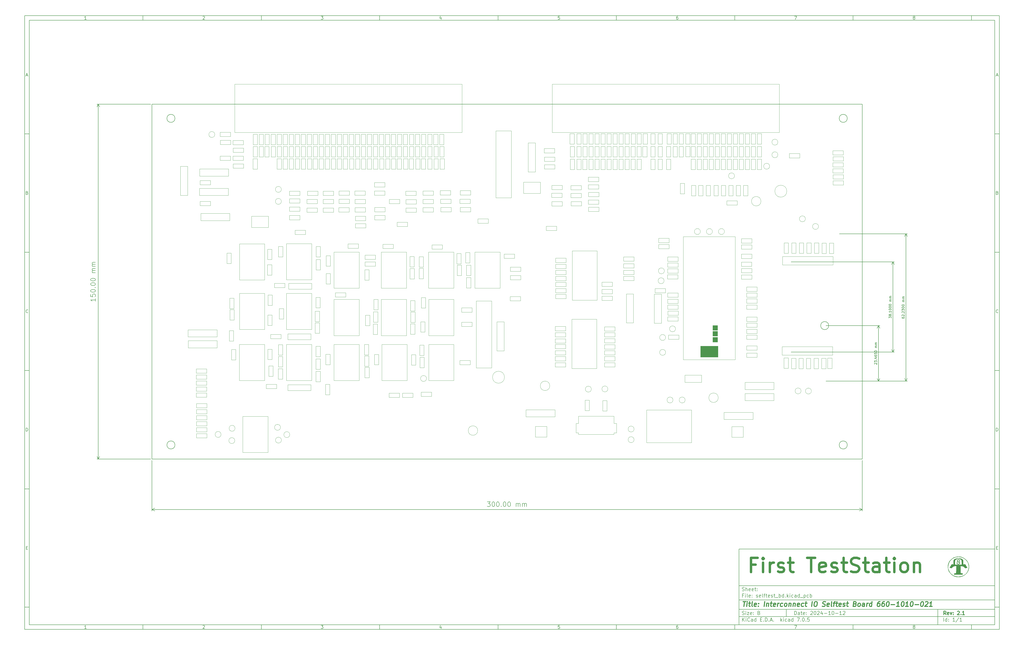
<source format=gbr>
G04 #@! TF.GenerationSoftware,KiCad,Pcbnew,7.0.5*
G04 #@! TF.CreationDate,2025-02-05T20:03:12-05:00*
G04 #@! TF.ProjectId,selftest_bd,73656c66-7465-4737-945f-62642e6b6963,2.1*
G04 #@! TF.SameCoordinates,Original*
G04 #@! TF.FileFunction,Other,User*
%FSLAX46Y46*%
G04 Gerber Fmt 4.6, Leading zero omitted, Abs format (unit mm)*
G04 Created by KiCad (PCBNEW 7.0.5) date 2025-02-05 20:03:12*
%MOMM*%
%LPD*%
G01*
G04 APERTURE LIST*
%ADD10C,0.100000*%
%ADD11C,0.150000*%
%ADD12C,0.300000*%
%ADD13C,0.400000*%
%ADD14C,0.050000*%
%ADD15C,0.120000*%
%ADD16C,1.000000*%
G04 #@! TA.AperFunction,Profile*
%ADD17C,0.160000*%
G04 #@! TD*
G04 APERTURE END LIST*
D10*
D11*
X311800000Y-235400000D02*
X419800000Y-235400000D01*
X419800000Y-267400000D01*
X311800000Y-267400000D01*
X311800000Y-235400000D01*
D10*
D11*
X10000000Y-10000000D02*
X421800000Y-10000000D01*
X421800000Y-269400000D01*
X10000000Y-269400000D01*
X10000000Y-10000000D01*
D10*
D11*
X12000000Y-12000000D02*
X419800000Y-12000000D01*
X419800000Y-267400000D01*
X12000000Y-267400000D01*
X12000000Y-12000000D01*
D10*
D11*
X60000000Y-12000000D02*
X60000000Y-10000000D01*
D10*
D11*
X110000000Y-12000000D02*
X110000000Y-10000000D01*
D10*
D11*
X160000000Y-12000000D02*
X160000000Y-10000000D01*
D10*
D11*
X210000000Y-12000000D02*
X210000000Y-10000000D01*
D10*
D11*
X260000000Y-12000000D02*
X260000000Y-10000000D01*
D10*
D11*
X310000000Y-12000000D02*
X310000000Y-10000000D01*
D10*
D11*
X360000000Y-12000000D02*
X360000000Y-10000000D01*
D10*
D11*
X410000000Y-12000000D02*
X410000000Y-10000000D01*
D10*
D11*
X36089160Y-11593604D02*
X35346303Y-11593604D01*
X35717731Y-11593604D02*
X35717731Y-10293604D01*
X35717731Y-10293604D02*
X35593922Y-10479319D01*
X35593922Y-10479319D02*
X35470112Y-10603128D01*
X35470112Y-10603128D02*
X35346303Y-10665033D01*
D10*
D11*
X85346303Y-10417414D02*
X85408207Y-10355509D01*
X85408207Y-10355509D02*
X85532017Y-10293604D01*
X85532017Y-10293604D02*
X85841541Y-10293604D01*
X85841541Y-10293604D02*
X85965350Y-10355509D01*
X85965350Y-10355509D02*
X86027255Y-10417414D01*
X86027255Y-10417414D02*
X86089160Y-10541223D01*
X86089160Y-10541223D02*
X86089160Y-10665033D01*
X86089160Y-10665033D02*
X86027255Y-10850747D01*
X86027255Y-10850747D02*
X85284398Y-11593604D01*
X85284398Y-11593604D02*
X86089160Y-11593604D01*
D10*
D11*
X135284398Y-10293604D02*
X136089160Y-10293604D01*
X136089160Y-10293604D02*
X135655826Y-10788842D01*
X135655826Y-10788842D02*
X135841541Y-10788842D01*
X135841541Y-10788842D02*
X135965350Y-10850747D01*
X135965350Y-10850747D02*
X136027255Y-10912652D01*
X136027255Y-10912652D02*
X136089160Y-11036461D01*
X136089160Y-11036461D02*
X136089160Y-11345985D01*
X136089160Y-11345985D02*
X136027255Y-11469795D01*
X136027255Y-11469795D02*
X135965350Y-11531700D01*
X135965350Y-11531700D02*
X135841541Y-11593604D01*
X135841541Y-11593604D02*
X135470112Y-11593604D01*
X135470112Y-11593604D02*
X135346303Y-11531700D01*
X135346303Y-11531700D02*
X135284398Y-11469795D01*
D10*
D11*
X185965350Y-10726938D02*
X185965350Y-11593604D01*
X185655826Y-10231700D02*
X185346303Y-11160271D01*
X185346303Y-11160271D02*
X186151064Y-11160271D01*
D10*
D11*
X236027255Y-10293604D02*
X235408207Y-10293604D01*
X235408207Y-10293604D02*
X235346303Y-10912652D01*
X235346303Y-10912652D02*
X235408207Y-10850747D01*
X235408207Y-10850747D02*
X235532017Y-10788842D01*
X235532017Y-10788842D02*
X235841541Y-10788842D01*
X235841541Y-10788842D02*
X235965350Y-10850747D01*
X235965350Y-10850747D02*
X236027255Y-10912652D01*
X236027255Y-10912652D02*
X236089160Y-11036461D01*
X236089160Y-11036461D02*
X236089160Y-11345985D01*
X236089160Y-11345985D02*
X236027255Y-11469795D01*
X236027255Y-11469795D02*
X235965350Y-11531700D01*
X235965350Y-11531700D02*
X235841541Y-11593604D01*
X235841541Y-11593604D02*
X235532017Y-11593604D01*
X235532017Y-11593604D02*
X235408207Y-11531700D01*
X235408207Y-11531700D02*
X235346303Y-11469795D01*
D10*
D11*
X285965350Y-10293604D02*
X285717731Y-10293604D01*
X285717731Y-10293604D02*
X285593922Y-10355509D01*
X285593922Y-10355509D02*
X285532017Y-10417414D01*
X285532017Y-10417414D02*
X285408207Y-10603128D01*
X285408207Y-10603128D02*
X285346303Y-10850747D01*
X285346303Y-10850747D02*
X285346303Y-11345985D01*
X285346303Y-11345985D02*
X285408207Y-11469795D01*
X285408207Y-11469795D02*
X285470112Y-11531700D01*
X285470112Y-11531700D02*
X285593922Y-11593604D01*
X285593922Y-11593604D02*
X285841541Y-11593604D01*
X285841541Y-11593604D02*
X285965350Y-11531700D01*
X285965350Y-11531700D02*
X286027255Y-11469795D01*
X286027255Y-11469795D02*
X286089160Y-11345985D01*
X286089160Y-11345985D02*
X286089160Y-11036461D01*
X286089160Y-11036461D02*
X286027255Y-10912652D01*
X286027255Y-10912652D02*
X285965350Y-10850747D01*
X285965350Y-10850747D02*
X285841541Y-10788842D01*
X285841541Y-10788842D02*
X285593922Y-10788842D01*
X285593922Y-10788842D02*
X285470112Y-10850747D01*
X285470112Y-10850747D02*
X285408207Y-10912652D01*
X285408207Y-10912652D02*
X285346303Y-11036461D01*
D10*
D11*
X335284398Y-10293604D02*
X336151064Y-10293604D01*
X336151064Y-10293604D02*
X335593922Y-11593604D01*
D10*
D11*
X385593922Y-10850747D02*
X385470112Y-10788842D01*
X385470112Y-10788842D02*
X385408207Y-10726938D01*
X385408207Y-10726938D02*
X385346303Y-10603128D01*
X385346303Y-10603128D02*
X385346303Y-10541223D01*
X385346303Y-10541223D02*
X385408207Y-10417414D01*
X385408207Y-10417414D02*
X385470112Y-10355509D01*
X385470112Y-10355509D02*
X385593922Y-10293604D01*
X385593922Y-10293604D02*
X385841541Y-10293604D01*
X385841541Y-10293604D02*
X385965350Y-10355509D01*
X385965350Y-10355509D02*
X386027255Y-10417414D01*
X386027255Y-10417414D02*
X386089160Y-10541223D01*
X386089160Y-10541223D02*
X386089160Y-10603128D01*
X386089160Y-10603128D02*
X386027255Y-10726938D01*
X386027255Y-10726938D02*
X385965350Y-10788842D01*
X385965350Y-10788842D02*
X385841541Y-10850747D01*
X385841541Y-10850747D02*
X385593922Y-10850747D01*
X385593922Y-10850747D02*
X385470112Y-10912652D01*
X385470112Y-10912652D02*
X385408207Y-10974557D01*
X385408207Y-10974557D02*
X385346303Y-11098366D01*
X385346303Y-11098366D02*
X385346303Y-11345985D01*
X385346303Y-11345985D02*
X385408207Y-11469795D01*
X385408207Y-11469795D02*
X385470112Y-11531700D01*
X385470112Y-11531700D02*
X385593922Y-11593604D01*
X385593922Y-11593604D02*
X385841541Y-11593604D01*
X385841541Y-11593604D02*
X385965350Y-11531700D01*
X385965350Y-11531700D02*
X386027255Y-11469795D01*
X386027255Y-11469795D02*
X386089160Y-11345985D01*
X386089160Y-11345985D02*
X386089160Y-11098366D01*
X386089160Y-11098366D02*
X386027255Y-10974557D01*
X386027255Y-10974557D02*
X385965350Y-10912652D01*
X385965350Y-10912652D02*
X385841541Y-10850747D01*
D10*
D11*
X60000000Y-267400000D02*
X60000000Y-269400000D01*
D10*
D11*
X110000000Y-267400000D02*
X110000000Y-269400000D01*
D10*
D11*
X160000000Y-267400000D02*
X160000000Y-269400000D01*
D10*
D11*
X210000000Y-267400000D02*
X210000000Y-269400000D01*
D10*
D11*
X260000000Y-267400000D02*
X260000000Y-269400000D01*
D10*
D11*
X310000000Y-267400000D02*
X310000000Y-269400000D01*
D10*
D11*
X360000000Y-267400000D02*
X360000000Y-269400000D01*
D10*
D11*
X410000000Y-267400000D02*
X410000000Y-269400000D01*
D10*
D11*
X36089160Y-268993604D02*
X35346303Y-268993604D01*
X35717731Y-268993604D02*
X35717731Y-267693604D01*
X35717731Y-267693604D02*
X35593922Y-267879319D01*
X35593922Y-267879319D02*
X35470112Y-268003128D01*
X35470112Y-268003128D02*
X35346303Y-268065033D01*
D10*
D11*
X85346303Y-267817414D02*
X85408207Y-267755509D01*
X85408207Y-267755509D02*
X85532017Y-267693604D01*
X85532017Y-267693604D02*
X85841541Y-267693604D01*
X85841541Y-267693604D02*
X85965350Y-267755509D01*
X85965350Y-267755509D02*
X86027255Y-267817414D01*
X86027255Y-267817414D02*
X86089160Y-267941223D01*
X86089160Y-267941223D02*
X86089160Y-268065033D01*
X86089160Y-268065033D02*
X86027255Y-268250747D01*
X86027255Y-268250747D02*
X85284398Y-268993604D01*
X85284398Y-268993604D02*
X86089160Y-268993604D01*
D10*
D11*
X135284398Y-267693604D02*
X136089160Y-267693604D01*
X136089160Y-267693604D02*
X135655826Y-268188842D01*
X135655826Y-268188842D02*
X135841541Y-268188842D01*
X135841541Y-268188842D02*
X135965350Y-268250747D01*
X135965350Y-268250747D02*
X136027255Y-268312652D01*
X136027255Y-268312652D02*
X136089160Y-268436461D01*
X136089160Y-268436461D02*
X136089160Y-268745985D01*
X136089160Y-268745985D02*
X136027255Y-268869795D01*
X136027255Y-268869795D02*
X135965350Y-268931700D01*
X135965350Y-268931700D02*
X135841541Y-268993604D01*
X135841541Y-268993604D02*
X135470112Y-268993604D01*
X135470112Y-268993604D02*
X135346303Y-268931700D01*
X135346303Y-268931700D02*
X135284398Y-268869795D01*
D10*
D11*
X185965350Y-268126938D02*
X185965350Y-268993604D01*
X185655826Y-267631700D02*
X185346303Y-268560271D01*
X185346303Y-268560271D02*
X186151064Y-268560271D01*
D10*
D11*
X236027255Y-267693604D02*
X235408207Y-267693604D01*
X235408207Y-267693604D02*
X235346303Y-268312652D01*
X235346303Y-268312652D02*
X235408207Y-268250747D01*
X235408207Y-268250747D02*
X235532017Y-268188842D01*
X235532017Y-268188842D02*
X235841541Y-268188842D01*
X235841541Y-268188842D02*
X235965350Y-268250747D01*
X235965350Y-268250747D02*
X236027255Y-268312652D01*
X236027255Y-268312652D02*
X236089160Y-268436461D01*
X236089160Y-268436461D02*
X236089160Y-268745985D01*
X236089160Y-268745985D02*
X236027255Y-268869795D01*
X236027255Y-268869795D02*
X235965350Y-268931700D01*
X235965350Y-268931700D02*
X235841541Y-268993604D01*
X235841541Y-268993604D02*
X235532017Y-268993604D01*
X235532017Y-268993604D02*
X235408207Y-268931700D01*
X235408207Y-268931700D02*
X235346303Y-268869795D01*
D10*
D11*
X285965350Y-267693604D02*
X285717731Y-267693604D01*
X285717731Y-267693604D02*
X285593922Y-267755509D01*
X285593922Y-267755509D02*
X285532017Y-267817414D01*
X285532017Y-267817414D02*
X285408207Y-268003128D01*
X285408207Y-268003128D02*
X285346303Y-268250747D01*
X285346303Y-268250747D02*
X285346303Y-268745985D01*
X285346303Y-268745985D02*
X285408207Y-268869795D01*
X285408207Y-268869795D02*
X285470112Y-268931700D01*
X285470112Y-268931700D02*
X285593922Y-268993604D01*
X285593922Y-268993604D02*
X285841541Y-268993604D01*
X285841541Y-268993604D02*
X285965350Y-268931700D01*
X285965350Y-268931700D02*
X286027255Y-268869795D01*
X286027255Y-268869795D02*
X286089160Y-268745985D01*
X286089160Y-268745985D02*
X286089160Y-268436461D01*
X286089160Y-268436461D02*
X286027255Y-268312652D01*
X286027255Y-268312652D02*
X285965350Y-268250747D01*
X285965350Y-268250747D02*
X285841541Y-268188842D01*
X285841541Y-268188842D02*
X285593922Y-268188842D01*
X285593922Y-268188842D02*
X285470112Y-268250747D01*
X285470112Y-268250747D02*
X285408207Y-268312652D01*
X285408207Y-268312652D02*
X285346303Y-268436461D01*
D10*
D11*
X335284398Y-267693604D02*
X336151064Y-267693604D01*
X336151064Y-267693604D02*
X335593922Y-268993604D01*
D10*
D11*
X385593922Y-268250747D02*
X385470112Y-268188842D01*
X385470112Y-268188842D02*
X385408207Y-268126938D01*
X385408207Y-268126938D02*
X385346303Y-268003128D01*
X385346303Y-268003128D02*
X385346303Y-267941223D01*
X385346303Y-267941223D02*
X385408207Y-267817414D01*
X385408207Y-267817414D02*
X385470112Y-267755509D01*
X385470112Y-267755509D02*
X385593922Y-267693604D01*
X385593922Y-267693604D02*
X385841541Y-267693604D01*
X385841541Y-267693604D02*
X385965350Y-267755509D01*
X385965350Y-267755509D02*
X386027255Y-267817414D01*
X386027255Y-267817414D02*
X386089160Y-267941223D01*
X386089160Y-267941223D02*
X386089160Y-268003128D01*
X386089160Y-268003128D02*
X386027255Y-268126938D01*
X386027255Y-268126938D02*
X385965350Y-268188842D01*
X385965350Y-268188842D02*
X385841541Y-268250747D01*
X385841541Y-268250747D02*
X385593922Y-268250747D01*
X385593922Y-268250747D02*
X385470112Y-268312652D01*
X385470112Y-268312652D02*
X385408207Y-268374557D01*
X385408207Y-268374557D02*
X385346303Y-268498366D01*
X385346303Y-268498366D02*
X385346303Y-268745985D01*
X385346303Y-268745985D02*
X385408207Y-268869795D01*
X385408207Y-268869795D02*
X385470112Y-268931700D01*
X385470112Y-268931700D02*
X385593922Y-268993604D01*
X385593922Y-268993604D02*
X385841541Y-268993604D01*
X385841541Y-268993604D02*
X385965350Y-268931700D01*
X385965350Y-268931700D02*
X386027255Y-268869795D01*
X386027255Y-268869795D02*
X386089160Y-268745985D01*
X386089160Y-268745985D02*
X386089160Y-268498366D01*
X386089160Y-268498366D02*
X386027255Y-268374557D01*
X386027255Y-268374557D02*
X385965350Y-268312652D01*
X385965350Y-268312652D02*
X385841541Y-268250747D01*
D10*
D11*
X10000000Y-60000000D02*
X12000000Y-60000000D01*
D10*
D11*
X10000000Y-110000000D02*
X12000000Y-110000000D01*
D10*
D11*
X10000000Y-160000000D02*
X12000000Y-160000000D01*
D10*
D11*
X10000000Y-210000000D02*
X12000000Y-210000000D01*
D10*
D11*
X10000000Y-260000000D02*
X12000000Y-260000000D01*
D10*
D11*
X10690476Y-35222176D02*
X11309523Y-35222176D01*
X10566666Y-35593604D02*
X10999999Y-34293604D01*
X10999999Y-34293604D02*
X11433333Y-35593604D01*
D10*
D11*
X11092857Y-84912652D02*
X11278571Y-84974557D01*
X11278571Y-84974557D02*
X11340476Y-85036461D01*
X11340476Y-85036461D02*
X11402380Y-85160271D01*
X11402380Y-85160271D02*
X11402380Y-85345985D01*
X11402380Y-85345985D02*
X11340476Y-85469795D01*
X11340476Y-85469795D02*
X11278571Y-85531700D01*
X11278571Y-85531700D02*
X11154761Y-85593604D01*
X11154761Y-85593604D02*
X10659523Y-85593604D01*
X10659523Y-85593604D02*
X10659523Y-84293604D01*
X10659523Y-84293604D02*
X11092857Y-84293604D01*
X11092857Y-84293604D02*
X11216666Y-84355509D01*
X11216666Y-84355509D02*
X11278571Y-84417414D01*
X11278571Y-84417414D02*
X11340476Y-84541223D01*
X11340476Y-84541223D02*
X11340476Y-84665033D01*
X11340476Y-84665033D02*
X11278571Y-84788842D01*
X11278571Y-84788842D02*
X11216666Y-84850747D01*
X11216666Y-84850747D02*
X11092857Y-84912652D01*
X11092857Y-84912652D02*
X10659523Y-84912652D01*
D10*
D11*
X11402380Y-135469795D02*
X11340476Y-135531700D01*
X11340476Y-135531700D02*
X11154761Y-135593604D01*
X11154761Y-135593604D02*
X11030952Y-135593604D01*
X11030952Y-135593604D02*
X10845238Y-135531700D01*
X10845238Y-135531700D02*
X10721428Y-135407890D01*
X10721428Y-135407890D02*
X10659523Y-135284080D01*
X10659523Y-135284080D02*
X10597619Y-135036461D01*
X10597619Y-135036461D02*
X10597619Y-134850747D01*
X10597619Y-134850747D02*
X10659523Y-134603128D01*
X10659523Y-134603128D02*
X10721428Y-134479319D01*
X10721428Y-134479319D02*
X10845238Y-134355509D01*
X10845238Y-134355509D02*
X11030952Y-134293604D01*
X11030952Y-134293604D02*
X11154761Y-134293604D01*
X11154761Y-134293604D02*
X11340476Y-134355509D01*
X11340476Y-134355509D02*
X11402380Y-134417414D01*
D10*
D11*
X10659523Y-185593604D02*
X10659523Y-184293604D01*
X10659523Y-184293604D02*
X10969047Y-184293604D01*
X10969047Y-184293604D02*
X11154761Y-184355509D01*
X11154761Y-184355509D02*
X11278571Y-184479319D01*
X11278571Y-184479319D02*
X11340476Y-184603128D01*
X11340476Y-184603128D02*
X11402380Y-184850747D01*
X11402380Y-184850747D02*
X11402380Y-185036461D01*
X11402380Y-185036461D02*
X11340476Y-185284080D01*
X11340476Y-185284080D02*
X11278571Y-185407890D01*
X11278571Y-185407890D02*
X11154761Y-185531700D01*
X11154761Y-185531700D02*
X10969047Y-185593604D01*
X10969047Y-185593604D02*
X10659523Y-185593604D01*
D10*
D11*
X10721428Y-234912652D02*
X11154762Y-234912652D01*
X11340476Y-235593604D02*
X10721428Y-235593604D01*
X10721428Y-235593604D02*
X10721428Y-234293604D01*
X10721428Y-234293604D02*
X11340476Y-234293604D01*
D10*
D11*
X421800000Y-60000000D02*
X419800000Y-60000000D01*
D10*
D11*
X421800000Y-110000000D02*
X419800000Y-110000000D01*
D10*
D11*
X421800000Y-160000000D02*
X419800000Y-160000000D01*
D10*
D11*
X421800000Y-210000000D02*
X419800000Y-210000000D01*
D10*
D11*
X421800000Y-260000000D02*
X419800000Y-260000000D01*
D10*
D11*
X420490476Y-35222176D02*
X421109523Y-35222176D01*
X420366666Y-35593604D02*
X420799999Y-34293604D01*
X420799999Y-34293604D02*
X421233333Y-35593604D01*
D10*
D11*
X420892857Y-84912652D02*
X421078571Y-84974557D01*
X421078571Y-84974557D02*
X421140476Y-85036461D01*
X421140476Y-85036461D02*
X421202380Y-85160271D01*
X421202380Y-85160271D02*
X421202380Y-85345985D01*
X421202380Y-85345985D02*
X421140476Y-85469795D01*
X421140476Y-85469795D02*
X421078571Y-85531700D01*
X421078571Y-85531700D02*
X420954761Y-85593604D01*
X420954761Y-85593604D02*
X420459523Y-85593604D01*
X420459523Y-85593604D02*
X420459523Y-84293604D01*
X420459523Y-84293604D02*
X420892857Y-84293604D01*
X420892857Y-84293604D02*
X421016666Y-84355509D01*
X421016666Y-84355509D02*
X421078571Y-84417414D01*
X421078571Y-84417414D02*
X421140476Y-84541223D01*
X421140476Y-84541223D02*
X421140476Y-84665033D01*
X421140476Y-84665033D02*
X421078571Y-84788842D01*
X421078571Y-84788842D02*
X421016666Y-84850747D01*
X421016666Y-84850747D02*
X420892857Y-84912652D01*
X420892857Y-84912652D02*
X420459523Y-84912652D01*
D10*
D11*
X421202380Y-135469795D02*
X421140476Y-135531700D01*
X421140476Y-135531700D02*
X420954761Y-135593604D01*
X420954761Y-135593604D02*
X420830952Y-135593604D01*
X420830952Y-135593604D02*
X420645238Y-135531700D01*
X420645238Y-135531700D02*
X420521428Y-135407890D01*
X420521428Y-135407890D02*
X420459523Y-135284080D01*
X420459523Y-135284080D02*
X420397619Y-135036461D01*
X420397619Y-135036461D02*
X420397619Y-134850747D01*
X420397619Y-134850747D02*
X420459523Y-134603128D01*
X420459523Y-134603128D02*
X420521428Y-134479319D01*
X420521428Y-134479319D02*
X420645238Y-134355509D01*
X420645238Y-134355509D02*
X420830952Y-134293604D01*
X420830952Y-134293604D02*
X420954761Y-134293604D01*
X420954761Y-134293604D02*
X421140476Y-134355509D01*
X421140476Y-134355509D02*
X421202380Y-134417414D01*
D10*
D11*
X420459523Y-185593604D02*
X420459523Y-184293604D01*
X420459523Y-184293604D02*
X420769047Y-184293604D01*
X420769047Y-184293604D02*
X420954761Y-184355509D01*
X420954761Y-184355509D02*
X421078571Y-184479319D01*
X421078571Y-184479319D02*
X421140476Y-184603128D01*
X421140476Y-184603128D02*
X421202380Y-184850747D01*
X421202380Y-184850747D02*
X421202380Y-185036461D01*
X421202380Y-185036461D02*
X421140476Y-185284080D01*
X421140476Y-185284080D02*
X421078571Y-185407890D01*
X421078571Y-185407890D02*
X420954761Y-185531700D01*
X420954761Y-185531700D02*
X420769047Y-185593604D01*
X420769047Y-185593604D02*
X420459523Y-185593604D01*
D10*
D11*
X420521428Y-234912652D02*
X420954762Y-234912652D01*
X421140476Y-235593604D02*
X420521428Y-235593604D01*
X420521428Y-235593604D02*
X420521428Y-234293604D01*
X420521428Y-234293604D02*
X421140476Y-234293604D01*
D10*
D11*
X335255826Y-263186128D02*
X335255826Y-261686128D01*
X335255826Y-261686128D02*
X335612969Y-261686128D01*
X335612969Y-261686128D02*
X335827255Y-261757557D01*
X335827255Y-261757557D02*
X335970112Y-261900414D01*
X335970112Y-261900414D02*
X336041541Y-262043271D01*
X336041541Y-262043271D02*
X336112969Y-262328985D01*
X336112969Y-262328985D02*
X336112969Y-262543271D01*
X336112969Y-262543271D02*
X336041541Y-262828985D01*
X336041541Y-262828985D02*
X335970112Y-262971842D01*
X335970112Y-262971842D02*
X335827255Y-263114700D01*
X335827255Y-263114700D02*
X335612969Y-263186128D01*
X335612969Y-263186128D02*
X335255826Y-263186128D01*
X337398684Y-263186128D02*
X337398684Y-262400414D01*
X337398684Y-262400414D02*
X337327255Y-262257557D01*
X337327255Y-262257557D02*
X337184398Y-262186128D01*
X337184398Y-262186128D02*
X336898684Y-262186128D01*
X336898684Y-262186128D02*
X336755826Y-262257557D01*
X337398684Y-263114700D02*
X337255826Y-263186128D01*
X337255826Y-263186128D02*
X336898684Y-263186128D01*
X336898684Y-263186128D02*
X336755826Y-263114700D01*
X336755826Y-263114700D02*
X336684398Y-262971842D01*
X336684398Y-262971842D02*
X336684398Y-262828985D01*
X336684398Y-262828985D02*
X336755826Y-262686128D01*
X336755826Y-262686128D02*
X336898684Y-262614700D01*
X336898684Y-262614700D02*
X337255826Y-262614700D01*
X337255826Y-262614700D02*
X337398684Y-262543271D01*
X337898684Y-262186128D02*
X338470112Y-262186128D01*
X338112969Y-261686128D02*
X338112969Y-262971842D01*
X338112969Y-262971842D02*
X338184398Y-263114700D01*
X338184398Y-263114700D02*
X338327255Y-263186128D01*
X338327255Y-263186128D02*
X338470112Y-263186128D01*
X339541541Y-263114700D02*
X339398684Y-263186128D01*
X339398684Y-263186128D02*
X339112970Y-263186128D01*
X339112970Y-263186128D02*
X338970112Y-263114700D01*
X338970112Y-263114700D02*
X338898684Y-262971842D01*
X338898684Y-262971842D02*
X338898684Y-262400414D01*
X338898684Y-262400414D02*
X338970112Y-262257557D01*
X338970112Y-262257557D02*
X339112970Y-262186128D01*
X339112970Y-262186128D02*
X339398684Y-262186128D01*
X339398684Y-262186128D02*
X339541541Y-262257557D01*
X339541541Y-262257557D02*
X339612970Y-262400414D01*
X339612970Y-262400414D02*
X339612970Y-262543271D01*
X339612970Y-262543271D02*
X338898684Y-262686128D01*
X340255826Y-263043271D02*
X340327255Y-263114700D01*
X340327255Y-263114700D02*
X340255826Y-263186128D01*
X340255826Y-263186128D02*
X340184398Y-263114700D01*
X340184398Y-263114700D02*
X340255826Y-263043271D01*
X340255826Y-263043271D02*
X340255826Y-263186128D01*
X340255826Y-262257557D02*
X340327255Y-262328985D01*
X340327255Y-262328985D02*
X340255826Y-262400414D01*
X340255826Y-262400414D02*
X340184398Y-262328985D01*
X340184398Y-262328985D02*
X340255826Y-262257557D01*
X340255826Y-262257557D02*
X340255826Y-262400414D01*
X342041541Y-261828985D02*
X342112969Y-261757557D01*
X342112969Y-261757557D02*
X342255827Y-261686128D01*
X342255827Y-261686128D02*
X342612969Y-261686128D01*
X342612969Y-261686128D02*
X342755827Y-261757557D01*
X342755827Y-261757557D02*
X342827255Y-261828985D01*
X342827255Y-261828985D02*
X342898684Y-261971842D01*
X342898684Y-261971842D02*
X342898684Y-262114700D01*
X342898684Y-262114700D02*
X342827255Y-262328985D01*
X342827255Y-262328985D02*
X341970112Y-263186128D01*
X341970112Y-263186128D02*
X342898684Y-263186128D01*
X343827255Y-261686128D02*
X343970112Y-261686128D01*
X343970112Y-261686128D02*
X344112969Y-261757557D01*
X344112969Y-261757557D02*
X344184398Y-261828985D01*
X344184398Y-261828985D02*
X344255826Y-261971842D01*
X344255826Y-261971842D02*
X344327255Y-262257557D01*
X344327255Y-262257557D02*
X344327255Y-262614700D01*
X344327255Y-262614700D02*
X344255826Y-262900414D01*
X344255826Y-262900414D02*
X344184398Y-263043271D01*
X344184398Y-263043271D02*
X344112969Y-263114700D01*
X344112969Y-263114700D02*
X343970112Y-263186128D01*
X343970112Y-263186128D02*
X343827255Y-263186128D01*
X343827255Y-263186128D02*
X343684398Y-263114700D01*
X343684398Y-263114700D02*
X343612969Y-263043271D01*
X343612969Y-263043271D02*
X343541540Y-262900414D01*
X343541540Y-262900414D02*
X343470112Y-262614700D01*
X343470112Y-262614700D02*
X343470112Y-262257557D01*
X343470112Y-262257557D02*
X343541540Y-261971842D01*
X343541540Y-261971842D02*
X343612969Y-261828985D01*
X343612969Y-261828985D02*
X343684398Y-261757557D01*
X343684398Y-261757557D02*
X343827255Y-261686128D01*
X344898683Y-261828985D02*
X344970111Y-261757557D01*
X344970111Y-261757557D02*
X345112969Y-261686128D01*
X345112969Y-261686128D02*
X345470111Y-261686128D01*
X345470111Y-261686128D02*
X345612969Y-261757557D01*
X345612969Y-261757557D02*
X345684397Y-261828985D01*
X345684397Y-261828985D02*
X345755826Y-261971842D01*
X345755826Y-261971842D02*
X345755826Y-262114700D01*
X345755826Y-262114700D02*
X345684397Y-262328985D01*
X345684397Y-262328985D02*
X344827254Y-263186128D01*
X344827254Y-263186128D02*
X345755826Y-263186128D01*
X347041540Y-262186128D02*
X347041540Y-263186128D01*
X346684397Y-261614700D02*
X346327254Y-262686128D01*
X346327254Y-262686128D02*
X347255825Y-262686128D01*
X347827253Y-262614700D02*
X348970111Y-262614700D01*
X350470111Y-263186128D02*
X349612968Y-263186128D01*
X350041539Y-263186128D02*
X350041539Y-261686128D01*
X350041539Y-261686128D02*
X349898682Y-261900414D01*
X349898682Y-261900414D02*
X349755825Y-262043271D01*
X349755825Y-262043271D02*
X349612968Y-262114700D01*
X351398682Y-261686128D02*
X351541539Y-261686128D01*
X351541539Y-261686128D02*
X351684396Y-261757557D01*
X351684396Y-261757557D02*
X351755825Y-261828985D01*
X351755825Y-261828985D02*
X351827253Y-261971842D01*
X351827253Y-261971842D02*
X351898682Y-262257557D01*
X351898682Y-262257557D02*
X351898682Y-262614700D01*
X351898682Y-262614700D02*
X351827253Y-262900414D01*
X351827253Y-262900414D02*
X351755825Y-263043271D01*
X351755825Y-263043271D02*
X351684396Y-263114700D01*
X351684396Y-263114700D02*
X351541539Y-263186128D01*
X351541539Y-263186128D02*
X351398682Y-263186128D01*
X351398682Y-263186128D02*
X351255825Y-263114700D01*
X351255825Y-263114700D02*
X351184396Y-263043271D01*
X351184396Y-263043271D02*
X351112967Y-262900414D01*
X351112967Y-262900414D02*
X351041539Y-262614700D01*
X351041539Y-262614700D02*
X351041539Y-262257557D01*
X351041539Y-262257557D02*
X351112967Y-261971842D01*
X351112967Y-261971842D02*
X351184396Y-261828985D01*
X351184396Y-261828985D02*
X351255825Y-261757557D01*
X351255825Y-261757557D02*
X351398682Y-261686128D01*
X352541538Y-262614700D02*
X353684396Y-262614700D01*
X355184396Y-263186128D02*
X354327253Y-263186128D01*
X354755824Y-263186128D02*
X354755824Y-261686128D01*
X354755824Y-261686128D02*
X354612967Y-261900414D01*
X354612967Y-261900414D02*
X354470110Y-262043271D01*
X354470110Y-262043271D02*
X354327253Y-262114700D01*
X355755824Y-261828985D02*
X355827252Y-261757557D01*
X355827252Y-261757557D02*
X355970110Y-261686128D01*
X355970110Y-261686128D02*
X356327252Y-261686128D01*
X356327252Y-261686128D02*
X356470110Y-261757557D01*
X356470110Y-261757557D02*
X356541538Y-261828985D01*
X356541538Y-261828985D02*
X356612967Y-261971842D01*
X356612967Y-261971842D02*
X356612967Y-262114700D01*
X356612967Y-262114700D02*
X356541538Y-262328985D01*
X356541538Y-262328985D02*
X355684395Y-263186128D01*
X355684395Y-263186128D02*
X356612967Y-263186128D01*
D10*
D11*
X311800000Y-263900000D02*
X419800000Y-263900000D01*
D10*
D11*
X313255826Y-265986128D02*
X313255826Y-264486128D01*
X314112969Y-265986128D02*
X313470112Y-265128985D01*
X314112969Y-264486128D02*
X313255826Y-265343271D01*
X314755826Y-265986128D02*
X314755826Y-264986128D01*
X314755826Y-264486128D02*
X314684398Y-264557557D01*
X314684398Y-264557557D02*
X314755826Y-264628985D01*
X314755826Y-264628985D02*
X314827255Y-264557557D01*
X314827255Y-264557557D02*
X314755826Y-264486128D01*
X314755826Y-264486128D02*
X314755826Y-264628985D01*
X316327255Y-265843271D02*
X316255827Y-265914700D01*
X316255827Y-265914700D02*
X316041541Y-265986128D01*
X316041541Y-265986128D02*
X315898684Y-265986128D01*
X315898684Y-265986128D02*
X315684398Y-265914700D01*
X315684398Y-265914700D02*
X315541541Y-265771842D01*
X315541541Y-265771842D02*
X315470112Y-265628985D01*
X315470112Y-265628985D02*
X315398684Y-265343271D01*
X315398684Y-265343271D02*
X315398684Y-265128985D01*
X315398684Y-265128985D02*
X315470112Y-264843271D01*
X315470112Y-264843271D02*
X315541541Y-264700414D01*
X315541541Y-264700414D02*
X315684398Y-264557557D01*
X315684398Y-264557557D02*
X315898684Y-264486128D01*
X315898684Y-264486128D02*
X316041541Y-264486128D01*
X316041541Y-264486128D02*
X316255827Y-264557557D01*
X316255827Y-264557557D02*
X316327255Y-264628985D01*
X317612970Y-265986128D02*
X317612970Y-265200414D01*
X317612970Y-265200414D02*
X317541541Y-265057557D01*
X317541541Y-265057557D02*
X317398684Y-264986128D01*
X317398684Y-264986128D02*
X317112970Y-264986128D01*
X317112970Y-264986128D02*
X316970112Y-265057557D01*
X317612970Y-265914700D02*
X317470112Y-265986128D01*
X317470112Y-265986128D02*
X317112970Y-265986128D01*
X317112970Y-265986128D02*
X316970112Y-265914700D01*
X316970112Y-265914700D02*
X316898684Y-265771842D01*
X316898684Y-265771842D02*
X316898684Y-265628985D01*
X316898684Y-265628985D02*
X316970112Y-265486128D01*
X316970112Y-265486128D02*
X317112970Y-265414700D01*
X317112970Y-265414700D02*
X317470112Y-265414700D01*
X317470112Y-265414700D02*
X317612970Y-265343271D01*
X318970113Y-265986128D02*
X318970113Y-264486128D01*
X318970113Y-265914700D02*
X318827255Y-265986128D01*
X318827255Y-265986128D02*
X318541541Y-265986128D01*
X318541541Y-265986128D02*
X318398684Y-265914700D01*
X318398684Y-265914700D02*
X318327255Y-265843271D01*
X318327255Y-265843271D02*
X318255827Y-265700414D01*
X318255827Y-265700414D02*
X318255827Y-265271842D01*
X318255827Y-265271842D02*
X318327255Y-265128985D01*
X318327255Y-265128985D02*
X318398684Y-265057557D01*
X318398684Y-265057557D02*
X318541541Y-264986128D01*
X318541541Y-264986128D02*
X318827255Y-264986128D01*
X318827255Y-264986128D02*
X318970113Y-265057557D01*
X320827255Y-265200414D02*
X321327255Y-265200414D01*
X321541541Y-265986128D02*
X320827255Y-265986128D01*
X320827255Y-265986128D02*
X320827255Y-264486128D01*
X320827255Y-264486128D02*
X321541541Y-264486128D01*
X322184398Y-265843271D02*
X322255827Y-265914700D01*
X322255827Y-265914700D02*
X322184398Y-265986128D01*
X322184398Y-265986128D02*
X322112970Y-265914700D01*
X322112970Y-265914700D02*
X322184398Y-265843271D01*
X322184398Y-265843271D02*
X322184398Y-265986128D01*
X322898684Y-265986128D02*
X322898684Y-264486128D01*
X322898684Y-264486128D02*
X323255827Y-264486128D01*
X323255827Y-264486128D02*
X323470113Y-264557557D01*
X323470113Y-264557557D02*
X323612970Y-264700414D01*
X323612970Y-264700414D02*
X323684399Y-264843271D01*
X323684399Y-264843271D02*
X323755827Y-265128985D01*
X323755827Y-265128985D02*
X323755827Y-265343271D01*
X323755827Y-265343271D02*
X323684399Y-265628985D01*
X323684399Y-265628985D02*
X323612970Y-265771842D01*
X323612970Y-265771842D02*
X323470113Y-265914700D01*
X323470113Y-265914700D02*
X323255827Y-265986128D01*
X323255827Y-265986128D02*
X322898684Y-265986128D01*
X324398684Y-265843271D02*
X324470113Y-265914700D01*
X324470113Y-265914700D02*
X324398684Y-265986128D01*
X324398684Y-265986128D02*
X324327256Y-265914700D01*
X324327256Y-265914700D02*
X324398684Y-265843271D01*
X324398684Y-265843271D02*
X324398684Y-265986128D01*
X325041542Y-265557557D02*
X325755828Y-265557557D01*
X324898685Y-265986128D02*
X325398685Y-264486128D01*
X325398685Y-264486128D02*
X325898685Y-265986128D01*
X326398684Y-265843271D02*
X326470113Y-265914700D01*
X326470113Y-265914700D02*
X326398684Y-265986128D01*
X326398684Y-265986128D02*
X326327256Y-265914700D01*
X326327256Y-265914700D02*
X326398684Y-265843271D01*
X326398684Y-265843271D02*
X326398684Y-265986128D01*
X329398684Y-265986128D02*
X329398684Y-264486128D01*
X329541542Y-265414700D02*
X329970113Y-265986128D01*
X329970113Y-264986128D02*
X329398684Y-265557557D01*
X330612970Y-265986128D02*
X330612970Y-264986128D01*
X330612970Y-264486128D02*
X330541542Y-264557557D01*
X330541542Y-264557557D02*
X330612970Y-264628985D01*
X330612970Y-264628985D02*
X330684399Y-264557557D01*
X330684399Y-264557557D02*
X330612970Y-264486128D01*
X330612970Y-264486128D02*
X330612970Y-264628985D01*
X331970114Y-265914700D02*
X331827256Y-265986128D01*
X331827256Y-265986128D02*
X331541542Y-265986128D01*
X331541542Y-265986128D02*
X331398685Y-265914700D01*
X331398685Y-265914700D02*
X331327256Y-265843271D01*
X331327256Y-265843271D02*
X331255828Y-265700414D01*
X331255828Y-265700414D02*
X331255828Y-265271842D01*
X331255828Y-265271842D02*
X331327256Y-265128985D01*
X331327256Y-265128985D02*
X331398685Y-265057557D01*
X331398685Y-265057557D02*
X331541542Y-264986128D01*
X331541542Y-264986128D02*
X331827256Y-264986128D01*
X331827256Y-264986128D02*
X331970114Y-265057557D01*
X333255828Y-265986128D02*
X333255828Y-265200414D01*
X333255828Y-265200414D02*
X333184399Y-265057557D01*
X333184399Y-265057557D02*
X333041542Y-264986128D01*
X333041542Y-264986128D02*
X332755828Y-264986128D01*
X332755828Y-264986128D02*
X332612970Y-265057557D01*
X333255828Y-265914700D02*
X333112970Y-265986128D01*
X333112970Y-265986128D02*
X332755828Y-265986128D01*
X332755828Y-265986128D02*
X332612970Y-265914700D01*
X332612970Y-265914700D02*
X332541542Y-265771842D01*
X332541542Y-265771842D02*
X332541542Y-265628985D01*
X332541542Y-265628985D02*
X332612970Y-265486128D01*
X332612970Y-265486128D02*
X332755828Y-265414700D01*
X332755828Y-265414700D02*
X333112970Y-265414700D01*
X333112970Y-265414700D02*
X333255828Y-265343271D01*
X334612971Y-265986128D02*
X334612971Y-264486128D01*
X334612971Y-265914700D02*
X334470113Y-265986128D01*
X334470113Y-265986128D02*
X334184399Y-265986128D01*
X334184399Y-265986128D02*
X334041542Y-265914700D01*
X334041542Y-265914700D02*
X333970113Y-265843271D01*
X333970113Y-265843271D02*
X333898685Y-265700414D01*
X333898685Y-265700414D02*
X333898685Y-265271842D01*
X333898685Y-265271842D02*
X333970113Y-265128985D01*
X333970113Y-265128985D02*
X334041542Y-265057557D01*
X334041542Y-265057557D02*
X334184399Y-264986128D01*
X334184399Y-264986128D02*
X334470113Y-264986128D01*
X334470113Y-264986128D02*
X334612971Y-265057557D01*
X336327256Y-264486128D02*
X337327256Y-264486128D01*
X337327256Y-264486128D02*
X336684399Y-265986128D01*
X337898684Y-265843271D02*
X337970113Y-265914700D01*
X337970113Y-265914700D02*
X337898684Y-265986128D01*
X337898684Y-265986128D02*
X337827256Y-265914700D01*
X337827256Y-265914700D02*
X337898684Y-265843271D01*
X337898684Y-265843271D02*
X337898684Y-265986128D01*
X338898685Y-264486128D02*
X339041542Y-264486128D01*
X339041542Y-264486128D02*
X339184399Y-264557557D01*
X339184399Y-264557557D02*
X339255828Y-264628985D01*
X339255828Y-264628985D02*
X339327256Y-264771842D01*
X339327256Y-264771842D02*
X339398685Y-265057557D01*
X339398685Y-265057557D02*
X339398685Y-265414700D01*
X339398685Y-265414700D02*
X339327256Y-265700414D01*
X339327256Y-265700414D02*
X339255828Y-265843271D01*
X339255828Y-265843271D02*
X339184399Y-265914700D01*
X339184399Y-265914700D02*
X339041542Y-265986128D01*
X339041542Y-265986128D02*
X338898685Y-265986128D01*
X338898685Y-265986128D02*
X338755828Y-265914700D01*
X338755828Y-265914700D02*
X338684399Y-265843271D01*
X338684399Y-265843271D02*
X338612970Y-265700414D01*
X338612970Y-265700414D02*
X338541542Y-265414700D01*
X338541542Y-265414700D02*
X338541542Y-265057557D01*
X338541542Y-265057557D02*
X338612970Y-264771842D01*
X338612970Y-264771842D02*
X338684399Y-264628985D01*
X338684399Y-264628985D02*
X338755828Y-264557557D01*
X338755828Y-264557557D02*
X338898685Y-264486128D01*
X340041541Y-265843271D02*
X340112970Y-265914700D01*
X340112970Y-265914700D02*
X340041541Y-265986128D01*
X340041541Y-265986128D02*
X339970113Y-265914700D01*
X339970113Y-265914700D02*
X340041541Y-265843271D01*
X340041541Y-265843271D02*
X340041541Y-265986128D01*
X341470113Y-264486128D02*
X340755827Y-264486128D01*
X340755827Y-264486128D02*
X340684399Y-265200414D01*
X340684399Y-265200414D02*
X340755827Y-265128985D01*
X340755827Y-265128985D02*
X340898685Y-265057557D01*
X340898685Y-265057557D02*
X341255827Y-265057557D01*
X341255827Y-265057557D02*
X341398685Y-265128985D01*
X341398685Y-265128985D02*
X341470113Y-265200414D01*
X341470113Y-265200414D02*
X341541542Y-265343271D01*
X341541542Y-265343271D02*
X341541542Y-265700414D01*
X341541542Y-265700414D02*
X341470113Y-265843271D01*
X341470113Y-265843271D02*
X341398685Y-265914700D01*
X341398685Y-265914700D02*
X341255827Y-265986128D01*
X341255827Y-265986128D02*
X340898685Y-265986128D01*
X340898685Y-265986128D02*
X340755827Y-265914700D01*
X340755827Y-265914700D02*
X340684399Y-265843271D01*
D10*
D11*
X311800000Y-260900000D02*
X419800000Y-260900000D01*
D10*
D12*
X399211653Y-263178328D02*
X398711653Y-262464042D01*
X398354510Y-263178328D02*
X398354510Y-261678328D01*
X398354510Y-261678328D02*
X398925939Y-261678328D01*
X398925939Y-261678328D02*
X399068796Y-261749757D01*
X399068796Y-261749757D02*
X399140225Y-261821185D01*
X399140225Y-261821185D02*
X399211653Y-261964042D01*
X399211653Y-261964042D02*
X399211653Y-262178328D01*
X399211653Y-262178328D02*
X399140225Y-262321185D01*
X399140225Y-262321185D02*
X399068796Y-262392614D01*
X399068796Y-262392614D02*
X398925939Y-262464042D01*
X398925939Y-262464042D02*
X398354510Y-262464042D01*
X400425939Y-263106900D02*
X400283082Y-263178328D01*
X400283082Y-263178328D02*
X399997368Y-263178328D01*
X399997368Y-263178328D02*
X399854510Y-263106900D01*
X399854510Y-263106900D02*
X399783082Y-262964042D01*
X399783082Y-262964042D02*
X399783082Y-262392614D01*
X399783082Y-262392614D02*
X399854510Y-262249757D01*
X399854510Y-262249757D02*
X399997368Y-262178328D01*
X399997368Y-262178328D02*
X400283082Y-262178328D01*
X400283082Y-262178328D02*
X400425939Y-262249757D01*
X400425939Y-262249757D02*
X400497368Y-262392614D01*
X400497368Y-262392614D02*
X400497368Y-262535471D01*
X400497368Y-262535471D02*
X399783082Y-262678328D01*
X400997367Y-262178328D02*
X401354510Y-263178328D01*
X401354510Y-263178328D02*
X401711653Y-262178328D01*
X402283081Y-263035471D02*
X402354510Y-263106900D01*
X402354510Y-263106900D02*
X402283081Y-263178328D01*
X402283081Y-263178328D02*
X402211653Y-263106900D01*
X402211653Y-263106900D02*
X402283081Y-263035471D01*
X402283081Y-263035471D02*
X402283081Y-263178328D01*
X402283081Y-262249757D02*
X402354510Y-262321185D01*
X402354510Y-262321185D02*
X402283081Y-262392614D01*
X402283081Y-262392614D02*
X402211653Y-262321185D01*
X402211653Y-262321185D02*
X402283081Y-262249757D01*
X402283081Y-262249757D02*
X402283081Y-262392614D01*
X404068796Y-261821185D02*
X404140224Y-261749757D01*
X404140224Y-261749757D02*
X404283082Y-261678328D01*
X404283082Y-261678328D02*
X404640224Y-261678328D01*
X404640224Y-261678328D02*
X404783082Y-261749757D01*
X404783082Y-261749757D02*
X404854510Y-261821185D01*
X404854510Y-261821185D02*
X404925939Y-261964042D01*
X404925939Y-261964042D02*
X404925939Y-262106900D01*
X404925939Y-262106900D02*
X404854510Y-262321185D01*
X404854510Y-262321185D02*
X403997367Y-263178328D01*
X403997367Y-263178328D02*
X404925939Y-263178328D01*
X405568795Y-263035471D02*
X405640224Y-263106900D01*
X405640224Y-263106900D02*
X405568795Y-263178328D01*
X405568795Y-263178328D02*
X405497367Y-263106900D01*
X405497367Y-263106900D02*
X405568795Y-263035471D01*
X405568795Y-263035471D02*
X405568795Y-263178328D01*
X407068796Y-263178328D02*
X406211653Y-263178328D01*
X406640224Y-263178328D02*
X406640224Y-261678328D01*
X406640224Y-261678328D02*
X406497367Y-261892614D01*
X406497367Y-261892614D02*
X406354510Y-262035471D01*
X406354510Y-262035471D02*
X406211653Y-262106900D01*
D10*
D11*
X313184398Y-263114700D02*
X313398684Y-263186128D01*
X313398684Y-263186128D02*
X313755826Y-263186128D01*
X313755826Y-263186128D02*
X313898684Y-263114700D01*
X313898684Y-263114700D02*
X313970112Y-263043271D01*
X313970112Y-263043271D02*
X314041541Y-262900414D01*
X314041541Y-262900414D02*
X314041541Y-262757557D01*
X314041541Y-262757557D02*
X313970112Y-262614700D01*
X313970112Y-262614700D02*
X313898684Y-262543271D01*
X313898684Y-262543271D02*
X313755826Y-262471842D01*
X313755826Y-262471842D02*
X313470112Y-262400414D01*
X313470112Y-262400414D02*
X313327255Y-262328985D01*
X313327255Y-262328985D02*
X313255826Y-262257557D01*
X313255826Y-262257557D02*
X313184398Y-262114700D01*
X313184398Y-262114700D02*
X313184398Y-261971842D01*
X313184398Y-261971842D02*
X313255826Y-261828985D01*
X313255826Y-261828985D02*
X313327255Y-261757557D01*
X313327255Y-261757557D02*
X313470112Y-261686128D01*
X313470112Y-261686128D02*
X313827255Y-261686128D01*
X313827255Y-261686128D02*
X314041541Y-261757557D01*
X314684397Y-263186128D02*
X314684397Y-262186128D01*
X314684397Y-261686128D02*
X314612969Y-261757557D01*
X314612969Y-261757557D02*
X314684397Y-261828985D01*
X314684397Y-261828985D02*
X314755826Y-261757557D01*
X314755826Y-261757557D02*
X314684397Y-261686128D01*
X314684397Y-261686128D02*
X314684397Y-261828985D01*
X315255826Y-262186128D02*
X316041541Y-262186128D01*
X316041541Y-262186128D02*
X315255826Y-263186128D01*
X315255826Y-263186128D02*
X316041541Y-263186128D01*
X317184398Y-263114700D02*
X317041541Y-263186128D01*
X317041541Y-263186128D02*
X316755827Y-263186128D01*
X316755827Y-263186128D02*
X316612969Y-263114700D01*
X316612969Y-263114700D02*
X316541541Y-262971842D01*
X316541541Y-262971842D02*
X316541541Y-262400414D01*
X316541541Y-262400414D02*
X316612969Y-262257557D01*
X316612969Y-262257557D02*
X316755827Y-262186128D01*
X316755827Y-262186128D02*
X317041541Y-262186128D01*
X317041541Y-262186128D02*
X317184398Y-262257557D01*
X317184398Y-262257557D02*
X317255827Y-262400414D01*
X317255827Y-262400414D02*
X317255827Y-262543271D01*
X317255827Y-262543271D02*
X316541541Y-262686128D01*
X317898683Y-263043271D02*
X317970112Y-263114700D01*
X317970112Y-263114700D02*
X317898683Y-263186128D01*
X317898683Y-263186128D02*
X317827255Y-263114700D01*
X317827255Y-263114700D02*
X317898683Y-263043271D01*
X317898683Y-263043271D02*
X317898683Y-263186128D01*
X317898683Y-262257557D02*
X317970112Y-262328985D01*
X317970112Y-262328985D02*
X317898683Y-262400414D01*
X317898683Y-262400414D02*
X317827255Y-262328985D01*
X317827255Y-262328985D02*
X317898683Y-262257557D01*
X317898683Y-262257557D02*
X317898683Y-262400414D01*
X320255826Y-262400414D02*
X320470112Y-262471842D01*
X320470112Y-262471842D02*
X320541541Y-262543271D01*
X320541541Y-262543271D02*
X320612969Y-262686128D01*
X320612969Y-262686128D02*
X320612969Y-262900414D01*
X320612969Y-262900414D02*
X320541541Y-263043271D01*
X320541541Y-263043271D02*
X320470112Y-263114700D01*
X320470112Y-263114700D02*
X320327255Y-263186128D01*
X320327255Y-263186128D02*
X319755826Y-263186128D01*
X319755826Y-263186128D02*
X319755826Y-261686128D01*
X319755826Y-261686128D02*
X320255826Y-261686128D01*
X320255826Y-261686128D02*
X320398684Y-261757557D01*
X320398684Y-261757557D02*
X320470112Y-261828985D01*
X320470112Y-261828985D02*
X320541541Y-261971842D01*
X320541541Y-261971842D02*
X320541541Y-262114700D01*
X320541541Y-262114700D02*
X320470112Y-262257557D01*
X320470112Y-262257557D02*
X320398684Y-262328985D01*
X320398684Y-262328985D02*
X320255826Y-262400414D01*
X320255826Y-262400414D02*
X319755826Y-262400414D01*
D10*
D11*
X398255826Y-265986128D02*
X398255826Y-264486128D01*
X399612970Y-265986128D02*
X399612970Y-264486128D01*
X399612970Y-265914700D02*
X399470112Y-265986128D01*
X399470112Y-265986128D02*
X399184398Y-265986128D01*
X399184398Y-265986128D02*
X399041541Y-265914700D01*
X399041541Y-265914700D02*
X398970112Y-265843271D01*
X398970112Y-265843271D02*
X398898684Y-265700414D01*
X398898684Y-265700414D02*
X398898684Y-265271842D01*
X398898684Y-265271842D02*
X398970112Y-265128985D01*
X398970112Y-265128985D02*
X399041541Y-265057557D01*
X399041541Y-265057557D02*
X399184398Y-264986128D01*
X399184398Y-264986128D02*
X399470112Y-264986128D01*
X399470112Y-264986128D02*
X399612970Y-265057557D01*
X400327255Y-265843271D02*
X400398684Y-265914700D01*
X400398684Y-265914700D02*
X400327255Y-265986128D01*
X400327255Y-265986128D02*
X400255827Y-265914700D01*
X400255827Y-265914700D02*
X400327255Y-265843271D01*
X400327255Y-265843271D02*
X400327255Y-265986128D01*
X400327255Y-265057557D02*
X400398684Y-265128985D01*
X400398684Y-265128985D02*
X400327255Y-265200414D01*
X400327255Y-265200414D02*
X400255827Y-265128985D01*
X400255827Y-265128985D02*
X400327255Y-265057557D01*
X400327255Y-265057557D02*
X400327255Y-265200414D01*
X402970113Y-265986128D02*
X402112970Y-265986128D01*
X402541541Y-265986128D02*
X402541541Y-264486128D01*
X402541541Y-264486128D02*
X402398684Y-264700414D01*
X402398684Y-264700414D02*
X402255827Y-264843271D01*
X402255827Y-264843271D02*
X402112970Y-264914700D01*
X404684398Y-264414700D02*
X403398684Y-266343271D01*
X405970113Y-265986128D02*
X405112970Y-265986128D01*
X405541541Y-265986128D02*
X405541541Y-264486128D01*
X405541541Y-264486128D02*
X405398684Y-264700414D01*
X405398684Y-264700414D02*
X405255827Y-264843271D01*
X405255827Y-264843271D02*
X405112970Y-264914700D01*
D10*
D11*
X311800000Y-256900000D02*
X419800000Y-256900000D01*
D10*
D13*
X313491728Y-257604438D02*
X314634585Y-257604438D01*
X313813157Y-259604438D02*
X314063157Y-257604438D01*
X315051252Y-259604438D02*
X315217919Y-258271104D01*
X315301252Y-257604438D02*
X315194109Y-257699676D01*
X315194109Y-257699676D02*
X315277443Y-257794914D01*
X315277443Y-257794914D02*
X315384586Y-257699676D01*
X315384586Y-257699676D02*
X315301252Y-257604438D01*
X315301252Y-257604438D02*
X315277443Y-257794914D01*
X315884586Y-258271104D02*
X316646490Y-258271104D01*
X316253633Y-257604438D02*
X316039348Y-259318723D01*
X316039348Y-259318723D02*
X316110776Y-259509200D01*
X316110776Y-259509200D02*
X316289348Y-259604438D01*
X316289348Y-259604438D02*
X316479824Y-259604438D01*
X317432205Y-259604438D02*
X317253633Y-259509200D01*
X317253633Y-259509200D02*
X317182205Y-259318723D01*
X317182205Y-259318723D02*
X317396490Y-257604438D01*
X318967919Y-259509200D02*
X318765538Y-259604438D01*
X318765538Y-259604438D02*
X318384585Y-259604438D01*
X318384585Y-259604438D02*
X318206014Y-259509200D01*
X318206014Y-259509200D02*
X318134585Y-259318723D01*
X318134585Y-259318723D02*
X318229824Y-258556819D01*
X318229824Y-258556819D02*
X318348871Y-258366342D01*
X318348871Y-258366342D02*
X318551252Y-258271104D01*
X318551252Y-258271104D02*
X318932204Y-258271104D01*
X318932204Y-258271104D02*
X319110776Y-258366342D01*
X319110776Y-258366342D02*
X319182204Y-258556819D01*
X319182204Y-258556819D02*
X319158395Y-258747295D01*
X319158395Y-258747295D02*
X318182204Y-258937771D01*
X319932205Y-259413961D02*
X320015538Y-259509200D01*
X320015538Y-259509200D02*
X319908395Y-259604438D01*
X319908395Y-259604438D02*
X319825062Y-259509200D01*
X319825062Y-259509200D02*
X319932205Y-259413961D01*
X319932205Y-259413961D02*
X319908395Y-259604438D01*
X320063157Y-258366342D02*
X320146490Y-258461580D01*
X320146490Y-258461580D02*
X320039348Y-258556819D01*
X320039348Y-258556819D02*
X319956014Y-258461580D01*
X319956014Y-258461580D02*
X320063157Y-258366342D01*
X320063157Y-258366342D02*
X320039348Y-258556819D01*
X322384586Y-259604438D02*
X322634586Y-257604438D01*
X323503634Y-258271104D02*
X323336967Y-259604438D01*
X323479824Y-258461580D02*
X323586967Y-258366342D01*
X323586967Y-258366342D02*
X323789348Y-258271104D01*
X323789348Y-258271104D02*
X324075062Y-258271104D01*
X324075062Y-258271104D02*
X324253634Y-258366342D01*
X324253634Y-258366342D02*
X324325062Y-258556819D01*
X324325062Y-258556819D02*
X324194110Y-259604438D01*
X325027444Y-258271104D02*
X325789348Y-258271104D01*
X325396491Y-257604438D02*
X325182206Y-259318723D01*
X325182206Y-259318723D02*
X325253634Y-259509200D01*
X325253634Y-259509200D02*
X325432206Y-259604438D01*
X325432206Y-259604438D02*
X325622682Y-259604438D01*
X327063158Y-259509200D02*
X326860777Y-259604438D01*
X326860777Y-259604438D02*
X326479824Y-259604438D01*
X326479824Y-259604438D02*
X326301253Y-259509200D01*
X326301253Y-259509200D02*
X326229824Y-259318723D01*
X326229824Y-259318723D02*
X326325063Y-258556819D01*
X326325063Y-258556819D02*
X326444110Y-258366342D01*
X326444110Y-258366342D02*
X326646491Y-258271104D01*
X326646491Y-258271104D02*
X327027443Y-258271104D01*
X327027443Y-258271104D02*
X327206015Y-258366342D01*
X327206015Y-258366342D02*
X327277443Y-258556819D01*
X327277443Y-258556819D02*
X327253634Y-258747295D01*
X327253634Y-258747295D02*
X326277443Y-258937771D01*
X328003634Y-259604438D02*
X328170301Y-258271104D01*
X328122682Y-258652057D02*
X328241729Y-258461580D01*
X328241729Y-258461580D02*
X328348872Y-258366342D01*
X328348872Y-258366342D02*
X328551253Y-258271104D01*
X328551253Y-258271104D02*
X328741729Y-258271104D01*
X330110777Y-259509200D02*
X329908396Y-259604438D01*
X329908396Y-259604438D02*
X329527444Y-259604438D01*
X329527444Y-259604438D02*
X329348872Y-259509200D01*
X329348872Y-259509200D02*
X329265539Y-259413961D01*
X329265539Y-259413961D02*
X329194110Y-259223485D01*
X329194110Y-259223485D02*
X329265539Y-258652057D01*
X329265539Y-258652057D02*
X329384586Y-258461580D01*
X329384586Y-258461580D02*
X329491729Y-258366342D01*
X329491729Y-258366342D02*
X329694110Y-258271104D01*
X329694110Y-258271104D02*
X330075063Y-258271104D01*
X330075063Y-258271104D02*
X330253634Y-258366342D01*
X331241730Y-259604438D02*
X331063158Y-259509200D01*
X331063158Y-259509200D02*
X330979825Y-259413961D01*
X330979825Y-259413961D02*
X330908396Y-259223485D01*
X330908396Y-259223485D02*
X330979825Y-258652057D01*
X330979825Y-258652057D02*
X331098872Y-258461580D01*
X331098872Y-258461580D02*
X331206015Y-258366342D01*
X331206015Y-258366342D02*
X331408396Y-258271104D01*
X331408396Y-258271104D02*
X331694110Y-258271104D01*
X331694110Y-258271104D02*
X331872682Y-258366342D01*
X331872682Y-258366342D02*
X331956015Y-258461580D01*
X331956015Y-258461580D02*
X332027444Y-258652057D01*
X332027444Y-258652057D02*
X331956015Y-259223485D01*
X331956015Y-259223485D02*
X331836968Y-259413961D01*
X331836968Y-259413961D02*
X331729825Y-259509200D01*
X331729825Y-259509200D02*
X331527444Y-259604438D01*
X331527444Y-259604438D02*
X331241730Y-259604438D01*
X332932206Y-258271104D02*
X332765539Y-259604438D01*
X332908396Y-258461580D02*
X333015539Y-258366342D01*
X333015539Y-258366342D02*
X333217920Y-258271104D01*
X333217920Y-258271104D02*
X333503634Y-258271104D01*
X333503634Y-258271104D02*
X333682206Y-258366342D01*
X333682206Y-258366342D02*
X333753634Y-258556819D01*
X333753634Y-258556819D02*
X333622682Y-259604438D01*
X334741730Y-258271104D02*
X334575063Y-259604438D01*
X334717920Y-258461580D02*
X334825063Y-258366342D01*
X334825063Y-258366342D02*
X335027444Y-258271104D01*
X335027444Y-258271104D02*
X335313158Y-258271104D01*
X335313158Y-258271104D02*
X335491730Y-258366342D01*
X335491730Y-258366342D02*
X335563158Y-258556819D01*
X335563158Y-258556819D02*
X335432206Y-259604438D01*
X337158397Y-259509200D02*
X336956016Y-259604438D01*
X336956016Y-259604438D02*
X336575063Y-259604438D01*
X336575063Y-259604438D02*
X336396492Y-259509200D01*
X336396492Y-259509200D02*
X336325063Y-259318723D01*
X336325063Y-259318723D02*
X336420302Y-258556819D01*
X336420302Y-258556819D02*
X336539349Y-258366342D01*
X336539349Y-258366342D02*
X336741730Y-258271104D01*
X336741730Y-258271104D02*
X337122682Y-258271104D01*
X337122682Y-258271104D02*
X337301254Y-258366342D01*
X337301254Y-258366342D02*
X337372682Y-258556819D01*
X337372682Y-258556819D02*
X337348873Y-258747295D01*
X337348873Y-258747295D02*
X336372682Y-258937771D01*
X338967921Y-259509200D02*
X338765540Y-259604438D01*
X338765540Y-259604438D02*
X338384588Y-259604438D01*
X338384588Y-259604438D02*
X338206016Y-259509200D01*
X338206016Y-259509200D02*
X338122683Y-259413961D01*
X338122683Y-259413961D02*
X338051254Y-259223485D01*
X338051254Y-259223485D02*
X338122683Y-258652057D01*
X338122683Y-258652057D02*
X338241730Y-258461580D01*
X338241730Y-258461580D02*
X338348873Y-258366342D01*
X338348873Y-258366342D02*
X338551254Y-258271104D01*
X338551254Y-258271104D02*
X338932207Y-258271104D01*
X338932207Y-258271104D02*
X339110778Y-258366342D01*
X339694112Y-258271104D02*
X340456016Y-258271104D01*
X340063159Y-257604438D02*
X339848874Y-259318723D01*
X339848874Y-259318723D02*
X339920302Y-259509200D01*
X339920302Y-259509200D02*
X340098874Y-259604438D01*
X340098874Y-259604438D02*
X340289350Y-259604438D01*
X342479826Y-259604438D02*
X342729826Y-257604438D01*
X344063160Y-257604438D02*
X344444112Y-257604438D01*
X344444112Y-257604438D02*
X344622683Y-257699676D01*
X344622683Y-257699676D02*
X344789350Y-257890152D01*
X344789350Y-257890152D02*
X344836969Y-258271104D01*
X344836969Y-258271104D02*
X344753636Y-258937771D01*
X344753636Y-258937771D02*
X344610779Y-259318723D01*
X344610779Y-259318723D02*
X344396493Y-259509200D01*
X344396493Y-259509200D02*
X344194112Y-259604438D01*
X344194112Y-259604438D02*
X343813160Y-259604438D01*
X343813160Y-259604438D02*
X343634588Y-259509200D01*
X343634588Y-259509200D02*
X343467922Y-259318723D01*
X343467922Y-259318723D02*
X343420302Y-258937771D01*
X343420302Y-258937771D02*
X343503636Y-258271104D01*
X343503636Y-258271104D02*
X343646493Y-257890152D01*
X343646493Y-257890152D02*
X343860779Y-257699676D01*
X343860779Y-257699676D02*
X344063160Y-257604438D01*
X346967922Y-259509200D02*
X347241731Y-259604438D01*
X347241731Y-259604438D02*
X347717922Y-259604438D01*
X347717922Y-259604438D02*
X347920303Y-259509200D01*
X347920303Y-259509200D02*
X348027446Y-259413961D01*
X348027446Y-259413961D02*
X348146493Y-259223485D01*
X348146493Y-259223485D02*
X348170303Y-259033009D01*
X348170303Y-259033009D02*
X348098874Y-258842533D01*
X348098874Y-258842533D02*
X348015541Y-258747295D01*
X348015541Y-258747295D02*
X347836970Y-258652057D01*
X347836970Y-258652057D02*
X347467922Y-258556819D01*
X347467922Y-258556819D02*
X347289350Y-258461580D01*
X347289350Y-258461580D02*
X347206017Y-258366342D01*
X347206017Y-258366342D02*
X347134589Y-258175866D01*
X347134589Y-258175866D02*
X347158398Y-257985390D01*
X347158398Y-257985390D02*
X347277446Y-257794914D01*
X347277446Y-257794914D02*
X347384589Y-257699676D01*
X347384589Y-257699676D02*
X347586970Y-257604438D01*
X347586970Y-257604438D02*
X348063160Y-257604438D01*
X348063160Y-257604438D02*
X348336970Y-257699676D01*
X349729827Y-259509200D02*
X349527446Y-259604438D01*
X349527446Y-259604438D02*
X349146493Y-259604438D01*
X349146493Y-259604438D02*
X348967922Y-259509200D01*
X348967922Y-259509200D02*
X348896493Y-259318723D01*
X348896493Y-259318723D02*
X348991732Y-258556819D01*
X348991732Y-258556819D02*
X349110779Y-258366342D01*
X349110779Y-258366342D02*
X349313160Y-258271104D01*
X349313160Y-258271104D02*
X349694112Y-258271104D01*
X349694112Y-258271104D02*
X349872684Y-258366342D01*
X349872684Y-258366342D02*
X349944112Y-258556819D01*
X349944112Y-258556819D02*
X349920303Y-258747295D01*
X349920303Y-258747295D02*
X348944112Y-258937771D01*
X350956018Y-259604438D02*
X350777446Y-259509200D01*
X350777446Y-259509200D02*
X350706018Y-259318723D01*
X350706018Y-259318723D02*
X350920303Y-257604438D01*
X351598875Y-258271104D02*
X352360779Y-258271104D01*
X351717922Y-259604438D02*
X351932208Y-257890152D01*
X351932208Y-257890152D02*
X352051256Y-257699676D01*
X352051256Y-257699676D02*
X352253637Y-257604438D01*
X352253637Y-257604438D02*
X352444113Y-257604438D01*
X352741732Y-258271104D02*
X353503636Y-258271104D01*
X353110779Y-257604438D02*
X352896494Y-259318723D01*
X352896494Y-259318723D02*
X352967922Y-259509200D01*
X352967922Y-259509200D02*
X353146494Y-259604438D01*
X353146494Y-259604438D02*
X353336970Y-259604438D01*
X354777446Y-259509200D02*
X354575065Y-259604438D01*
X354575065Y-259604438D02*
X354194112Y-259604438D01*
X354194112Y-259604438D02*
X354015541Y-259509200D01*
X354015541Y-259509200D02*
X353944112Y-259318723D01*
X353944112Y-259318723D02*
X354039351Y-258556819D01*
X354039351Y-258556819D02*
X354158398Y-258366342D01*
X354158398Y-258366342D02*
X354360779Y-258271104D01*
X354360779Y-258271104D02*
X354741731Y-258271104D01*
X354741731Y-258271104D02*
X354920303Y-258366342D01*
X354920303Y-258366342D02*
X354991731Y-258556819D01*
X354991731Y-258556819D02*
X354967922Y-258747295D01*
X354967922Y-258747295D02*
X353991731Y-258937771D01*
X355634589Y-259509200D02*
X355813160Y-259604438D01*
X355813160Y-259604438D02*
X356194113Y-259604438D01*
X356194113Y-259604438D02*
X356396494Y-259509200D01*
X356396494Y-259509200D02*
X356515541Y-259318723D01*
X356515541Y-259318723D02*
X356527446Y-259223485D01*
X356527446Y-259223485D02*
X356456017Y-259033009D01*
X356456017Y-259033009D02*
X356277446Y-258937771D01*
X356277446Y-258937771D02*
X355991732Y-258937771D01*
X355991732Y-258937771D02*
X355813160Y-258842533D01*
X355813160Y-258842533D02*
X355741732Y-258652057D01*
X355741732Y-258652057D02*
X355753637Y-258556819D01*
X355753637Y-258556819D02*
X355872684Y-258366342D01*
X355872684Y-258366342D02*
X356075065Y-258271104D01*
X356075065Y-258271104D02*
X356360779Y-258271104D01*
X356360779Y-258271104D02*
X356539351Y-258366342D01*
X357217923Y-258271104D02*
X357979827Y-258271104D01*
X357586970Y-257604438D02*
X357372685Y-259318723D01*
X357372685Y-259318723D02*
X357444113Y-259509200D01*
X357444113Y-259509200D02*
X357622685Y-259604438D01*
X357622685Y-259604438D02*
X357813161Y-259604438D01*
X360801256Y-258556819D02*
X361075066Y-258652057D01*
X361075066Y-258652057D02*
X361158399Y-258747295D01*
X361158399Y-258747295D02*
X361229828Y-258937771D01*
X361229828Y-258937771D02*
X361194113Y-259223485D01*
X361194113Y-259223485D02*
X361075066Y-259413961D01*
X361075066Y-259413961D02*
X360967923Y-259509200D01*
X360967923Y-259509200D02*
X360765542Y-259604438D01*
X360765542Y-259604438D02*
X360003637Y-259604438D01*
X360003637Y-259604438D02*
X360253637Y-257604438D01*
X360253637Y-257604438D02*
X360920304Y-257604438D01*
X360920304Y-257604438D02*
X361098875Y-257699676D01*
X361098875Y-257699676D02*
X361182209Y-257794914D01*
X361182209Y-257794914D02*
X361253637Y-257985390D01*
X361253637Y-257985390D02*
X361229828Y-258175866D01*
X361229828Y-258175866D02*
X361110780Y-258366342D01*
X361110780Y-258366342D02*
X361003637Y-258461580D01*
X361003637Y-258461580D02*
X360801256Y-258556819D01*
X360801256Y-258556819D02*
X360134590Y-258556819D01*
X362289352Y-259604438D02*
X362110780Y-259509200D01*
X362110780Y-259509200D02*
X362027447Y-259413961D01*
X362027447Y-259413961D02*
X361956018Y-259223485D01*
X361956018Y-259223485D02*
X362027447Y-258652057D01*
X362027447Y-258652057D02*
X362146494Y-258461580D01*
X362146494Y-258461580D02*
X362253637Y-258366342D01*
X362253637Y-258366342D02*
X362456018Y-258271104D01*
X362456018Y-258271104D02*
X362741732Y-258271104D01*
X362741732Y-258271104D02*
X362920304Y-258366342D01*
X362920304Y-258366342D02*
X363003637Y-258461580D01*
X363003637Y-258461580D02*
X363075066Y-258652057D01*
X363075066Y-258652057D02*
X363003637Y-259223485D01*
X363003637Y-259223485D02*
X362884590Y-259413961D01*
X362884590Y-259413961D02*
X362777447Y-259509200D01*
X362777447Y-259509200D02*
X362575066Y-259604438D01*
X362575066Y-259604438D02*
X362289352Y-259604438D01*
X364670304Y-259604438D02*
X364801256Y-258556819D01*
X364801256Y-258556819D02*
X364729828Y-258366342D01*
X364729828Y-258366342D02*
X364551256Y-258271104D01*
X364551256Y-258271104D02*
X364170304Y-258271104D01*
X364170304Y-258271104D02*
X363967923Y-258366342D01*
X364682209Y-259509200D02*
X364479828Y-259604438D01*
X364479828Y-259604438D02*
X364003637Y-259604438D01*
X364003637Y-259604438D02*
X363825066Y-259509200D01*
X363825066Y-259509200D02*
X363753637Y-259318723D01*
X363753637Y-259318723D02*
X363777447Y-259128247D01*
X363777447Y-259128247D02*
X363896495Y-258937771D01*
X363896495Y-258937771D02*
X364098876Y-258842533D01*
X364098876Y-258842533D02*
X364575066Y-258842533D01*
X364575066Y-258842533D02*
X364777447Y-258747295D01*
X365622685Y-259604438D02*
X365789352Y-258271104D01*
X365741733Y-258652057D02*
X365860780Y-258461580D01*
X365860780Y-258461580D02*
X365967923Y-258366342D01*
X365967923Y-258366342D02*
X366170304Y-258271104D01*
X366170304Y-258271104D02*
X366360780Y-258271104D01*
X367717923Y-259604438D02*
X367967923Y-257604438D01*
X367729828Y-259509200D02*
X367527447Y-259604438D01*
X367527447Y-259604438D02*
X367146495Y-259604438D01*
X367146495Y-259604438D02*
X366967923Y-259509200D01*
X366967923Y-259509200D02*
X366884590Y-259413961D01*
X366884590Y-259413961D02*
X366813161Y-259223485D01*
X366813161Y-259223485D02*
X366884590Y-258652057D01*
X366884590Y-258652057D02*
X367003637Y-258461580D01*
X367003637Y-258461580D02*
X367110780Y-258366342D01*
X367110780Y-258366342D02*
X367313161Y-258271104D01*
X367313161Y-258271104D02*
X367694114Y-258271104D01*
X367694114Y-258271104D02*
X367872685Y-258366342D01*
X371301257Y-257604438D02*
X370920305Y-257604438D01*
X370920305Y-257604438D02*
X370717924Y-257699676D01*
X370717924Y-257699676D02*
X370610781Y-257794914D01*
X370610781Y-257794914D02*
X370384590Y-258080628D01*
X370384590Y-258080628D02*
X370241733Y-258461580D01*
X370241733Y-258461580D02*
X370146495Y-259223485D01*
X370146495Y-259223485D02*
X370217924Y-259413961D01*
X370217924Y-259413961D02*
X370301257Y-259509200D01*
X370301257Y-259509200D02*
X370479829Y-259604438D01*
X370479829Y-259604438D02*
X370860781Y-259604438D01*
X370860781Y-259604438D02*
X371063162Y-259509200D01*
X371063162Y-259509200D02*
X371170305Y-259413961D01*
X371170305Y-259413961D02*
X371289352Y-259223485D01*
X371289352Y-259223485D02*
X371348876Y-258747295D01*
X371348876Y-258747295D02*
X371277448Y-258556819D01*
X371277448Y-258556819D02*
X371194114Y-258461580D01*
X371194114Y-258461580D02*
X371015543Y-258366342D01*
X371015543Y-258366342D02*
X370634590Y-258366342D01*
X370634590Y-258366342D02*
X370432209Y-258461580D01*
X370432209Y-258461580D02*
X370325067Y-258556819D01*
X370325067Y-258556819D02*
X370206019Y-258747295D01*
X373206019Y-257604438D02*
X372825067Y-257604438D01*
X372825067Y-257604438D02*
X372622686Y-257699676D01*
X372622686Y-257699676D02*
X372515543Y-257794914D01*
X372515543Y-257794914D02*
X372289352Y-258080628D01*
X372289352Y-258080628D02*
X372146495Y-258461580D01*
X372146495Y-258461580D02*
X372051257Y-259223485D01*
X372051257Y-259223485D02*
X372122686Y-259413961D01*
X372122686Y-259413961D02*
X372206019Y-259509200D01*
X372206019Y-259509200D02*
X372384591Y-259604438D01*
X372384591Y-259604438D02*
X372765543Y-259604438D01*
X372765543Y-259604438D02*
X372967924Y-259509200D01*
X372967924Y-259509200D02*
X373075067Y-259413961D01*
X373075067Y-259413961D02*
X373194114Y-259223485D01*
X373194114Y-259223485D02*
X373253638Y-258747295D01*
X373253638Y-258747295D02*
X373182210Y-258556819D01*
X373182210Y-258556819D02*
X373098876Y-258461580D01*
X373098876Y-258461580D02*
X372920305Y-258366342D01*
X372920305Y-258366342D02*
X372539352Y-258366342D01*
X372539352Y-258366342D02*
X372336971Y-258461580D01*
X372336971Y-258461580D02*
X372229829Y-258556819D01*
X372229829Y-258556819D02*
X372110781Y-258747295D01*
X374634591Y-257604438D02*
X374825067Y-257604438D01*
X374825067Y-257604438D02*
X375003638Y-257699676D01*
X375003638Y-257699676D02*
X375086972Y-257794914D01*
X375086972Y-257794914D02*
X375158400Y-257985390D01*
X375158400Y-257985390D02*
X375206019Y-258366342D01*
X375206019Y-258366342D02*
X375146495Y-258842533D01*
X375146495Y-258842533D02*
X375003638Y-259223485D01*
X375003638Y-259223485D02*
X374884591Y-259413961D01*
X374884591Y-259413961D02*
X374777448Y-259509200D01*
X374777448Y-259509200D02*
X374575067Y-259604438D01*
X374575067Y-259604438D02*
X374384591Y-259604438D01*
X374384591Y-259604438D02*
X374206019Y-259509200D01*
X374206019Y-259509200D02*
X374122686Y-259413961D01*
X374122686Y-259413961D02*
X374051257Y-259223485D01*
X374051257Y-259223485D02*
X374003638Y-258842533D01*
X374003638Y-258842533D02*
X374063162Y-258366342D01*
X374063162Y-258366342D02*
X374206019Y-257985390D01*
X374206019Y-257985390D02*
X374325067Y-257794914D01*
X374325067Y-257794914D02*
X374432210Y-257699676D01*
X374432210Y-257699676D02*
X374634591Y-257604438D01*
X376003638Y-258842533D02*
X377527448Y-258842533D01*
X379432209Y-259604438D02*
X378289352Y-259604438D01*
X378860781Y-259604438D02*
X379110781Y-257604438D01*
X379110781Y-257604438D02*
X378884590Y-257890152D01*
X378884590Y-257890152D02*
X378670305Y-258080628D01*
X378670305Y-258080628D02*
X378467924Y-258175866D01*
X380920305Y-257604438D02*
X381110781Y-257604438D01*
X381110781Y-257604438D02*
X381289352Y-257699676D01*
X381289352Y-257699676D02*
X381372686Y-257794914D01*
X381372686Y-257794914D02*
X381444114Y-257985390D01*
X381444114Y-257985390D02*
X381491733Y-258366342D01*
X381491733Y-258366342D02*
X381432209Y-258842533D01*
X381432209Y-258842533D02*
X381289352Y-259223485D01*
X381289352Y-259223485D02*
X381170305Y-259413961D01*
X381170305Y-259413961D02*
X381063162Y-259509200D01*
X381063162Y-259509200D02*
X380860781Y-259604438D01*
X380860781Y-259604438D02*
X380670305Y-259604438D01*
X380670305Y-259604438D02*
X380491733Y-259509200D01*
X380491733Y-259509200D02*
X380408400Y-259413961D01*
X380408400Y-259413961D02*
X380336971Y-259223485D01*
X380336971Y-259223485D02*
X380289352Y-258842533D01*
X380289352Y-258842533D02*
X380348876Y-258366342D01*
X380348876Y-258366342D02*
X380491733Y-257985390D01*
X380491733Y-257985390D02*
X380610781Y-257794914D01*
X380610781Y-257794914D02*
X380717924Y-257699676D01*
X380717924Y-257699676D02*
X380920305Y-257604438D01*
X383241733Y-259604438D02*
X382098876Y-259604438D01*
X382670305Y-259604438D02*
X382920305Y-257604438D01*
X382920305Y-257604438D02*
X382694114Y-257890152D01*
X382694114Y-257890152D02*
X382479829Y-258080628D01*
X382479829Y-258080628D02*
X382277448Y-258175866D01*
X384729829Y-257604438D02*
X384920305Y-257604438D01*
X384920305Y-257604438D02*
X385098876Y-257699676D01*
X385098876Y-257699676D02*
X385182210Y-257794914D01*
X385182210Y-257794914D02*
X385253638Y-257985390D01*
X385253638Y-257985390D02*
X385301257Y-258366342D01*
X385301257Y-258366342D02*
X385241733Y-258842533D01*
X385241733Y-258842533D02*
X385098876Y-259223485D01*
X385098876Y-259223485D02*
X384979829Y-259413961D01*
X384979829Y-259413961D02*
X384872686Y-259509200D01*
X384872686Y-259509200D02*
X384670305Y-259604438D01*
X384670305Y-259604438D02*
X384479829Y-259604438D01*
X384479829Y-259604438D02*
X384301257Y-259509200D01*
X384301257Y-259509200D02*
X384217924Y-259413961D01*
X384217924Y-259413961D02*
X384146495Y-259223485D01*
X384146495Y-259223485D02*
X384098876Y-258842533D01*
X384098876Y-258842533D02*
X384158400Y-258366342D01*
X384158400Y-258366342D02*
X384301257Y-257985390D01*
X384301257Y-257985390D02*
X384420305Y-257794914D01*
X384420305Y-257794914D02*
X384527448Y-257699676D01*
X384527448Y-257699676D02*
X384729829Y-257604438D01*
X386098876Y-258842533D02*
X387622686Y-258842533D01*
X389110781Y-257604438D02*
X389301257Y-257604438D01*
X389301257Y-257604438D02*
X389479828Y-257699676D01*
X389479828Y-257699676D02*
X389563162Y-257794914D01*
X389563162Y-257794914D02*
X389634590Y-257985390D01*
X389634590Y-257985390D02*
X389682209Y-258366342D01*
X389682209Y-258366342D02*
X389622685Y-258842533D01*
X389622685Y-258842533D02*
X389479828Y-259223485D01*
X389479828Y-259223485D02*
X389360781Y-259413961D01*
X389360781Y-259413961D02*
X389253638Y-259509200D01*
X389253638Y-259509200D02*
X389051257Y-259604438D01*
X389051257Y-259604438D02*
X388860781Y-259604438D01*
X388860781Y-259604438D02*
X388682209Y-259509200D01*
X388682209Y-259509200D02*
X388598876Y-259413961D01*
X388598876Y-259413961D02*
X388527447Y-259223485D01*
X388527447Y-259223485D02*
X388479828Y-258842533D01*
X388479828Y-258842533D02*
X388539352Y-258366342D01*
X388539352Y-258366342D02*
X388682209Y-257985390D01*
X388682209Y-257985390D02*
X388801257Y-257794914D01*
X388801257Y-257794914D02*
X388908400Y-257699676D01*
X388908400Y-257699676D02*
X389110781Y-257604438D01*
X390515543Y-257794914D02*
X390622685Y-257699676D01*
X390622685Y-257699676D02*
X390825066Y-257604438D01*
X390825066Y-257604438D02*
X391301257Y-257604438D01*
X391301257Y-257604438D02*
X391479828Y-257699676D01*
X391479828Y-257699676D02*
X391563162Y-257794914D01*
X391563162Y-257794914D02*
X391634590Y-257985390D01*
X391634590Y-257985390D02*
X391610781Y-258175866D01*
X391610781Y-258175866D02*
X391479828Y-258461580D01*
X391479828Y-258461580D02*
X390194114Y-259604438D01*
X390194114Y-259604438D02*
X391432209Y-259604438D01*
X393336971Y-259604438D02*
X392194114Y-259604438D01*
X392765543Y-259604438D02*
X393015543Y-257604438D01*
X393015543Y-257604438D02*
X392789352Y-257890152D01*
X392789352Y-257890152D02*
X392575067Y-258080628D01*
X392575067Y-258080628D02*
X392372686Y-258175866D01*
D10*
D11*
X313755826Y-255000414D02*
X313255826Y-255000414D01*
X313255826Y-255786128D02*
X313255826Y-254286128D01*
X313255826Y-254286128D02*
X313970112Y-254286128D01*
X314541540Y-255786128D02*
X314541540Y-254786128D01*
X314541540Y-254286128D02*
X314470112Y-254357557D01*
X314470112Y-254357557D02*
X314541540Y-254428985D01*
X314541540Y-254428985D02*
X314612969Y-254357557D01*
X314612969Y-254357557D02*
X314541540Y-254286128D01*
X314541540Y-254286128D02*
X314541540Y-254428985D01*
X315470112Y-255786128D02*
X315327255Y-255714700D01*
X315327255Y-255714700D02*
X315255826Y-255571842D01*
X315255826Y-255571842D02*
X315255826Y-254286128D01*
X316612969Y-255714700D02*
X316470112Y-255786128D01*
X316470112Y-255786128D02*
X316184398Y-255786128D01*
X316184398Y-255786128D02*
X316041540Y-255714700D01*
X316041540Y-255714700D02*
X315970112Y-255571842D01*
X315970112Y-255571842D02*
X315970112Y-255000414D01*
X315970112Y-255000414D02*
X316041540Y-254857557D01*
X316041540Y-254857557D02*
X316184398Y-254786128D01*
X316184398Y-254786128D02*
X316470112Y-254786128D01*
X316470112Y-254786128D02*
X316612969Y-254857557D01*
X316612969Y-254857557D02*
X316684398Y-255000414D01*
X316684398Y-255000414D02*
X316684398Y-255143271D01*
X316684398Y-255143271D02*
X315970112Y-255286128D01*
X317327254Y-255643271D02*
X317398683Y-255714700D01*
X317398683Y-255714700D02*
X317327254Y-255786128D01*
X317327254Y-255786128D02*
X317255826Y-255714700D01*
X317255826Y-255714700D02*
X317327254Y-255643271D01*
X317327254Y-255643271D02*
X317327254Y-255786128D01*
X317327254Y-254857557D02*
X317398683Y-254928985D01*
X317398683Y-254928985D02*
X317327254Y-255000414D01*
X317327254Y-255000414D02*
X317255826Y-254928985D01*
X317255826Y-254928985D02*
X317327254Y-254857557D01*
X317327254Y-254857557D02*
X317327254Y-255000414D01*
X319112969Y-255714700D02*
X319255826Y-255786128D01*
X319255826Y-255786128D02*
X319541540Y-255786128D01*
X319541540Y-255786128D02*
X319684397Y-255714700D01*
X319684397Y-255714700D02*
X319755826Y-255571842D01*
X319755826Y-255571842D02*
X319755826Y-255500414D01*
X319755826Y-255500414D02*
X319684397Y-255357557D01*
X319684397Y-255357557D02*
X319541540Y-255286128D01*
X319541540Y-255286128D02*
X319327255Y-255286128D01*
X319327255Y-255286128D02*
X319184397Y-255214700D01*
X319184397Y-255214700D02*
X319112969Y-255071842D01*
X319112969Y-255071842D02*
X319112969Y-255000414D01*
X319112969Y-255000414D02*
X319184397Y-254857557D01*
X319184397Y-254857557D02*
X319327255Y-254786128D01*
X319327255Y-254786128D02*
X319541540Y-254786128D01*
X319541540Y-254786128D02*
X319684397Y-254857557D01*
X320970112Y-255714700D02*
X320827255Y-255786128D01*
X320827255Y-255786128D02*
X320541541Y-255786128D01*
X320541541Y-255786128D02*
X320398683Y-255714700D01*
X320398683Y-255714700D02*
X320327255Y-255571842D01*
X320327255Y-255571842D02*
X320327255Y-255000414D01*
X320327255Y-255000414D02*
X320398683Y-254857557D01*
X320398683Y-254857557D02*
X320541541Y-254786128D01*
X320541541Y-254786128D02*
X320827255Y-254786128D01*
X320827255Y-254786128D02*
X320970112Y-254857557D01*
X320970112Y-254857557D02*
X321041541Y-255000414D01*
X321041541Y-255000414D02*
X321041541Y-255143271D01*
X321041541Y-255143271D02*
X320327255Y-255286128D01*
X321898683Y-255786128D02*
X321755826Y-255714700D01*
X321755826Y-255714700D02*
X321684397Y-255571842D01*
X321684397Y-255571842D02*
X321684397Y-254286128D01*
X322255826Y-254786128D02*
X322827254Y-254786128D01*
X322470111Y-255786128D02*
X322470111Y-254500414D01*
X322470111Y-254500414D02*
X322541540Y-254357557D01*
X322541540Y-254357557D02*
X322684397Y-254286128D01*
X322684397Y-254286128D02*
X322827254Y-254286128D01*
X323112969Y-254786128D02*
X323684397Y-254786128D01*
X323327254Y-254286128D02*
X323327254Y-255571842D01*
X323327254Y-255571842D02*
X323398683Y-255714700D01*
X323398683Y-255714700D02*
X323541540Y-255786128D01*
X323541540Y-255786128D02*
X323684397Y-255786128D01*
X324755826Y-255714700D02*
X324612969Y-255786128D01*
X324612969Y-255786128D02*
X324327255Y-255786128D01*
X324327255Y-255786128D02*
X324184397Y-255714700D01*
X324184397Y-255714700D02*
X324112969Y-255571842D01*
X324112969Y-255571842D02*
X324112969Y-255000414D01*
X324112969Y-255000414D02*
X324184397Y-254857557D01*
X324184397Y-254857557D02*
X324327255Y-254786128D01*
X324327255Y-254786128D02*
X324612969Y-254786128D01*
X324612969Y-254786128D02*
X324755826Y-254857557D01*
X324755826Y-254857557D02*
X324827255Y-255000414D01*
X324827255Y-255000414D02*
X324827255Y-255143271D01*
X324827255Y-255143271D02*
X324112969Y-255286128D01*
X325398683Y-255714700D02*
X325541540Y-255786128D01*
X325541540Y-255786128D02*
X325827254Y-255786128D01*
X325827254Y-255786128D02*
X325970111Y-255714700D01*
X325970111Y-255714700D02*
X326041540Y-255571842D01*
X326041540Y-255571842D02*
X326041540Y-255500414D01*
X326041540Y-255500414D02*
X325970111Y-255357557D01*
X325970111Y-255357557D02*
X325827254Y-255286128D01*
X325827254Y-255286128D02*
X325612969Y-255286128D01*
X325612969Y-255286128D02*
X325470111Y-255214700D01*
X325470111Y-255214700D02*
X325398683Y-255071842D01*
X325398683Y-255071842D02*
X325398683Y-255000414D01*
X325398683Y-255000414D02*
X325470111Y-254857557D01*
X325470111Y-254857557D02*
X325612969Y-254786128D01*
X325612969Y-254786128D02*
X325827254Y-254786128D01*
X325827254Y-254786128D02*
X325970111Y-254857557D01*
X326470112Y-254786128D02*
X327041540Y-254786128D01*
X326684397Y-254286128D02*
X326684397Y-255571842D01*
X326684397Y-255571842D02*
X326755826Y-255714700D01*
X326755826Y-255714700D02*
X326898683Y-255786128D01*
X326898683Y-255786128D02*
X327041540Y-255786128D01*
X327184398Y-255928985D02*
X328327255Y-255928985D01*
X328684397Y-255786128D02*
X328684397Y-254286128D01*
X328684397Y-254857557D02*
X328827255Y-254786128D01*
X328827255Y-254786128D02*
X329112969Y-254786128D01*
X329112969Y-254786128D02*
X329255826Y-254857557D01*
X329255826Y-254857557D02*
X329327255Y-254928985D01*
X329327255Y-254928985D02*
X329398683Y-255071842D01*
X329398683Y-255071842D02*
X329398683Y-255500414D01*
X329398683Y-255500414D02*
X329327255Y-255643271D01*
X329327255Y-255643271D02*
X329255826Y-255714700D01*
X329255826Y-255714700D02*
X329112969Y-255786128D01*
X329112969Y-255786128D02*
X328827255Y-255786128D01*
X328827255Y-255786128D02*
X328684397Y-255714700D01*
X330684398Y-255786128D02*
X330684398Y-254286128D01*
X330684398Y-255714700D02*
X330541540Y-255786128D01*
X330541540Y-255786128D02*
X330255826Y-255786128D01*
X330255826Y-255786128D02*
X330112969Y-255714700D01*
X330112969Y-255714700D02*
X330041540Y-255643271D01*
X330041540Y-255643271D02*
X329970112Y-255500414D01*
X329970112Y-255500414D02*
X329970112Y-255071842D01*
X329970112Y-255071842D02*
X330041540Y-254928985D01*
X330041540Y-254928985D02*
X330112969Y-254857557D01*
X330112969Y-254857557D02*
X330255826Y-254786128D01*
X330255826Y-254786128D02*
X330541540Y-254786128D01*
X330541540Y-254786128D02*
X330684398Y-254857557D01*
X331398683Y-255643271D02*
X331470112Y-255714700D01*
X331470112Y-255714700D02*
X331398683Y-255786128D01*
X331398683Y-255786128D02*
X331327255Y-255714700D01*
X331327255Y-255714700D02*
X331398683Y-255643271D01*
X331398683Y-255643271D02*
X331398683Y-255786128D01*
X332112969Y-255786128D02*
X332112969Y-254286128D01*
X332255827Y-255214700D02*
X332684398Y-255786128D01*
X332684398Y-254786128D02*
X332112969Y-255357557D01*
X333327255Y-255786128D02*
X333327255Y-254786128D01*
X333327255Y-254286128D02*
X333255827Y-254357557D01*
X333255827Y-254357557D02*
X333327255Y-254428985D01*
X333327255Y-254428985D02*
X333398684Y-254357557D01*
X333398684Y-254357557D02*
X333327255Y-254286128D01*
X333327255Y-254286128D02*
X333327255Y-254428985D01*
X334684399Y-255714700D02*
X334541541Y-255786128D01*
X334541541Y-255786128D02*
X334255827Y-255786128D01*
X334255827Y-255786128D02*
X334112970Y-255714700D01*
X334112970Y-255714700D02*
X334041541Y-255643271D01*
X334041541Y-255643271D02*
X333970113Y-255500414D01*
X333970113Y-255500414D02*
X333970113Y-255071842D01*
X333970113Y-255071842D02*
X334041541Y-254928985D01*
X334041541Y-254928985D02*
X334112970Y-254857557D01*
X334112970Y-254857557D02*
X334255827Y-254786128D01*
X334255827Y-254786128D02*
X334541541Y-254786128D01*
X334541541Y-254786128D02*
X334684399Y-254857557D01*
X335970113Y-255786128D02*
X335970113Y-255000414D01*
X335970113Y-255000414D02*
X335898684Y-254857557D01*
X335898684Y-254857557D02*
X335755827Y-254786128D01*
X335755827Y-254786128D02*
X335470113Y-254786128D01*
X335470113Y-254786128D02*
X335327255Y-254857557D01*
X335970113Y-255714700D02*
X335827255Y-255786128D01*
X335827255Y-255786128D02*
X335470113Y-255786128D01*
X335470113Y-255786128D02*
X335327255Y-255714700D01*
X335327255Y-255714700D02*
X335255827Y-255571842D01*
X335255827Y-255571842D02*
X335255827Y-255428985D01*
X335255827Y-255428985D02*
X335327255Y-255286128D01*
X335327255Y-255286128D02*
X335470113Y-255214700D01*
X335470113Y-255214700D02*
X335827255Y-255214700D01*
X335827255Y-255214700D02*
X335970113Y-255143271D01*
X337327256Y-255786128D02*
X337327256Y-254286128D01*
X337327256Y-255714700D02*
X337184398Y-255786128D01*
X337184398Y-255786128D02*
X336898684Y-255786128D01*
X336898684Y-255786128D02*
X336755827Y-255714700D01*
X336755827Y-255714700D02*
X336684398Y-255643271D01*
X336684398Y-255643271D02*
X336612970Y-255500414D01*
X336612970Y-255500414D02*
X336612970Y-255071842D01*
X336612970Y-255071842D02*
X336684398Y-254928985D01*
X336684398Y-254928985D02*
X336755827Y-254857557D01*
X336755827Y-254857557D02*
X336898684Y-254786128D01*
X336898684Y-254786128D02*
X337184398Y-254786128D01*
X337184398Y-254786128D02*
X337327256Y-254857557D01*
X337684399Y-255928985D02*
X338827256Y-255928985D01*
X339184398Y-254786128D02*
X339184398Y-256286128D01*
X339184398Y-254857557D02*
X339327256Y-254786128D01*
X339327256Y-254786128D02*
X339612970Y-254786128D01*
X339612970Y-254786128D02*
X339755827Y-254857557D01*
X339755827Y-254857557D02*
X339827256Y-254928985D01*
X339827256Y-254928985D02*
X339898684Y-255071842D01*
X339898684Y-255071842D02*
X339898684Y-255500414D01*
X339898684Y-255500414D02*
X339827256Y-255643271D01*
X339827256Y-255643271D02*
X339755827Y-255714700D01*
X339755827Y-255714700D02*
X339612970Y-255786128D01*
X339612970Y-255786128D02*
X339327256Y-255786128D01*
X339327256Y-255786128D02*
X339184398Y-255714700D01*
X341184399Y-255714700D02*
X341041541Y-255786128D01*
X341041541Y-255786128D02*
X340755827Y-255786128D01*
X340755827Y-255786128D02*
X340612970Y-255714700D01*
X340612970Y-255714700D02*
X340541541Y-255643271D01*
X340541541Y-255643271D02*
X340470113Y-255500414D01*
X340470113Y-255500414D02*
X340470113Y-255071842D01*
X340470113Y-255071842D02*
X340541541Y-254928985D01*
X340541541Y-254928985D02*
X340612970Y-254857557D01*
X340612970Y-254857557D02*
X340755827Y-254786128D01*
X340755827Y-254786128D02*
X341041541Y-254786128D01*
X341041541Y-254786128D02*
X341184399Y-254857557D01*
X341827255Y-255786128D02*
X341827255Y-254286128D01*
X341827255Y-254857557D02*
X341970113Y-254786128D01*
X341970113Y-254786128D02*
X342255827Y-254786128D01*
X342255827Y-254786128D02*
X342398684Y-254857557D01*
X342398684Y-254857557D02*
X342470113Y-254928985D01*
X342470113Y-254928985D02*
X342541541Y-255071842D01*
X342541541Y-255071842D02*
X342541541Y-255500414D01*
X342541541Y-255500414D02*
X342470113Y-255643271D01*
X342470113Y-255643271D02*
X342398684Y-255714700D01*
X342398684Y-255714700D02*
X342255827Y-255786128D01*
X342255827Y-255786128D02*
X341970113Y-255786128D01*
X341970113Y-255786128D02*
X341827255Y-255714700D01*
D10*
D11*
X311800000Y-250900000D02*
X419800000Y-250900000D01*
D10*
D11*
X313184398Y-253014700D02*
X313398684Y-253086128D01*
X313398684Y-253086128D02*
X313755826Y-253086128D01*
X313755826Y-253086128D02*
X313898684Y-253014700D01*
X313898684Y-253014700D02*
X313970112Y-252943271D01*
X313970112Y-252943271D02*
X314041541Y-252800414D01*
X314041541Y-252800414D02*
X314041541Y-252657557D01*
X314041541Y-252657557D02*
X313970112Y-252514700D01*
X313970112Y-252514700D02*
X313898684Y-252443271D01*
X313898684Y-252443271D02*
X313755826Y-252371842D01*
X313755826Y-252371842D02*
X313470112Y-252300414D01*
X313470112Y-252300414D02*
X313327255Y-252228985D01*
X313327255Y-252228985D02*
X313255826Y-252157557D01*
X313255826Y-252157557D02*
X313184398Y-252014700D01*
X313184398Y-252014700D02*
X313184398Y-251871842D01*
X313184398Y-251871842D02*
X313255826Y-251728985D01*
X313255826Y-251728985D02*
X313327255Y-251657557D01*
X313327255Y-251657557D02*
X313470112Y-251586128D01*
X313470112Y-251586128D02*
X313827255Y-251586128D01*
X313827255Y-251586128D02*
X314041541Y-251657557D01*
X314684397Y-253086128D02*
X314684397Y-251586128D01*
X315327255Y-253086128D02*
X315327255Y-252300414D01*
X315327255Y-252300414D02*
X315255826Y-252157557D01*
X315255826Y-252157557D02*
X315112969Y-252086128D01*
X315112969Y-252086128D02*
X314898683Y-252086128D01*
X314898683Y-252086128D02*
X314755826Y-252157557D01*
X314755826Y-252157557D02*
X314684397Y-252228985D01*
X316612969Y-253014700D02*
X316470112Y-253086128D01*
X316470112Y-253086128D02*
X316184398Y-253086128D01*
X316184398Y-253086128D02*
X316041540Y-253014700D01*
X316041540Y-253014700D02*
X315970112Y-252871842D01*
X315970112Y-252871842D02*
X315970112Y-252300414D01*
X315970112Y-252300414D02*
X316041540Y-252157557D01*
X316041540Y-252157557D02*
X316184398Y-252086128D01*
X316184398Y-252086128D02*
X316470112Y-252086128D01*
X316470112Y-252086128D02*
X316612969Y-252157557D01*
X316612969Y-252157557D02*
X316684398Y-252300414D01*
X316684398Y-252300414D02*
X316684398Y-252443271D01*
X316684398Y-252443271D02*
X315970112Y-252586128D01*
X317898683Y-253014700D02*
X317755826Y-253086128D01*
X317755826Y-253086128D02*
X317470112Y-253086128D01*
X317470112Y-253086128D02*
X317327254Y-253014700D01*
X317327254Y-253014700D02*
X317255826Y-252871842D01*
X317255826Y-252871842D02*
X317255826Y-252300414D01*
X317255826Y-252300414D02*
X317327254Y-252157557D01*
X317327254Y-252157557D02*
X317470112Y-252086128D01*
X317470112Y-252086128D02*
X317755826Y-252086128D01*
X317755826Y-252086128D02*
X317898683Y-252157557D01*
X317898683Y-252157557D02*
X317970112Y-252300414D01*
X317970112Y-252300414D02*
X317970112Y-252443271D01*
X317970112Y-252443271D02*
X317255826Y-252586128D01*
X318398683Y-252086128D02*
X318970111Y-252086128D01*
X318612968Y-251586128D02*
X318612968Y-252871842D01*
X318612968Y-252871842D02*
X318684397Y-253014700D01*
X318684397Y-253014700D02*
X318827254Y-253086128D01*
X318827254Y-253086128D02*
X318970111Y-253086128D01*
X319470111Y-252943271D02*
X319541540Y-253014700D01*
X319541540Y-253014700D02*
X319470111Y-253086128D01*
X319470111Y-253086128D02*
X319398683Y-253014700D01*
X319398683Y-253014700D02*
X319470111Y-252943271D01*
X319470111Y-252943271D02*
X319470111Y-253086128D01*
X319470111Y-252157557D02*
X319541540Y-252228985D01*
X319541540Y-252228985D02*
X319470111Y-252300414D01*
X319470111Y-252300414D02*
X319398683Y-252228985D01*
X319398683Y-252228985D02*
X319470111Y-252157557D01*
X319470111Y-252157557D02*
X319470111Y-252300414D01*
D10*
D12*
D10*
D11*
D10*
D11*
D10*
D11*
D10*
D11*
D10*
D11*
X331800000Y-260900000D02*
X331800000Y-263900000D01*
D10*
D11*
X395800000Y-260900000D02*
X395800000Y-267400000D01*
D14*
X268670200Y-75047200D02*
X268670200Y-70647200D01*
X270470200Y-75047200D02*
X268670200Y-75047200D01*
X268670200Y-70647200D02*
X270470200Y-70647200D01*
X270470200Y-70647200D02*
X270470200Y-75047200D01*
X156576600Y-60178665D02*
X156576600Y-64578665D01*
X154776600Y-60178665D02*
X156576600Y-60178665D01*
X156576600Y-64578665D02*
X154776600Y-64578665D01*
X154776600Y-64578665D02*
X154776600Y-60178665D01*
X126889600Y-74878665D02*
X126889600Y-70478665D01*
X128689600Y-74878665D02*
X126889600Y-74878665D01*
X126889600Y-70478665D02*
X128689600Y-70478665D01*
X128689600Y-70478665D02*
X128689600Y-74878665D01*
X306770200Y-75047200D02*
X306770200Y-70647200D01*
X308570200Y-75047200D02*
X306770200Y-75047200D01*
X306770200Y-70647200D02*
X308570200Y-70647200D01*
X308570200Y-70647200D02*
X308570200Y-75047200D01*
X301690200Y-69713200D02*
X301690200Y-65313200D01*
X303490200Y-69713200D02*
X301690200Y-69713200D01*
X301690200Y-65313200D02*
X303490200Y-65313200D01*
X303490200Y-65313200D02*
X303490200Y-69713200D01*
X185789600Y-91078665D02*
X190189600Y-91078665D01*
X185789600Y-92878665D02*
X185789600Y-91078665D01*
X190189600Y-91078665D02*
X190189600Y-92878665D01*
X190189600Y-92878665D02*
X185789600Y-92878665D01*
X280781800Y-146020000D02*
G75*
G03*
X280781800Y-146020000I-1250000J0D01*
G01*
X93003500Y-186994335D02*
G75*
G03*
X93003500Y-186994335I-1250000J0D01*
G01*
X319416000Y-146792200D02*
X315016000Y-146792200D01*
X319416000Y-144992200D02*
X319416000Y-146792200D01*
X315016000Y-146792200D02*
X315016000Y-144992200D01*
X315016000Y-144992200D02*
X319416000Y-144992200D01*
X129489600Y-74878665D02*
X129489600Y-70478665D01*
X131289600Y-74878665D02*
X129489600Y-74878665D01*
X129489600Y-70478665D02*
X131289600Y-70478665D01*
X131289600Y-70478665D02*
X131289600Y-74878665D01*
X311850200Y-64294065D02*
X311850200Y-59894065D01*
X313650200Y-64294065D02*
X311850200Y-64294065D01*
X311850200Y-59894065D02*
X313650200Y-59894065D01*
X313650200Y-59894065D02*
X313650200Y-64294065D01*
X151495187Y-60178665D02*
X151495187Y-64578665D01*
X149695187Y-60178665D02*
X151495187Y-60178665D01*
X151495187Y-64578665D02*
X149695187Y-64578665D01*
X149695187Y-64578665D02*
X149695187Y-60178665D01*
X111489600Y-69678665D02*
X111489600Y-65278665D01*
X113289600Y-69678665D02*
X111489600Y-69678665D01*
X111489600Y-65278665D02*
X113289600Y-65278665D01*
X113289600Y-65278665D02*
X113289600Y-69678665D01*
X296610200Y-75047200D02*
X296610200Y-70647200D01*
X298410200Y-75047200D02*
X296610200Y-75047200D01*
X296610200Y-70647200D02*
X298410200Y-70647200D01*
X298410200Y-70647200D02*
X298410200Y-75047200D01*
X324719000Y-73660000D02*
G75*
G03*
X324719000Y-73660000I-1250000J0D01*
G01*
X267447600Y-121996800D02*
X263047600Y-121996800D01*
X267447600Y-120196800D02*
X267447600Y-121996800D01*
X263047600Y-121996800D02*
X263047600Y-120196800D01*
X263047600Y-120196800D02*
X267447600Y-120196800D01*
X225743200Y-183601800D02*
X225743200Y-188101800D01*
X225743200Y-188101800D02*
X230593200Y-188101800D01*
X230593200Y-183601800D02*
X225743200Y-183601800D01*
X230593200Y-188101800D02*
X230593200Y-183601800D01*
X137352200Y-115890400D02*
X137352200Y-111490400D01*
X139152200Y-115890400D02*
X137352200Y-115890400D01*
X137352200Y-111490400D02*
X139152200Y-111490400D01*
X139152200Y-111490400D02*
X139152200Y-115890400D01*
X248167800Y-84706065D02*
X252567800Y-84706065D01*
X248167800Y-86506065D02*
X248167800Y-84706065D01*
X252567800Y-84706065D02*
X252567800Y-86506065D01*
X252567800Y-86506065D02*
X248167800Y-86506065D01*
X174845200Y-140256200D02*
X174845200Y-144656200D01*
X173045200Y-140256200D02*
X174845200Y-140256200D01*
X174845200Y-144656200D02*
X173045200Y-144656200D01*
X173045200Y-144656200D02*
X173045200Y-140256200D01*
X134558200Y-134928400D02*
X134558200Y-139328400D01*
X132758200Y-134928400D02*
X134558200Y-134928400D01*
X134558200Y-139328400D02*
X132758200Y-139328400D01*
X132758200Y-139328400D02*
X132758200Y-134928400D01*
X186502400Y-108697600D02*
X182102400Y-108697600D01*
X186502400Y-106897600D02*
X186502400Y-108697600D01*
X182102400Y-108697600D02*
X182102400Y-106897600D01*
X182102400Y-106897600D02*
X186502400Y-106897600D01*
X310571200Y-86114065D02*
X310571200Y-81714065D01*
X312371200Y-86114065D02*
X310571200Y-86114065D01*
X310571200Y-81714065D02*
X312371200Y-81714065D01*
X312371200Y-81714065D02*
X312371200Y-86114065D01*
X113374022Y-60178665D02*
X113374022Y-64578665D01*
X111574022Y-60178665D02*
X113374022Y-60178665D01*
X113374022Y-64578665D02*
X111574022Y-64578665D01*
X111574022Y-64578665D02*
X111574022Y-60178665D01*
X126081077Y-60178665D02*
X126081077Y-64578665D01*
X124281077Y-60178665D02*
X126081077Y-60178665D01*
X126081077Y-64578665D02*
X124281077Y-64578665D01*
X124281077Y-64578665D02*
X124281077Y-60178665D01*
X267467400Y-189204600D02*
G75*
G03*
X267467400Y-189204600I-1250000J0D01*
G01*
X256393000Y-167767000D02*
G75*
G03*
X256393000Y-167767000I-1250000J0D01*
G01*
X245810200Y-69713200D02*
X245810200Y-65313200D01*
X247610200Y-69713200D02*
X245810200Y-69713200D01*
X245810200Y-65313200D02*
X247610200Y-65313200D01*
X247610200Y-65313200D02*
X247610200Y-69713200D01*
X248350200Y-69713200D02*
X248350200Y-65313200D01*
X250150200Y-69713200D02*
X248350200Y-69713200D01*
X248350200Y-65313200D02*
X250150200Y-65313200D01*
X250150200Y-65313200D02*
X250150200Y-69713200D01*
X156581005Y-65278665D02*
X156581005Y-69678665D01*
X154781005Y-65278665D02*
X156581005Y-65278665D01*
X156581005Y-69678665D02*
X154781005Y-69678665D01*
X154781005Y-69678665D02*
X154781005Y-65278665D01*
X280711000Y-127138000D02*
X276311000Y-127138000D01*
X280711000Y-125338000D02*
X280711000Y-127138000D01*
X276311000Y-127138000D02*
X276311000Y-125338000D01*
X276311000Y-125338000D02*
X280711000Y-125338000D01*
X274512200Y-64294065D02*
X274512200Y-59894065D01*
X276312200Y-64294065D02*
X274512200Y-64294065D01*
X274512200Y-59894065D02*
X276312200Y-59894065D01*
X276312200Y-59894065D02*
X276312200Y-64294065D01*
X92669600Y-62708665D02*
X97069600Y-62708665D01*
X92669600Y-64508665D02*
X92669600Y-62708665D01*
X97069600Y-62708665D02*
X97069600Y-64508665D01*
X97069600Y-64508665D02*
X92669600Y-64508665D01*
X258282800Y-124445600D02*
X253882800Y-124445600D01*
X258282800Y-122645600D02*
X258282800Y-124445600D01*
X253882800Y-124445600D02*
X253882800Y-122645600D01*
X253882800Y-122645600D02*
X258282800Y-122645600D01*
X245761200Y-75047200D02*
X245761200Y-70647200D01*
X247561200Y-75047200D02*
X245761200Y-75047200D01*
X245761200Y-70647200D02*
X247561200Y-70647200D01*
X247561200Y-70647200D02*
X247561200Y-75047200D01*
X334050600Y-110404000D02*
X334050600Y-106004000D01*
X335850600Y-110404000D02*
X334050600Y-110404000D01*
X334050600Y-106004000D02*
X335850600Y-106004000D01*
X335850600Y-106004000D02*
X335850600Y-110404000D01*
X191278400Y-125201600D02*
X180628400Y-125201600D01*
X191278400Y-109951600D02*
X191278400Y-125201600D01*
X180628400Y-125201600D02*
X180628400Y-109951600D01*
X180628400Y-109951600D02*
X191278400Y-109951600D01*
X252618600Y-92779865D02*
X248218600Y-92779865D01*
X252618600Y-90979865D02*
X252618600Y-92779865D01*
X248218600Y-92779865D02*
X248218600Y-90979865D01*
X248218600Y-90979865D02*
X252618600Y-90979865D01*
X311850200Y-69713200D02*
X311850200Y-65313200D01*
X313650200Y-69713200D02*
X311850200Y-69713200D01*
X311850200Y-65313200D02*
X313650200Y-65313200D01*
X313650200Y-65313200D02*
X313650200Y-69713200D01*
X243261200Y-69713200D02*
X243261200Y-65313200D01*
X245061200Y-69713200D02*
X243261200Y-69713200D01*
X243261200Y-65313200D02*
X245061200Y-65313200D01*
X245061200Y-65313200D02*
X245061200Y-69713200D01*
X182689600Y-85878665D02*
X178289600Y-85878665D01*
X182689600Y-84078665D02*
X182689600Y-85878665D01*
X178289600Y-85878665D02*
X178289600Y-84078665D01*
X178289600Y-84078665D02*
X182689600Y-84078665D01*
X98803500Y-189594335D02*
G75*
G03*
X98803500Y-189594335I-1250000J0D01*
G01*
X121779600Y-64578665D02*
X121779600Y-60178665D01*
X123579600Y-64578665D02*
X121779600Y-64578665D01*
X121779600Y-60178665D02*
X123579600Y-60178665D01*
X123579600Y-60178665D02*
X123579600Y-64578665D01*
X198472200Y-115451800D02*
X198472200Y-119851800D01*
X196672200Y-115451800D02*
X198472200Y-115451800D01*
X198472200Y-119851800D02*
X196672200Y-119851800D01*
X196672200Y-119851800D02*
X196672200Y-115451800D01*
X191345200Y-164206200D02*
X180695200Y-164206200D01*
X191345200Y-148956200D02*
X191345200Y-164206200D01*
X180695200Y-164206200D02*
X180695200Y-148956200D01*
X180695200Y-148956200D02*
X191345200Y-148956200D01*
X281687210Y-116993210D02*
X286087210Y-116993210D01*
X281687210Y-118793210D02*
X281687210Y-116993210D01*
X286087210Y-116993210D02*
X286087210Y-118793210D01*
X286087210Y-118793210D02*
X281687210Y-118793210D01*
X154169600Y-99688665D02*
X149769600Y-99688665D01*
X154169600Y-97888665D02*
X154169600Y-99688665D01*
X149769600Y-99688665D02*
X149769600Y-97888665D01*
X149769600Y-97888665D02*
X154169600Y-97888665D01*
X309310200Y-64294065D02*
X309310200Y-59894065D01*
X311110200Y-64294065D02*
X309310200Y-64294065D01*
X309310200Y-59894065D02*
X311110200Y-59894065D01*
X311110200Y-59894065D02*
X311110200Y-64294065D01*
X263590200Y-69713200D02*
X263590200Y-65313200D01*
X265390200Y-69713200D02*
X263590200Y-69713200D01*
X263590200Y-65313200D02*
X265390200Y-65313200D01*
X265390200Y-65313200D02*
X265390200Y-69713200D01*
X117267600Y-111940600D02*
X117267600Y-107540600D01*
X119067600Y-111940600D02*
X117267600Y-111940600D01*
X117267600Y-107540600D02*
X119067600Y-107540600D01*
X119067600Y-107540600D02*
X119067600Y-111940600D01*
X348497800Y-154775000D02*
X348497800Y-159175000D01*
X346697800Y-154775000D02*
X348497800Y-154775000D01*
X348497800Y-159175000D02*
X346697800Y-159175000D01*
X346697800Y-159175000D02*
X346697800Y-154775000D01*
X133705310Y-60178665D02*
X133705310Y-64578665D01*
X131905310Y-60178665D02*
X133705310Y-60178665D01*
X133705310Y-64578665D02*
X131905310Y-64578665D01*
X131905310Y-64578665D02*
X131905310Y-60178665D01*
X238688600Y-116911800D02*
X234288600Y-116911800D01*
X238688600Y-115111800D02*
X238688600Y-116911800D01*
X234288600Y-116911800D02*
X234288600Y-115111800D01*
X234288600Y-115111800D02*
X238688600Y-115111800D01*
X267447600Y-119426800D02*
X263047600Y-119426800D01*
X267447600Y-117626800D02*
X267447600Y-119426800D01*
X263047600Y-119426800D02*
X263047600Y-117626800D01*
X263047600Y-117626800D02*
X267447600Y-117626800D01*
X117591000Y-138217000D02*
X117591000Y-133817000D01*
X119391000Y-138217000D02*
X117591000Y-138217000D01*
X117591000Y-133817000D02*
X119391000Y-133817000D01*
X119391000Y-133817000D02*
X119391000Y-138217000D01*
X176896600Y-65278665D02*
X176896600Y-69678665D01*
X175096600Y-65278665D02*
X176896600Y-65278665D01*
X176896600Y-69678665D02*
X175096600Y-69678665D01*
X175096600Y-69678665D02*
X175096600Y-65278665D01*
X146412365Y-60178665D02*
X146412365Y-64578665D01*
X144612365Y-60178665D02*
X146412365Y-60178665D01*
X146412365Y-64578665D02*
X144612365Y-64578665D01*
X144612365Y-64578665D02*
X144612365Y-60178665D01*
X317187210Y-108693210D02*
X312787210Y-108693210D01*
X317187210Y-106893210D02*
X317187210Y-108693210D01*
X312787210Y-108693210D02*
X312787210Y-106893210D01*
X312787210Y-106893210D02*
X317187210Y-106893210D01*
X162289600Y-96278665D02*
X157889600Y-96278665D01*
X162289600Y-94478665D02*
X162289600Y-96278665D01*
X157889600Y-96278665D02*
X157889600Y-94478665D01*
X157889600Y-94478665D02*
X162289600Y-94478665D01*
X238688600Y-119411800D02*
X234288600Y-119411800D01*
X238688600Y-117611800D02*
X238688600Y-119411800D01*
X234288600Y-119411800D02*
X234288600Y-117611800D01*
X234288600Y-117611800D02*
X238688600Y-117611800D01*
X184589600Y-60178665D02*
X184589600Y-64578665D01*
X182789600Y-60178665D02*
X184589600Y-60178665D01*
X184589600Y-64578665D02*
X182789600Y-64578665D01*
X182789600Y-64578665D02*
X182789600Y-60178665D01*
X281687210Y-129793210D02*
X286087210Y-129793210D01*
X281687210Y-131593210D02*
X281687210Y-129793210D01*
X286087210Y-129793210D02*
X286087210Y-131593210D01*
X286087210Y-131593210D02*
X281687210Y-131593210D01*
X130905200Y-146956200D02*
X130905200Y-144456200D01*
X130905200Y-144456200D02*
X121185200Y-144456200D01*
X121185200Y-146956200D02*
X130905200Y-146956200D01*
X121185200Y-144456200D02*
X121185200Y-146956200D01*
X291724800Y-190440800D02*
X272764800Y-190440800D01*
X291724800Y-176640800D02*
X291724800Y-190440800D01*
X272764800Y-190440800D02*
X272764800Y-176640800D01*
X272764800Y-176640800D02*
X291724800Y-176640800D01*
X148953776Y-60178665D02*
X148953776Y-64578665D01*
X147153776Y-60178665D02*
X148953776Y-60178665D01*
X148953776Y-64578665D02*
X147153776Y-64578665D01*
X147153776Y-64578665D02*
X147153776Y-60178665D01*
X319470200Y-64294065D02*
X319470200Y-59894065D01*
X321270200Y-64294065D02*
X319470200Y-64294065D01*
X319470200Y-59894065D02*
X321270200Y-59894065D01*
X321270200Y-59894065D02*
X321270200Y-64294065D01*
X182689600Y-92978665D02*
X178289600Y-92978665D01*
X182689600Y-91178665D02*
X182689600Y-92978665D01*
X178289600Y-92978665D02*
X178289600Y-91178665D01*
X178289600Y-91178665D02*
X182689600Y-91178665D01*
D10*
X194812000Y-59425335D02*
X98812000Y-59425335D01*
X194812000Y-38955335D02*
X194812000Y-59425335D01*
X98812000Y-59425335D02*
X98812000Y-38955335D01*
X98812000Y-38955335D02*
X194812000Y-38955335D01*
D14*
X173045200Y-134856200D02*
X173045200Y-130456200D01*
X174845200Y-134856200D02*
X173045200Y-134856200D01*
X173045200Y-130456200D02*
X174845200Y-130456200D01*
X174845200Y-130456200D02*
X174845200Y-134856200D01*
X154099600Y-96608665D02*
X149699600Y-96608665D01*
X154099600Y-94808665D02*
X154099600Y-96608665D01*
X149699600Y-96608665D02*
X149699600Y-94808665D01*
X149699600Y-94808665D02*
X154099600Y-94808665D01*
X118456844Y-60178665D02*
X118456844Y-64578665D01*
X116656844Y-60178665D02*
X118456844Y-60178665D01*
X118456844Y-64578665D02*
X116656844Y-64578665D01*
X116656844Y-64578665D02*
X116656844Y-60178665D01*
X268670200Y-64294065D02*
X268670200Y-59894065D01*
X270470200Y-64294065D02*
X268670200Y-64294065D01*
X268670200Y-59894065D02*
X270470200Y-59894065D01*
X270470200Y-59894065D02*
X270470200Y-64294065D01*
X170989600Y-84178665D02*
X175389600Y-84178665D01*
X170989600Y-85978665D02*
X170989600Y-84178665D01*
X175389600Y-84178665D02*
X175389600Y-85978665D01*
X175389600Y-85978665D02*
X170989600Y-85978665D01*
X194625600Y-133505400D02*
X199025600Y-133505400D01*
X194625600Y-135305400D02*
X194625600Y-133505400D01*
X199025600Y-133505400D02*
X199025600Y-135305400D01*
X199025600Y-135305400D02*
X194625600Y-135305400D01*
X169189600Y-65278665D02*
X169189600Y-69678665D01*
X167389600Y-65278665D02*
X169189600Y-65278665D01*
X169189600Y-69678665D02*
X167389600Y-69678665D01*
X167389600Y-69678665D02*
X167389600Y-65278665D01*
X299150200Y-75047200D02*
X299150200Y-70647200D01*
X300950200Y-75047200D02*
X299150200Y-75047200D01*
X299150200Y-70647200D02*
X300950200Y-70647200D01*
X300950200Y-70647200D02*
X300950200Y-75047200D01*
X261050200Y-75047200D02*
X261050200Y-70647200D01*
X262850200Y-75047200D02*
X261050200Y-75047200D01*
X261050200Y-70647200D02*
X262850200Y-70647200D01*
X262850200Y-70647200D02*
X262850200Y-75047200D01*
X309891200Y-77724000D02*
G75*
G03*
X309891200Y-77724000I-1250000J0D01*
G01*
X128622488Y-60178665D02*
X128622488Y-64578665D01*
X126822488Y-60178665D02*
X128622488Y-60178665D01*
X128622488Y-64578665D02*
X126822488Y-64578665D01*
X126822488Y-64578665D02*
X126822488Y-60178665D01*
X351439600Y-74715800D02*
X355839600Y-74715800D01*
X351439600Y-76515800D02*
X351439600Y-74715800D01*
X355839600Y-74715800D02*
X355839600Y-76515800D01*
X355839600Y-76515800D02*
X351439600Y-76515800D01*
X351499600Y-69635800D02*
X355899600Y-69635800D01*
X351499600Y-71435800D02*
X351499600Y-69635800D01*
X355899600Y-69635800D02*
X355899600Y-71435800D01*
X355899600Y-71435800D02*
X351499600Y-71435800D01*
X121789600Y-69678665D02*
X121789600Y-65278665D01*
X123589600Y-69678665D02*
X121789600Y-69678665D01*
X121789600Y-65278665D02*
X123589600Y-65278665D01*
X123589600Y-65278665D02*
X123589600Y-69678665D01*
X232673800Y-88617665D02*
X237073800Y-88617665D01*
X232673800Y-90417665D02*
X232673800Y-88617665D01*
X237073800Y-88617665D02*
X237073800Y-90417665D01*
X237073800Y-90417665D02*
X232673800Y-90417665D01*
X295471400Y-101256600D02*
G75*
G03*
X295471400Y-101256600I-1250000J0D01*
G01*
X90349600Y-60248665D02*
G75*
G03*
X90349600Y-60248665I-1250000J0D01*
G01*
X82564400Y-184113600D02*
X86964400Y-184113600D01*
X82564400Y-185913600D02*
X82564400Y-184113600D01*
X86964400Y-184113600D02*
X86964400Y-185913600D01*
X86964400Y-185913600D02*
X82564400Y-185913600D01*
X316930200Y-75047200D02*
X316930200Y-70647200D01*
X318730200Y-75047200D02*
X316930200Y-75047200D01*
X316930200Y-70647200D02*
X318730200Y-70647200D01*
X318730200Y-70647200D02*
X318730200Y-75047200D01*
X271261000Y-64326265D02*
X271261000Y-59926265D01*
X273061000Y-64326265D02*
X271261000Y-64326265D01*
X271261000Y-59926265D02*
X273061000Y-59926265D01*
X273061000Y-59926265D02*
X273061000Y-64326265D01*
X116495200Y-167606200D02*
X112095200Y-167606200D01*
X116495200Y-165806200D02*
X116495200Y-167606200D01*
X112095200Y-167606200D02*
X112095200Y-165806200D01*
X112095200Y-165806200D02*
X116495200Y-165806200D01*
X166736600Y-65278665D02*
X166736600Y-69678665D01*
X164936600Y-65278665D02*
X166736600Y-65278665D01*
X166736600Y-69678665D02*
X164936600Y-69678665D01*
X164936600Y-69678665D02*
X164936600Y-65278665D01*
X294070200Y-75047200D02*
X294070200Y-70647200D01*
X295870200Y-75047200D02*
X294070200Y-75047200D01*
X294070200Y-70647200D02*
X295870200Y-70647200D01*
X295870200Y-70647200D02*
X295870200Y-75047200D01*
X119010000Y-154060800D02*
X119010000Y-158460800D01*
X117210000Y-154060800D02*
X119010000Y-154060800D01*
X119010000Y-158460800D02*
X117210000Y-158460800D01*
X117210000Y-158460800D02*
X117210000Y-154060800D01*
X314390200Y-75047200D02*
X314390200Y-70647200D01*
X316190200Y-75047200D02*
X314390200Y-75047200D01*
X314390200Y-70647200D02*
X316190200Y-70647200D01*
X316190200Y-70647200D02*
X316190200Y-75047200D01*
X143886530Y-65278665D02*
X143886530Y-69678665D01*
X142086530Y-65278665D02*
X143886530Y-65278665D01*
X143886530Y-69678665D02*
X142086530Y-69678665D01*
X142086530Y-69678665D02*
X142086530Y-65278665D01*
X110880895Y-65278665D02*
X110880895Y-69678665D01*
X109080895Y-65278665D02*
X110880895Y-65278665D01*
X110880895Y-69678665D02*
X109080895Y-69678665D01*
X109080895Y-69678665D02*
X109080895Y-65278665D01*
X266130200Y-69713200D02*
X266130200Y-65313200D01*
X267930200Y-69713200D02*
X266130200Y-69713200D01*
X266130200Y-65313200D02*
X267930200Y-65313200D01*
X267930200Y-65313200D02*
X267930200Y-69713200D01*
X158181400Y-112964800D02*
X153781400Y-112964800D01*
X158181400Y-111164800D02*
X158181400Y-112964800D01*
X153781400Y-112964800D02*
X153781400Y-111164800D01*
X153781400Y-111164800D02*
X158181400Y-111164800D01*
X258510200Y-75047200D02*
X258510200Y-70647200D01*
X260310200Y-75047200D02*
X258510200Y-75047200D01*
X258510200Y-70647200D02*
X260310200Y-70647200D01*
X260310200Y-70647200D02*
X260310200Y-75047200D01*
X166736600Y-60178665D02*
X166736600Y-64578665D01*
X164936600Y-60178665D02*
X166736600Y-60178665D01*
X166736600Y-64578665D02*
X164936600Y-64578665D01*
X164936600Y-64578665D02*
X164936600Y-60178665D01*
X138796600Y-65278665D02*
X138796600Y-69678665D01*
X136996600Y-65278665D02*
X138796600Y-65278665D01*
X138796600Y-69678665D02*
X136996600Y-69678665D01*
X136996600Y-69678665D02*
X136996600Y-65278665D01*
X326551000Y-172696000D02*
X326551000Y-169696000D01*
X326551000Y-169696000D02*
X314291000Y-169696000D01*
X314291000Y-172696000D02*
X326551000Y-172696000D01*
X314291000Y-169696000D02*
X314291000Y-172696000D01*
X351439600Y-72175800D02*
X355839600Y-72175800D01*
X351439600Y-73975800D02*
X351439600Y-72175800D01*
X355839600Y-72175800D02*
X355839600Y-73975800D01*
X355839600Y-73975800D02*
X351439600Y-73975800D01*
X106529600Y-64578665D02*
X106529600Y-60178665D01*
X108329600Y-64578665D02*
X106529600Y-64578665D01*
X106529600Y-60178665D02*
X108329600Y-60178665D01*
X108329600Y-60178665D02*
X108329600Y-64578665D01*
X317187210Y-106093210D02*
X312787210Y-106093210D01*
X317187210Y-104293210D02*
X317187210Y-106093210D01*
X312787210Y-106093210D02*
X312787210Y-104293210D01*
X312787210Y-104293210D02*
X317187210Y-104293210D01*
X286167000Y-136603000D02*
X281767000Y-136603000D01*
X286167000Y-134803000D02*
X286167000Y-136603000D01*
X281767000Y-136603000D02*
X281767000Y-134803000D01*
X281767000Y-134803000D02*
X286167000Y-134803000D01*
X209545200Y-151666200D02*
X212545200Y-151666200D01*
X212545200Y-151666200D02*
X212545200Y-139406200D01*
X209545200Y-139406200D02*
X209545200Y-151666200D01*
X212545200Y-139406200D02*
X209545200Y-139406200D01*
X250890200Y-75047200D02*
X250890200Y-70647200D01*
X252690200Y-75047200D02*
X250890200Y-75047200D01*
X250890200Y-70647200D02*
X252690200Y-70647200D01*
X252690200Y-70647200D02*
X252690200Y-75047200D01*
X82624400Y-176493600D02*
X87024400Y-176493600D01*
X82624400Y-178293600D02*
X82624400Y-176493600D01*
X87024400Y-176493600D02*
X87024400Y-178293600D01*
X87024400Y-178293600D02*
X82624400Y-178293600D01*
X142789600Y-87578665D02*
X147189600Y-87578665D01*
X142789600Y-89378665D02*
X142789600Y-87578665D01*
X147189600Y-87578665D02*
X147189600Y-89378665D01*
X147189600Y-89378665D02*
X142789600Y-89378665D01*
X97979600Y-62748665D02*
X102379600Y-62748665D01*
X97979600Y-64548665D02*
X97979600Y-62748665D01*
X102379600Y-62748665D02*
X102379600Y-64548665D01*
X102379600Y-64548665D02*
X97979600Y-64548665D01*
X131192055Y-65278665D02*
X131192055Y-69678665D01*
X129392055Y-65278665D02*
X131192055Y-65278665D01*
X131192055Y-69678665D02*
X129392055Y-69678665D01*
X129392055Y-69678665D02*
X129392055Y-65278665D01*
X108316600Y-70478665D02*
X108316600Y-74878665D01*
X106516600Y-70478665D02*
X108316600Y-70478665D01*
X108316600Y-74878665D02*
X106516600Y-74878665D01*
X106516600Y-74878665D02*
X106516600Y-70478665D01*
X234737000Y-100772800D02*
X230337000Y-100772800D01*
X234737000Y-98972800D02*
X234737000Y-100772800D01*
X230337000Y-100772800D02*
X230337000Y-98972800D01*
X230337000Y-98972800D02*
X234737000Y-98972800D01*
X340450600Y-110404000D02*
X340450600Y-106004000D01*
X342250600Y-110404000D02*
X340450600Y-110404000D01*
X340450600Y-106004000D02*
X342250600Y-106004000D01*
X342250600Y-106004000D02*
X342250600Y-110404000D01*
X229491200Y-66194065D02*
X233891200Y-66194065D01*
X229491200Y-67994065D02*
X229491200Y-66194065D01*
X233891200Y-66194065D02*
X233891200Y-67994065D01*
X233891200Y-67994065D02*
X229491200Y-67994065D01*
X268670200Y-69713200D02*
X268670200Y-65313200D01*
X270470200Y-69713200D02*
X268670200Y-69713200D01*
X268670200Y-65313200D02*
X270470200Y-65313200D01*
X270470200Y-65313200D02*
X270470200Y-69713200D01*
X263590200Y-64294065D02*
X263590200Y-59894065D01*
X265390200Y-64294065D02*
X263590200Y-64294065D01*
X263590200Y-59894065D02*
X265390200Y-59894065D01*
X265390200Y-59894065D02*
X265390200Y-64294065D01*
X340197800Y-159175000D02*
X340197800Y-154775000D01*
X341997800Y-159175000D02*
X340197800Y-159175000D01*
X340197800Y-154775000D02*
X341997800Y-154775000D01*
X341997800Y-154775000D02*
X341997800Y-159175000D01*
X82539000Y-161837800D02*
X86939000Y-161837800D01*
X82539000Y-163637800D02*
X82539000Y-161837800D01*
X86939000Y-161837800D02*
X86939000Y-163637800D01*
X86939000Y-163637800D02*
X82539000Y-163637800D01*
X259366200Y-153381600D02*
X254966200Y-153381600D01*
X259366200Y-151581600D02*
X259366200Y-153381600D01*
X254966200Y-153381600D02*
X254966200Y-151581600D01*
X254966200Y-151581600D02*
X259366200Y-151581600D01*
X240461200Y-69713200D02*
X240461200Y-65313200D01*
X242261200Y-69713200D02*
X240461200Y-69713200D01*
X240461200Y-65313200D02*
X242261200Y-65313200D01*
X242261200Y-65313200D02*
X242261200Y-69713200D01*
X157789600Y-84078665D02*
X162189600Y-84078665D01*
X157789600Y-85878665D02*
X157789600Y-84078665D01*
X162189600Y-84078665D02*
X162189600Y-85878665D01*
X162189600Y-85878665D02*
X157789600Y-85878665D01*
X301690200Y-64294065D02*
X301690200Y-59894065D01*
X303490200Y-64294065D02*
X301690200Y-64294065D01*
X301690200Y-59894065D02*
X303490200Y-59894065D01*
X303490200Y-59894065D02*
X303490200Y-64294065D01*
X83836800Y-82980400D02*
X83836800Y-85980400D01*
X83836800Y-85980400D02*
X96096800Y-85980400D01*
X96096800Y-82980400D02*
X83836800Y-82980400D01*
X96096800Y-85980400D02*
X96096800Y-82980400D01*
X112843500Y-194634335D02*
X102193500Y-194634335D01*
X112843500Y-179384335D02*
X112843500Y-194634335D01*
X102193500Y-194634335D02*
X102193500Y-179384335D01*
X102193500Y-179384335D02*
X112843500Y-179384335D01*
X240761200Y-85104065D02*
X245161200Y-85104065D01*
X240761200Y-86904065D02*
X240761200Y-85104065D01*
X245161200Y-85104065D02*
X245161200Y-86904065D01*
X245161200Y-86904065D02*
X240761200Y-86904065D01*
X258510200Y-64294065D02*
X258510200Y-59894065D01*
X260310200Y-64294065D02*
X258510200Y-64294065D01*
X258510200Y-59894065D02*
X260310200Y-59894065D01*
X260310200Y-59894065D02*
X260310200Y-64294065D01*
X118471000Y-83439000D02*
G75*
G03*
X118471000Y-83439000I-1250000J0D01*
G01*
D10*
X328847800Y-59425335D02*
X232847800Y-59425335D01*
X328847800Y-38955335D02*
X328847800Y-59425335D01*
X232847800Y-59425335D02*
X232847800Y-38955335D01*
X232847800Y-38955335D02*
X328847800Y-38955335D01*
D14*
X280781800Y-152319200D02*
G75*
G03*
X280781800Y-152319200I-1250000J0D01*
G01*
X151345200Y-125176200D02*
X140695200Y-125176200D01*
X151345200Y-109926200D02*
X151345200Y-125176200D01*
X140695200Y-125176200D02*
X140695200Y-109926200D01*
X140695200Y-109926200D02*
X151345200Y-109926200D01*
X141329543Y-60178665D02*
X141329543Y-64578665D01*
X139529543Y-60178665D02*
X141329543Y-60178665D01*
X141329543Y-64578665D02*
X139529543Y-64578665D01*
X139529543Y-64578665D02*
X139529543Y-60178665D01*
X185589600Y-83978665D02*
X189989600Y-83978665D01*
X185589600Y-85778665D02*
X185589600Y-83978665D01*
X189989600Y-83978665D02*
X189989600Y-85778665D01*
X189989600Y-85778665D02*
X185589600Y-85778665D01*
X151503215Y-65278665D02*
X151503215Y-69678665D01*
X149703215Y-65278665D02*
X151503215Y-65278665D01*
X151503215Y-69678665D02*
X149703215Y-69678665D01*
X149703215Y-69678665D02*
X149703215Y-65278665D01*
X220808200Y-80408600D02*
X220808200Y-85148600D01*
X220808200Y-80408600D02*
X227908200Y-80408600D01*
X227908200Y-85148600D02*
X220808200Y-85148600D01*
X227908200Y-85148600D02*
X227908200Y-80408600D01*
X311013200Y-90028600D02*
X306613200Y-90028600D01*
X311013200Y-88228600D02*
X311013200Y-90028600D01*
X306613200Y-90028600D02*
X306613200Y-88228600D01*
X306613200Y-88228600D02*
X311013200Y-88228600D01*
X134885000Y-160322000D02*
X134885000Y-164722000D01*
X133085000Y-160322000D02*
X134885000Y-160322000D01*
X134885000Y-164722000D02*
X133085000Y-164722000D01*
X133085000Y-164722000D02*
X133085000Y-160322000D01*
X155509800Y-117387800D02*
X155509800Y-121787800D01*
X153709800Y-117387800D02*
X155509800Y-117387800D01*
X155509800Y-121787800D02*
X153709800Y-121787800D01*
X153709800Y-121787800D02*
X153709800Y-117387800D01*
X179489600Y-65278665D02*
X179489600Y-69678665D01*
X177689600Y-65278665D02*
X179489600Y-65278665D01*
X179489600Y-69678665D02*
X177689600Y-69678665D01*
X177689600Y-69678665D02*
X177689600Y-65278665D01*
X266130200Y-75047200D02*
X266130200Y-70647200D01*
X267930200Y-75047200D02*
X266130200Y-75047200D01*
X266130200Y-70647200D02*
X267930200Y-70647200D01*
X267930200Y-70647200D02*
X267930200Y-75047200D01*
X176671400Y-116246000D02*
X176671400Y-111846000D01*
X178471400Y-116246000D02*
X176671400Y-116246000D01*
X176671400Y-111846000D02*
X178471400Y-111846000D01*
X178471400Y-111846000D02*
X178471400Y-116246000D01*
X248117000Y-78305265D02*
X252517000Y-78305265D01*
X248117000Y-80105265D02*
X248117000Y-78305265D01*
X252517000Y-78305265D02*
X252517000Y-80105265D01*
X252517000Y-80105265D02*
X248117000Y-80105265D01*
X252542400Y-89731865D02*
X248142400Y-89731865D01*
X252542400Y-87931865D02*
X252542400Y-89731865D01*
X248142400Y-89731865D02*
X248142400Y-87931865D01*
X248142400Y-87931865D02*
X252542400Y-87931865D01*
X182089600Y-65278665D02*
X182089600Y-69678665D01*
X180289600Y-65278665D02*
X182089600Y-65278665D01*
X182089600Y-69678665D02*
X180289600Y-69678665D01*
X180289600Y-69678665D02*
X180289600Y-65278665D01*
X251868600Y-130251800D02*
X251868600Y-109401800D01*
X251868600Y-109401800D02*
X241318600Y-109401800D01*
X241318600Y-130251800D02*
X251868600Y-130251800D01*
X241318600Y-109401800D02*
X241318600Y-130251800D01*
X117210000Y-153431600D02*
X117210000Y-149031600D01*
X119010000Y-153431600D02*
X117210000Y-153431600D01*
X117210000Y-149031600D02*
X119010000Y-149031600D01*
X119010000Y-149031600D02*
X119010000Y-153431600D01*
X319416000Y-134092200D02*
X315016000Y-134092200D01*
X319416000Y-132292200D02*
X319416000Y-134092200D01*
X315016000Y-134092200D02*
X315016000Y-132292200D01*
X315016000Y-132292200D02*
X319416000Y-132292200D01*
X171769600Y-60178665D02*
X171769600Y-64578665D01*
X169969600Y-60178665D02*
X171769600Y-60178665D01*
X171769600Y-64578665D02*
X169969600Y-64578665D01*
X169969600Y-64578665D02*
X169969600Y-60178665D01*
X277835000Y-104129000D02*
X282235000Y-104129000D01*
X277835000Y-105929000D02*
X277835000Y-104129000D01*
X282235000Y-104129000D02*
X282235000Y-105929000D01*
X282235000Y-105929000D02*
X277835000Y-105929000D01*
X251716200Y-159131600D02*
X251716200Y-138281600D01*
X251716200Y-138281600D02*
X241166200Y-138281600D01*
X241166200Y-159131600D02*
X251716200Y-159131600D01*
X241166200Y-138281600D02*
X241166200Y-159131600D01*
X295991000Y-164949000D02*
X295991000Y-161949000D01*
X295991000Y-161949000D02*
X288891000Y-161949000D01*
X288891000Y-164949000D02*
X295991000Y-164949000D01*
X288891000Y-161949000D02*
X288891000Y-164949000D01*
X261050200Y-69713200D02*
X261050200Y-65313200D01*
X262850200Y-69713200D02*
X261050200Y-69713200D01*
X261050200Y-65313200D02*
X262850200Y-65313200D01*
X262850200Y-65313200D02*
X262850200Y-69713200D01*
X179145200Y-139356200D02*
X179145200Y-143756200D01*
X177345200Y-139356200D02*
X179145200Y-139356200D01*
X179145200Y-143756200D02*
X177345200Y-143756200D01*
X177345200Y-143756200D02*
X177345200Y-139356200D01*
X238566200Y-153381600D02*
X234166200Y-153381600D01*
X238566200Y-151581600D02*
X238566200Y-153381600D01*
X234166200Y-153381600D02*
X234166200Y-151581600D01*
X234166200Y-151581600D02*
X238566200Y-151581600D01*
X142689600Y-91178665D02*
X147089600Y-91178665D01*
X142689600Y-92978665D02*
X142689600Y-91178665D01*
X147089600Y-91178665D02*
X147089600Y-92978665D01*
X147089600Y-92978665D02*
X142689600Y-92978665D01*
X319416000Y-144292200D02*
X315016000Y-144292200D01*
X319416000Y-142492200D02*
X319416000Y-144292200D01*
X315016000Y-144292200D02*
X315016000Y-142492200D01*
X315016000Y-142492200D02*
X319416000Y-142492200D01*
X281116200Y-69713200D02*
X281116200Y-65313200D01*
X282916200Y-69713200D02*
X281116200Y-69713200D01*
X281116200Y-65313200D02*
X282916200Y-65313200D01*
X282916200Y-65313200D02*
X282916200Y-69713200D01*
X284968000Y-142367000D02*
G75*
G03*
X284968000Y-142367000I-1250000J0D01*
G01*
X162289600Y-92878665D02*
X157889600Y-92878665D01*
X162289600Y-91078665D02*
X162289600Y-92878665D01*
X157889600Y-92878665D02*
X157889600Y-91078665D01*
X157889600Y-91078665D02*
X162289600Y-91078665D01*
X113145200Y-162456200D02*
X113145200Y-158056200D01*
X114945200Y-162456200D02*
X113145200Y-162456200D01*
X113145200Y-158056200D02*
X114945200Y-158056200D01*
X114945200Y-158056200D02*
X114945200Y-162456200D01*
X159345200Y-129956200D02*
X159345200Y-134356200D01*
X157545200Y-129956200D02*
X159345200Y-129956200D01*
X159345200Y-134356200D02*
X157545200Y-134356200D01*
X157545200Y-134356200D02*
X157545200Y-129956200D01*
X184689600Y-65278665D02*
X184689600Y-69678665D01*
X182889600Y-65278665D02*
X184689600Y-65278665D01*
X184689600Y-69678665D02*
X182889600Y-69678665D01*
X182889600Y-69678665D02*
X182889600Y-65278665D01*
X153989600Y-92978665D02*
X149589600Y-92978665D01*
X153989600Y-91178665D02*
X153989600Y-92978665D01*
X149589600Y-92978665D02*
X149589600Y-91178665D01*
X149589600Y-91178665D02*
X153989600Y-91178665D01*
X158206800Y-115885800D02*
X153806800Y-115885800D01*
X158206800Y-114085800D02*
X158206800Y-115885800D01*
X153806800Y-115885800D02*
X153806800Y-114085800D01*
X153806800Y-114085800D02*
X158206800Y-114085800D01*
X319416000Y-128992200D02*
X315016000Y-128992200D01*
X319416000Y-127192200D02*
X319416000Y-128992200D01*
X315016000Y-128992200D02*
X315016000Y-127192200D01*
X315016000Y-127192200D02*
X319416000Y-127192200D01*
X175189600Y-74878665D02*
X175189600Y-70478665D01*
X176989600Y-74878665D02*
X175189600Y-74878665D01*
X175189600Y-70478665D02*
X176989600Y-70478665D01*
X176989600Y-70478665D02*
X176989600Y-74878665D01*
X111415200Y-121736200D02*
X100765200Y-121736200D01*
X111415200Y-106486200D02*
X111415200Y-121736200D01*
X100765200Y-121736200D02*
X100765200Y-106486200D01*
X100765200Y-106486200D02*
X111415200Y-106486200D01*
X146425425Y-65278665D02*
X146425425Y-69678665D01*
X144625425Y-65278665D02*
X146425425Y-65278665D01*
X146425425Y-69678665D02*
X144625425Y-69678665D01*
X144625425Y-69678665D02*
X144625425Y-65278665D01*
X316930200Y-64294065D02*
X316930200Y-59894065D01*
X318730200Y-64294065D02*
X316930200Y-64294065D01*
X316930200Y-59894065D02*
X318730200Y-59894065D01*
X318730200Y-59894065D02*
X318730200Y-64294065D01*
X164197690Y-65278665D02*
X164197690Y-69678665D01*
X162397690Y-65278665D02*
X164197690Y-65278665D01*
X164197690Y-69678665D02*
X162397690Y-69678665D01*
X162397690Y-69678665D02*
X162397690Y-65278665D01*
X264184000Y-139861000D02*
X267184000Y-139861000D01*
X267184000Y-139861000D02*
X267184000Y-127601000D01*
X264184000Y-127601000D02*
X264184000Y-139861000D01*
X267184000Y-127601000D02*
X264184000Y-127601000D01*
X238688600Y-114311800D02*
X234288600Y-114311800D01*
X238688600Y-112511800D02*
X238688600Y-114311800D01*
X234288600Y-114311800D02*
X234288600Y-112511800D01*
X234288600Y-112511800D02*
X238688600Y-112511800D01*
X240461200Y-75047200D02*
X240461200Y-70647200D01*
X242261200Y-75047200D02*
X240461200Y-75047200D01*
X240461200Y-70647200D02*
X242261200Y-70647200D01*
X242261200Y-70647200D02*
X242261200Y-75047200D01*
X145633800Y-128916000D02*
X141233800Y-128916000D01*
X145633800Y-127116000D02*
X145633800Y-128916000D01*
X141233800Y-128916000D02*
X141233800Y-127116000D01*
X141233800Y-127116000D02*
X145633800Y-127116000D01*
X194524200Y-115427400D02*
X194524200Y-119827400D01*
X192724200Y-115427400D02*
X194524200Y-115427400D01*
X194524200Y-119827400D02*
X192724200Y-119827400D01*
X192724200Y-119827400D02*
X192724200Y-115427400D01*
X88509200Y-81519600D02*
X84109200Y-81519600D01*
X88509200Y-79719600D02*
X88509200Y-81519600D01*
X84109200Y-81519600D02*
X84109200Y-79719600D01*
X84109200Y-79719600D02*
X88509200Y-79719600D01*
X319416000Y-139192200D02*
X315016000Y-139192200D01*
X319416000Y-137392200D02*
X319416000Y-139192200D01*
X315016000Y-139192200D02*
X315016000Y-137392200D01*
X315016000Y-137392200D02*
X319416000Y-137392200D01*
X240761200Y-81804065D02*
X245161200Y-81804065D01*
X240761200Y-83604065D02*
X240761200Y-81804065D01*
X245161200Y-81804065D02*
X245161200Y-83604065D01*
X245161200Y-83604065D02*
X240761200Y-83604065D01*
X209119400Y-87022600D02*
X215619400Y-87022600D01*
X215619400Y-87022600D02*
X215619400Y-58722600D01*
X209119400Y-58722600D02*
X209119400Y-87022600D01*
X215619400Y-58722600D02*
X209119400Y-58722600D01*
X133716600Y-70478665D02*
X133716600Y-74878665D01*
X131916600Y-70478665D02*
X133716600Y-70478665D01*
X133716600Y-74878665D02*
X131916600Y-74878665D01*
X131916600Y-74878665D02*
X131916600Y-70478665D01*
X176889600Y-60178665D02*
X176889600Y-64578665D01*
X175089600Y-60178665D02*
X176889600Y-60178665D01*
X176889600Y-64578665D02*
X175089600Y-64578665D01*
X175089600Y-64578665D02*
X175089600Y-60178665D01*
X309310200Y-75047200D02*
X309310200Y-70647200D01*
X311110200Y-75047200D02*
X309310200Y-75047200D01*
X309310200Y-70647200D02*
X311110200Y-70647200D01*
X311110200Y-70647200D02*
X311110200Y-75047200D01*
X238566200Y-158481600D02*
X234166200Y-158481600D01*
X238566200Y-156681600D02*
X238566200Y-158481600D01*
X234166200Y-158481600D02*
X234166200Y-156681600D01*
X234166200Y-156681600D02*
X238566200Y-156681600D01*
X163941400Y-169534000D02*
X168341400Y-169534000D01*
X163941400Y-171334000D02*
X163941400Y-169534000D01*
X168341400Y-169534000D02*
X168341400Y-171334000D01*
X168341400Y-171334000D02*
X163941400Y-171334000D01*
X330797800Y-159075000D02*
X330797800Y-154675000D01*
X332597800Y-159075000D02*
X330797800Y-159075000D01*
X330797800Y-154675000D02*
X332597800Y-154675000D01*
X332597800Y-154675000D02*
X332597800Y-159075000D01*
X274512200Y-75047200D02*
X274512200Y-70647200D01*
X276312200Y-75047200D02*
X274512200Y-75047200D01*
X274512200Y-70647200D02*
X276312200Y-70647200D01*
X276312200Y-70647200D02*
X276312200Y-75047200D01*
X193845200Y-155756200D02*
X198245200Y-155756200D01*
X193845200Y-157556200D02*
X193845200Y-155756200D01*
X198245200Y-155756200D02*
X198245200Y-157556200D01*
X198245200Y-157556200D02*
X193845200Y-157556200D01*
X248117000Y-81480265D02*
X252517000Y-81480265D01*
X248117000Y-83280265D02*
X248117000Y-81480265D01*
X252517000Y-81480265D02*
X252517000Y-83280265D01*
X252517000Y-83280265D02*
X248117000Y-83280265D01*
X261050200Y-64294065D02*
X261050200Y-59894065D01*
X262850200Y-64294065D02*
X261050200Y-64294065D01*
X261050200Y-59894065D02*
X262850200Y-59894065D01*
X262850200Y-59894065D02*
X262850200Y-64294065D01*
X259366200Y-148281600D02*
X254966200Y-148281600D01*
X259366200Y-146481600D02*
X259366200Y-148281600D01*
X254966200Y-148281600D02*
X254966200Y-146481600D01*
X254966200Y-146481600D02*
X259366200Y-146481600D01*
X259366200Y-143281600D02*
X254966200Y-143281600D01*
X259366200Y-141481600D02*
X259366200Y-143281600D01*
X254966200Y-143281600D02*
X254966200Y-141481600D01*
X254966200Y-141481600D02*
X259366200Y-141481600D01*
X178700000Y-149184000D02*
X178700000Y-153584000D01*
X176900000Y-149184000D02*
X178700000Y-149184000D01*
X178700000Y-153584000D02*
X176900000Y-153584000D01*
X176900000Y-153584000D02*
X176900000Y-149184000D01*
X154036600Y-60178665D02*
X154036600Y-64578665D01*
X152236600Y-60178665D02*
X154036600Y-60178665D01*
X154036600Y-64578665D02*
X152236600Y-64578665D01*
X152236600Y-64578665D02*
X152236600Y-60178665D01*
X129289600Y-91278665D02*
X133689600Y-91278665D01*
X129289600Y-93078665D02*
X129289600Y-91278665D01*
X133689600Y-91278665D02*
X133689600Y-93078665D01*
X133689600Y-93078665D02*
X129289600Y-93078665D01*
X237021200Y-86814065D02*
X232621200Y-86814065D01*
X237021200Y-85014065D02*
X237021200Y-86814065D01*
X232621200Y-86814065D02*
X232621200Y-85014065D01*
X232621200Y-85014065D02*
X237021200Y-85014065D01*
X238566200Y-150781600D02*
X234166200Y-150781600D01*
X238566200Y-148981600D02*
X238566200Y-150781600D01*
X234166200Y-150781600D02*
X234166200Y-148981600D01*
X234166200Y-148981600D02*
X238566200Y-148981600D01*
X346850600Y-110504000D02*
X346850600Y-106104000D01*
X348650600Y-110504000D02*
X346850600Y-110504000D01*
X346850600Y-106104000D02*
X348650600Y-106104000D01*
X348650600Y-106104000D02*
X348650600Y-110504000D01*
X248350200Y-64294065D02*
X248350200Y-59894065D01*
X250150200Y-64294065D02*
X248350200Y-64294065D01*
X248350200Y-59894065D02*
X250150200Y-59894065D01*
X250150200Y-59894065D02*
X250150200Y-64294065D01*
X328211200Y-63484065D02*
G75*
G03*
X328211200Y-63484065I-1250000J0D01*
G01*
X151345200Y-164206200D02*
X140695200Y-164206200D01*
X151345200Y-148956200D02*
X151345200Y-164206200D01*
X140695200Y-164206200D02*
X140695200Y-148956200D01*
X140695200Y-148956200D02*
X151345200Y-148956200D01*
X283910200Y-69713200D02*
X283910200Y-65313200D01*
X285710200Y-69713200D02*
X283910200Y-69713200D01*
X283910200Y-65313200D02*
X285710200Y-65313200D01*
X285710200Y-65313200D02*
X285710200Y-69713200D01*
X291530200Y-69713200D02*
X291530200Y-65313200D01*
X293330200Y-69713200D02*
X291530200Y-69713200D01*
X291530200Y-65313200D02*
X293330200Y-65313200D01*
X293330200Y-65313200D02*
X293330200Y-69713200D01*
X121889600Y-84178665D02*
X126289600Y-84178665D01*
X121889600Y-85978665D02*
X121889600Y-84178665D01*
X126289600Y-84178665D02*
X126289600Y-85978665D01*
X126289600Y-85978665D02*
X121889600Y-85978665D01*
X102459600Y-74468665D02*
X98059600Y-74468665D01*
X102459600Y-72668665D02*
X102459600Y-74468665D01*
X98059600Y-74468665D02*
X98059600Y-72668665D01*
X98059600Y-72668665D02*
X102459600Y-72668665D01*
X133135800Y-111928000D02*
X133135800Y-107528000D01*
X134935800Y-111928000D02*
X133135800Y-111928000D01*
X133135800Y-107528000D02*
X134935800Y-107528000D01*
X134935800Y-107528000D02*
X134935800Y-111928000D01*
X111415200Y-142596200D02*
X100765200Y-142596200D01*
X111415200Y-127346200D02*
X111415200Y-142596200D01*
X100765200Y-142596200D02*
X100765200Y-127346200D01*
X100765200Y-127346200D02*
X111415200Y-127346200D01*
X294711200Y-86114065D02*
X294711200Y-81714065D01*
X296511200Y-86114065D02*
X294711200Y-86114065D01*
X294711200Y-81714065D02*
X296511200Y-81714065D01*
X296511200Y-81714065D02*
X296511200Y-86114065D01*
X243270200Y-64294065D02*
X243270200Y-59894065D01*
X245070200Y-64294065D02*
X243270200Y-64294065D01*
X243270200Y-59894065D02*
X245070200Y-59894065D01*
X245070200Y-59894065D02*
X245070200Y-64294065D01*
X219622200Y-121601800D02*
X215222200Y-121601800D01*
X219622200Y-119801800D02*
X219622200Y-121601800D01*
X215222200Y-121601800D02*
X215222200Y-119801800D01*
X215222200Y-119801800D02*
X219622200Y-119801800D01*
X181905000Y-170927600D02*
X177505000Y-170927600D01*
X181905000Y-169127600D02*
X181905000Y-170927600D01*
X177505000Y-170927600D02*
X177505000Y-169127600D01*
X177505000Y-169127600D02*
X181905000Y-169127600D01*
X121789600Y-74878665D02*
X121789600Y-70478665D01*
X123589600Y-74878665D02*
X121789600Y-74878665D01*
X121789600Y-70478665D02*
X123589600Y-70478665D01*
X123589600Y-70478665D02*
X123589600Y-74878665D01*
X164289600Y-70478665D02*
X164289600Y-74878665D01*
X162489600Y-70478665D02*
X164289600Y-70478665D01*
X164289600Y-74878665D02*
X162489600Y-74878665D01*
X162489600Y-74878665D02*
X162489600Y-70478665D01*
X337250600Y-110404000D02*
X337250600Y-106004000D01*
X339050600Y-110404000D02*
X337250600Y-110404000D01*
X337250600Y-106004000D02*
X339050600Y-106004000D01*
X339050600Y-106004000D02*
X339050600Y-110404000D01*
X187089600Y-60178665D02*
X187089600Y-64578665D01*
X185289600Y-60178665D02*
X187089600Y-60178665D01*
X187089600Y-64578665D02*
X185289600Y-64578665D01*
X185289600Y-64578665D02*
X185289600Y-60178665D01*
X317187210Y-118693210D02*
X312787210Y-118693210D01*
X317187210Y-116893210D02*
X317187210Y-118693210D01*
X312787210Y-118693210D02*
X312787210Y-116893210D01*
X312787210Y-116893210D02*
X317187210Y-116893210D01*
X151623600Y-70478665D02*
X151623600Y-74878665D01*
X149823600Y-70478665D02*
X151623600Y-70478665D01*
X151623600Y-74878665D02*
X149823600Y-74878665D01*
X149823600Y-74878665D02*
X149823600Y-70478665D01*
X338003200Y-168605200D02*
G75*
G03*
X338003200Y-168605200I-1250000J0D01*
G01*
X184689600Y-70478665D02*
X184689600Y-74878665D01*
X182889600Y-70478665D02*
X184689600Y-70478665D01*
X184689600Y-74878665D02*
X182889600Y-74878665D01*
X182889600Y-74878665D02*
X182889600Y-70478665D01*
X229591200Y-69764065D02*
X233991200Y-69764065D01*
X229591200Y-71564065D02*
X229591200Y-69764065D01*
X233991200Y-69764065D02*
X233991200Y-71564065D01*
X233991200Y-71564065D02*
X229591200Y-71564065D01*
X171345200Y-125201600D02*
X160695200Y-125201600D01*
X171345200Y-109951600D02*
X171345200Y-125201600D01*
X160695200Y-125201600D02*
X160695200Y-109951600D01*
X160695200Y-109951600D02*
X171345200Y-109951600D01*
X319416000Y-141692200D02*
X315016000Y-141692200D01*
X319416000Y-139892200D02*
X319416000Y-141692200D01*
X315016000Y-141692200D02*
X315016000Y-139892200D01*
X315016000Y-139892200D02*
X319416000Y-139892200D01*
X111345200Y-164206200D02*
X100695200Y-164206200D01*
X111345200Y-148956200D02*
X111345200Y-164206200D01*
X100695200Y-164206200D02*
X100695200Y-148956200D01*
X100695200Y-148956200D02*
X111345200Y-148956200D01*
X137245200Y-157506200D02*
X137245200Y-153106200D01*
X139045200Y-157506200D02*
X137245200Y-157506200D01*
X137245200Y-153106200D02*
X139045200Y-153106200D01*
X139045200Y-153106200D02*
X139045200Y-157506200D01*
X289032000Y-172440600D02*
G75*
G03*
X289032000Y-172440600I-1250000J0D01*
G01*
X164089600Y-87678665D02*
X168489600Y-87678665D01*
X164089600Y-89478665D02*
X164089600Y-87678665D01*
X168489600Y-87678665D02*
X168489600Y-89478665D01*
X168489600Y-89478665D02*
X164089600Y-89478665D01*
X304230200Y-75047200D02*
X304230200Y-70647200D01*
X306030200Y-75047200D02*
X304230200Y-75047200D01*
X304230200Y-70647200D02*
X306030200Y-70647200D01*
X306030200Y-70647200D02*
X306030200Y-75047200D01*
X277560200Y-69713200D02*
X277560200Y-65313200D01*
X279360200Y-69713200D02*
X277560200Y-69713200D01*
X277560200Y-65313200D02*
X279360200Y-65313200D01*
X279360200Y-65313200D02*
X279360200Y-69713200D01*
X171545200Y-164206200D02*
X160895200Y-164206200D01*
X171545200Y-148956200D02*
X171545200Y-164206200D01*
X160895200Y-164206200D02*
X160895200Y-148956200D01*
X160895200Y-148956200D02*
X171545200Y-148956200D01*
X141347635Y-65278665D02*
X141347635Y-69678665D01*
X139547635Y-65278665D02*
X141347635Y-65278665D01*
X141347635Y-69678665D02*
X139547635Y-69678665D01*
X139547635Y-69678665D02*
X139547635Y-65278665D01*
X82564400Y-173953600D02*
X86964400Y-173953600D01*
X82564400Y-175753600D02*
X82564400Y-173953600D01*
X86964400Y-173953600D02*
X86964400Y-175753600D01*
X86964400Y-175753600D02*
X82564400Y-175753600D01*
X151345200Y-145206200D02*
X140695200Y-145206200D01*
X151345200Y-129956200D02*
X151345200Y-145206200D01*
X140695200Y-145206200D02*
X140695200Y-129956200D01*
X140695200Y-129956200D02*
X151345200Y-129956200D01*
X259366200Y-145781600D02*
X254966200Y-145781600D01*
X259366200Y-143981600D02*
X259366200Y-145781600D01*
X254966200Y-145781600D02*
X254966200Y-143981600D01*
X254966200Y-143981600D02*
X259366200Y-143981600D01*
X182089600Y-60178665D02*
X182089600Y-64578665D01*
X180289600Y-60178665D02*
X182089600Y-60178665D01*
X182089600Y-64578665D02*
X180289600Y-64578665D01*
X180289600Y-64578665D02*
X180289600Y-60178665D01*
X291530200Y-75047200D02*
X291530200Y-70647200D01*
X293330200Y-75047200D02*
X291530200Y-75047200D01*
X291530200Y-70647200D02*
X293330200Y-70647200D01*
X293330200Y-70647200D02*
X293330200Y-75047200D01*
X283901200Y-172440600D02*
G75*
G03*
X283901200Y-172440600I-1250000J0D01*
G01*
X96959600Y-61118665D02*
X92559600Y-61118665D01*
X96959600Y-59318665D02*
X96959600Y-61118665D01*
X92559600Y-61118665D02*
X92559600Y-59318665D01*
X92559600Y-59318665D02*
X96959600Y-59318665D01*
X205908000Y-97699400D02*
X201508000Y-97699400D01*
X205908000Y-95899400D02*
X205908000Y-97699400D01*
X201508000Y-97699400D02*
X201508000Y-95899400D01*
X201508000Y-95899400D02*
X205908000Y-95899400D01*
X96681000Y-96623000D02*
X96681000Y-93623000D01*
X96681000Y-93623000D02*
X84421000Y-93623000D01*
X84421000Y-96623000D02*
X96681000Y-96623000D01*
X84421000Y-93623000D02*
X84421000Y-96623000D01*
X92619600Y-69368665D02*
X97019600Y-69368665D01*
X92619600Y-71168665D02*
X92619600Y-69368665D01*
X97019600Y-69368665D02*
X97019600Y-71168665D01*
X97019600Y-71168665D02*
X92619600Y-71168665D01*
X201415400Y-185343800D02*
G75*
G03*
X201415400Y-185343800I-2000000J0D01*
G01*
X157745200Y-157556200D02*
X157745200Y-153156200D01*
X159545200Y-157556200D02*
X157745200Y-157556200D01*
X157745200Y-153156200D02*
X159545200Y-153156200D01*
X159545200Y-153156200D02*
X159545200Y-157556200D01*
X154089600Y-70478665D02*
X154089600Y-74878665D01*
X152289600Y-70478665D02*
X154089600Y-70478665D01*
X154089600Y-74878665D02*
X152289600Y-74878665D01*
X152289600Y-74878665D02*
X152289600Y-70478665D01*
X174945200Y-135256200D02*
X174945200Y-139656200D01*
X173145200Y-135256200D02*
X174945200Y-135256200D01*
X174945200Y-139656200D02*
X173145200Y-139656200D01*
X173145200Y-139656200D02*
X173145200Y-135256200D01*
X114189600Y-69678665D02*
X114189600Y-65278665D01*
X115989600Y-69678665D02*
X114189600Y-69678665D01*
X114189600Y-65278665D02*
X115989600Y-65278665D01*
X115989600Y-65278665D02*
X115989600Y-69678665D01*
X179489600Y-60178665D02*
X179489600Y-64578665D01*
X177689600Y-60178665D02*
X179489600Y-60178665D01*
X179489600Y-64578665D02*
X177689600Y-64578665D01*
X177689600Y-64578665D02*
X177689600Y-60178665D01*
X149083600Y-70478665D02*
X149083600Y-74878665D01*
X147283600Y-70478665D02*
X149083600Y-70478665D01*
X149083600Y-74878665D02*
X147283600Y-74878665D01*
X147283600Y-74878665D02*
X147283600Y-70478665D01*
X351439600Y-67095800D02*
X355839600Y-67095800D01*
X351439600Y-68895800D02*
X351439600Y-67095800D01*
X355839600Y-67095800D02*
X355839600Y-68895800D01*
X355839600Y-68895800D02*
X351439600Y-68895800D01*
X258510200Y-69713200D02*
X258510200Y-65313200D01*
X260310200Y-69713200D02*
X258510200Y-69713200D01*
X258510200Y-65313200D02*
X260310200Y-65313200D01*
X260310200Y-65313200D02*
X260310200Y-69713200D01*
X317167000Y-115953000D02*
X312767000Y-115953000D01*
X317167000Y-114153000D02*
X317167000Y-115953000D01*
X312767000Y-115953000D02*
X312767000Y-114153000D01*
X312767000Y-114153000D02*
X317167000Y-114153000D01*
X82539000Y-169457800D02*
X86939000Y-169457800D01*
X82539000Y-171257800D02*
X82539000Y-169457800D01*
X86939000Y-169457800D02*
X86939000Y-171257800D01*
X86939000Y-171257800D02*
X82539000Y-171257800D01*
X254208400Y-177045065D02*
X254208400Y-172645065D01*
X256008400Y-177045065D02*
X254208400Y-177045065D01*
X254208400Y-172645065D02*
X256008400Y-172645065D01*
X256008400Y-172645065D02*
X256008400Y-177045065D01*
X169289600Y-60178665D02*
X169289600Y-64578665D01*
X167489600Y-60178665D02*
X169289600Y-60178665D01*
X169289600Y-64578665D02*
X167489600Y-64578665D01*
X167489600Y-64578665D02*
X167489600Y-60178665D01*
X304230200Y-64294065D02*
X304230200Y-59894065D01*
X306030200Y-64294065D02*
X304230200Y-64294065D01*
X304230200Y-59894065D02*
X306030200Y-59894065D01*
X306030200Y-59894065D02*
X306030200Y-64294065D01*
X286450200Y-64294065D02*
X286450200Y-59894065D01*
X288250200Y-64294065D02*
X286450200Y-64294065D01*
X286450200Y-59894065D02*
X288250200Y-59894065D01*
X288250200Y-59894065D02*
X288250200Y-64294065D01*
X179786600Y-163347400D02*
G75*
G03*
X179786600Y-163347400I-1250000J0D01*
G01*
X102479600Y-67808665D02*
X98079600Y-67808665D01*
X102479600Y-66008665D02*
X102479600Y-67808665D01*
X98079600Y-67808665D02*
X98079600Y-66008665D01*
X98079600Y-66008665D02*
X102479600Y-66008665D01*
X157295200Y-144756200D02*
X157295200Y-140356200D01*
X159095200Y-144756200D02*
X157295200Y-144756200D01*
X157295200Y-140356200D02*
X159095200Y-140356200D01*
X159095200Y-140356200D02*
X159095200Y-144756200D01*
X198289600Y-89378665D02*
X193889600Y-89378665D01*
X198289600Y-87578665D02*
X198289600Y-89378665D01*
X193889600Y-89378665D02*
X193889600Y-87578665D01*
X193889600Y-87578665D02*
X198289600Y-87578665D01*
X118476600Y-70478665D02*
X118476600Y-74878665D01*
X116676600Y-70478665D02*
X118476600Y-70478665D01*
X118476600Y-74878665D02*
X116676600Y-74878665D01*
X116676600Y-74878665D02*
X116676600Y-70478665D01*
X351039000Y-154721200D02*
X351039000Y-159121200D01*
X349239000Y-154721200D02*
X351039000Y-154721200D01*
X351039000Y-159121200D02*
X349239000Y-159121200D01*
X349239000Y-159121200D02*
X349239000Y-154721200D01*
X133085000Y-159422000D02*
X133085000Y-155022000D01*
X134885000Y-159422000D02*
X133085000Y-159422000D01*
X133085000Y-155022000D02*
X134885000Y-155022000D01*
X134885000Y-155022000D02*
X134885000Y-159422000D01*
X286983600Y-85308800D02*
X286983600Y-80908800D01*
X288783600Y-85308800D02*
X286983600Y-85308800D01*
X286983600Y-80908800D02*
X288783600Y-80908800D01*
X288783600Y-80908800D02*
X288783600Y-85308800D01*
X119955200Y-124956200D02*
X115555200Y-124956200D01*
X119955200Y-123156200D02*
X119955200Y-124956200D01*
X115555200Y-124956200D02*
X115555200Y-123156200D01*
X115555200Y-123156200D02*
X119955200Y-123156200D01*
X289244200Y-69664865D02*
X289244200Y-65264865D01*
X291044200Y-69664865D02*
X289244200Y-69664865D01*
X289244200Y-65264865D02*
X291044200Y-65264865D01*
X291044200Y-65264865D02*
X291044200Y-69664865D01*
X240361200Y-64294065D02*
X240361200Y-59894065D01*
X242161200Y-64294065D02*
X240361200Y-64294065D01*
X240361200Y-59894065D02*
X242161200Y-59894065D01*
X242161200Y-59894065D02*
X242161200Y-64294065D01*
X259366200Y-155881600D02*
X254966200Y-155881600D01*
X259366200Y-154081600D02*
X259366200Y-155881600D01*
X254966200Y-155881600D02*
X254966200Y-154081600D01*
X254966200Y-154081600D02*
X259366200Y-154081600D01*
X124319600Y-74878665D02*
X124319600Y-70478665D01*
X126119600Y-74878665D02*
X124319600Y-74878665D01*
X124319600Y-70478665D02*
X126119600Y-70478665D01*
X126119600Y-70478665D02*
X126119600Y-74878665D01*
X245810200Y-64294065D02*
X245810200Y-59894065D01*
X247610200Y-64294065D02*
X245810200Y-64294065D01*
X245810200Y-59894065D02*
X247610200Y-59894065D01*
X247610200Y-59894065D02*
X247610200Y-64294065D01*
X146614000Y-106491200D02*
X151014000Y-106491200D01*
X146614000Y-108291200D02*
X146614000Y-106491200D01*
X151014000Y-106491200D02*
X151014000Y-108291200D01*
X151014000Y-108291200D02*
X146614000Y-108291200D01*
X159116600Y-60178665D02*
X159116600Y-64578665D01*
X157316600Y-60178665D02*
X159116600Y-60178665D01*
X159116600Y-64578665D02*
X157316600Y-64578665D01*
X157316600Y-64578665D02*
X157316600Y-60178665D01*
X75843000Y-85962200D02*
X78843000Y-85962200D01*
X78843000Y-85962200D02*
X78843000Y-73702200D01*
X75843000Y-73702200D02*
X75843000Y-85962200D01*
X78843000Y-73702200D02*
X75843000Y-73702200D01*
X177611200Y-133543400D02*
X177611200Y-129143400D01*
X179411200Y-133543400D02*
X177611200Y-133543400D01*
X177611200Y-129143400D02*
X179411200Y-129143400D01*
X179411200Y-129143400D02*
X179411200Y-133543400D01*
X319416000Y-151321990D02*
X315016000Y-151321990D01*
X319416000Y-149521990D02*
X319416000Y-151321990D01*
X315016000Y-151321990D02*
X315016000Y-149521990D01*
X315016000Y-149521990D02*
X319416000Y-149521990D01*
X297871200Y-86114065D02*
X297871200Y-81714065D01*
X299671200Y-86114065D02*
X297871200Y-86114065D01*
X297871200Y-81714065D02*
X299671200Y-81714065D01*
X299671200Y-81714065D02*
X299671200Y-86114065D01*
X148964320Y-65278665D02*
X148964320Y-69678665D01*
X147164320Y-65278665D02*
X148964320Y-65278665D01*
X148964320Y-69678665D02*
X147164320Y-69678665D01*
X147164320Y-69678665D02*
X147164320Y-65278665D01*
X121036475Y-65278665D02*
X121036475Y-69678665D01*
X119236475Y-65278665D02*
X121036475Y-65278665D01*
X121036475Y-69678665D02*
X119236475Y-69678665D01*
X119236475Y-69678665D02*
X119236475Y-65278665D01*
X281567000Y-119493210D02*
X285967000Y-119493210D01*
X281567000Y-121293210D02*
X281567000Y-119493210D01*
X285967000Y-119493210D02*
X285967000Y-121293210D01*
X285967000Y-121293210D02*
X281567000Y-121293210D01*
X255970200Y-69713200D02*
X255970200Y-65313200D01*
X257770200Y-69713200D02*
X255970200Y-69713200D01*
X255970200Y-65313200D02*
X257770200Y-65313200D01*
X257770200Y-65313200D02*
X257770200Y-69713200D01*
X246778400Y-176885065D02*
X246778400Y-172485065D01*
X248578400Y-176885065D02*
X246778400Y-176885065D01*
X246778400Y-172485065D02*
X248578400Y-172485065D01*
X248578400Y-172485065D02*
X248578400Y-176885065D01*
X271108600Y-69713200D02*
X271108600Y-65313200D01*
X272908600Y-69713200D02*
X271108600Y-69713200D01*
X271108600Y-65313200D02*
X272908600Y-65313200D01*
X272908600Y-65313200D02*
X272908600Y-69713200D01*
X231870000Y-166446200D02*
G75*
G03*
X231870000Y-166446200I-2000000J0D01*
G01*
X234044200Y-179528600D02*
X234044200Y-176528600D01*
X234044200Y-176528600D02*
X221784200Y-176528600D01*
X221784200Y-179528600D02*
X234044200Y-179528600D01*
X221784200Y-176528600D02*
X221784200Y-179528600D01*
X219522400Y-130541600D02*
X215122400Y-130541600D01*
X219522400Y-128741600D02*
X219522400Y-130541600D01*
X215122400Y-130541600D02*
X215122400Y-128741600D01*
X215122400Y-128741600D02*
X219522400Y-128741600D01*
X314390200Y-64294065D02*
X314390200Y-59894065D01*
X316190200Y-64294065D02*
X314390200Y-64294065D01*
X314390200Y-59894065D02*
X316190200Y-59894065D01*
X316190200Y-59894065D02*
X316190200Y-64294065D01*
X306770200Y-69713200D02*
X306770200Y-65313200D01*
X308570200Y-69713200D02*
X306770200Y-69713200D01*
X306770200Y-65313200D02*
X308570200Y-65313200D01*
X308570200Y-65313200D02*
X308570200Y-69713200D01*
X131255200Y-125606200D02*
X131255200Y-123106200D01*
X131255200Y-123106200D02*
X121535200Y-123106200D01*
X121535200Y-125606200D02*
X131255200Y-125606200D01*
X121535200Y-123106200D02*
X121535200Y-125606200D01*
X238566200Y-155881600D02*
X234166200Y-155881600D01*
X238566200Y-154081600D02*
X238566200Y-155881600D01*
X234166200Y-155881600D02*
X234166200Y-154081600D01*
X234166200Y-154081600D02*
X238566200Y-154081600D01*
X172489600Y-74878665D02*
X172489600Y-70478665D01*
X174289600Y-74878665D02*
X172489600Y-74878665D01*
X172489600Y-70478665D02*
X174289600Y-70478665D01*
X174289600Y-70478665D02*
X174289600Y-74878665D01*
X267447600Y-113726800D02*
X263047600Y-113726800D01*
X267447600Y-111926800D02*
X267447600Y-113726800D01*
X263047600Y-113726800D02*
X263047600Y-111926800D01*
X263047600Y-111926800D02*
X267447600Y-111926800D01*
X174389600Y-65278665D02*
X174389600Y-69678665D01*
X172589600Y-65278665D02*
X174389600Y-65278665D01*
X174389600Y-69678665D02*
X172589600Y-69678665D01*
X172589600Y-69678665D02*
X172589600Y-65278665D01*
X120998255Y-60178665D02*
X120998255Y-64578665D01*
X119198255Y-60178665D02*
X120998255Y-60178665D01*
X120998255Y-64578665D02*
X119198255Y-64578665D01*
X119198255Y-64578665D02*
X119198255Y-60178665D01*
X174005600Y-171334000D02*
X169605600Y-171334000D01*
X174005600Y-169534000D02*
X174005600Y-171334000D01*
X169605600Y-171334000D02*
X169605600Y-169534000D01*
X169605600Y-169534000D02*
X174005600Y-169534000D01*
X114445200Y-108706200D02*
X114445200Y-113106200D01*
X112645200Y-108706200D02*
X114445200Y-108706200D01*
X114445200Y-113106200D02*
X112645200Y-113106200D01*
X112645200Y-113106200D02*
X112645200Y-108706200D01*
X238566200Y-148381600D02*
X234166200Y-148381600D01*
X238566200Y-146581600D02*
X238566200Y-148381600D01*
X234166200Y-148381600D02*
X234166200Y-146581600D01*
X234166200Y-146581600D02*
X238566200Y-146581600D01*
X161658795Y-65278665D02*
X161658795Y-69678665D01*
X159858795Y-65278665D02*
X161658795Y-65278665D01*
X161658795Y-69678665D02*
X159858795Y-69678665D01*
X159858795Y-69678665D02*
X159858795Y-65278665D01*
X124236600Y-100674600D02*
X128636600Y-100674600D01*
X124236600Y-102474600D02*
X124236600Y-100674600D01*
X128636600Y-100674600D02*
X128636600Y-102474600D01*
X128636600Y-102474600D02*
X124236600Y-102474600D01*
X242918400Y-182365065D02*
X243968400Y-182365065D01*
X242918400Y-186265065D02*
X242918400Y-182365065D01*
X243968400Y-179315065D02*
X258968400Y-179315065D01*
X243968400Y-182365065D02*
X243968400Y-179315065D01*
X243968400Y-186265065D02*
X242918400Y-186265065D01*
X243968400Y-187015065D02*
X243968400Y-186265065D01*
X258968400Y-179315065D02*
X258968400Y-182365065D01*
X258968400Y-182365065D02*
X260018400Y-182365065D01*
X258968400Y-186265065D02*
X258968400Y-187015065D01*
X258968400Y-187015065D02*
X243968400Y-187015065D01*
X260018400Y-182365065D02*
X260018400Y-186265065D01*
X260018400Y-186265065D02*
X258968400Y-186265065D01*
X258282800Y-127505600D02*
X253882800Y-127505600D01*
X258282800Y-125705600D02*
X258282800Y-127505600D01*
X253882800Y-127505600D02*
X253882800Y-125705600D01*
X253882800Y-125705600D02*
X258282800Y-125705600D01*
X133730950Y-65278665D02*
X133730950Y-69678665D01*
X131930950Y-65278665D02*
X133730950Y-65278665D01*
X133730950Y-69678665D02*
X131930950Y-69678665D01*
X131930950Y-69678665D02*
X131930950Y-65278665D01*
X330165600Y-115315600D02*
X330165600Y-111765600D01*
X351515600Y-115315600D02*
X330165600Y-115315600D01*
X330165600Y-111765600D02*
X351515600Y-111765600D01*
X351515600Y-111765600D02*
X351515600Y-115315600D01*
X98009600Y-69368665D02*
X102409600Y-69368665D01*
X98009600Y-71168665D02*
X98009600Y-69368665D01*
X102409600Y-69368665D02*
X102409600Y-71168665D01*
X102409600Y-71168665D02*
X98009600Y-71168665D01*
X142789600Y-84078665D02*
X147189600Y-84078665D01*
X142789600Y-85878665D02*
X142789600Y-84078665D01*
X147189600Y-84078665D02*
X147189600Y-85878665D01*
X147189600Y-85878665D02*
X142789600Y-85878665D01*
X343650600Y-110404000D02*
X343650600Y-106004000D01*
X345450600Y-110404000D02*
X343650600Y-110404000D01*
X343650600Y-106004000D02*
X345450600Y-106004000D01*
X345450600Y-106004000D02*
X345450600Y-110404000D01*
X283910200Y-64294065D02*
X283910200Y-59894065D01*
X285710200Y-64294065D02*
X283910200Y-64294065D01*
X283910200Y-59894065D02*
X285710200Y-59894065D01*
X285710200Y-59894065D02*
X285710200Y-64294065D01*
X253430200Y-69713200D02*
X253430200Y-65313200D01*
X255230200Y-69713200D02*
X253430200Y-69713200D01*
X253430200Y-65313200D02*
X255230200Y-65313200D01*
X255230200Y-65313200D02*
X255230200Y-69713200D01*
X198389600Y-92878665D02*
X193989600Y-92878665D01*
X198389600Y-91078665D02*
X198389600Y-92878665D01*
X193989600Y-92878665D02*
X193989600Y-91078665D01*
X193989600Y-91078665D02*
X198389600Y-91078665D01*
X313691200Y-86114065D02*
X313691200Y-81714065D01*
X315491200Y-86114065D02*
X313691200Y-86114065D01*
X313691200Y-81714065D02*
X315491200Y-81714065D01*
X315491200Y-81714065D02*
X315491200Y-86114065D01*
X253430200Y-64294065D02*
X253430200Y-59894065D01*
X255230200Y-64294065D02*
X253430200Y-64294065D01*
X253430200Y-59894065D02*
X255230200Y-59894065D01*
X255230200Y-59894065D02*
X255230200Y-64294065D01*
X156576600Y-70478665D02*
X156576600Y-74878665D01*
X154776600Y-70478665D02*
X156576600Y-70478665D01*
X156576600Y-74878665D02*
X154776600Y-74878665D01*
X154776600Y-74878665D02*
X154776600Y-70478665D01*
X129489600Y-84178665D02*
X133889600Y-84178665D01*
X129489600Y-85978665D02*
X129489600Y-84178665D01*
X133889600Y-84178665D02*
X133889600Y-85978665D01*
X133889600Y-85978665D02*
X129489600Y-85978665D01*
X118103500Y-183994335D02*
G75*
G03*
X118103500Y-183994335I-1250000J0D01*
G01*
X349950600Y-110504000D02*
X349950600Y-106104000D01*
X351750600Y-110504000D02*
X349950600Y-110504000D01*
X349950600Y-106104000D02*
X351750600Y-106104000D01*
X351750600Y-106104000D02*
X351750600Y-110504000D01*
X154005200Y-141026200D02*
X154005200Y-136626200D01*
X155805200Y-141026200D02*
X154005200Y-141026200D01*
X154005200Y-136626200D02*
X155805200Y-136626200D01*
X155805200Y-136626200D02*
X155805200Y-141026200D01*
X333080000Y-68315000D02*
X337480000Y-68315000D01*
X333080000Y-70115000D02*
X333080000Y-68315000D01*
X337480000Y-68315000D02*
X337480000Y-70115000D01*
X337480000Y-70115000D02*
X333080000Y-70115000D01*
X82564400Y-186653600D02*
X86964400Y-186653600D01*
X82564400Y-188453600D02*
X82564400Y-186653600D01*
X86964400Y-186653600D02*
X86964400Y-188453600D01*
X86964400Y-188453600D02*
X82564400Y-188453600D01*
X191345200Y-145206200D02*
X180695200Y-145206200D01*
X191345200Y-129956200D02*
X191345200Y-145206200D01*
X180695200Y-145206200D02*
X180695200Y-129956200D01*
X180695200Y-129956200D02*
X191345200Y-129956200D01*
X259366200Y-150881600D02*
X254966200Y-150881600D01*
X259366200Y-149081600D02*
X259366200Y-150881600D01*
X254966200Y-150881600D02*
X254966200Y-149081600D01*
X254966200Y-149081600D02*
X259366200Y-149081600D01*
X238688600Y-124511800D02*
X234288600Y-124511800D01*
X238688600Y-122711800D02*
X238688600Y-124511800D01*
X234288600Y-124511800D02*
X234288600Y-122711800D01*
X234288600Y-122711800D02*
X238688600Y-122711800D01*
X281687210Y-137293210D02*
X286087210Y-137293210D01*
X281687210Y-139093210D02*
X281687210Y-137293210D01*
X286087210Y-137293210D02*
X286087210Y-139093210D01*
X286087210Y-139093210D02*
X281687210Y-139093210D01*
X140489600Y-93078665D02*
X136089600Y-93078665D01*
X140489600Y-91278665D02*
X140489600Y-93078665D01*
X136089600Y-93078665D02*
X136089600Y-91278665D01*
X136089600Y-91278665D02*
X140489600Y-91278665D01*
X319416000Y-131492200D02*
X315016000Y-131492200D01*
X319416000Y-129692200D02*
X319416000Y-131492200D01*
X315016000Y-131492200D02*
X315016000Y-129692200D01*
X315016000Y-129692200D02*
X319416000Y-129692200D01*
X291701200Y-86114065D02*
X291701200Y-81714065D01*
X293501200Y-86114065D02*
X291701200Y-86114065D01*
X291701200Y-81714065D02*
X293501200Y-81714065D01*
X293501200Y-81714065D02*
X293501200Y-86114065D01*
X187289600Y-70478665D02*
X187289600Y-74878665D01*
X185489600Y-70478665D02*
X187289600Y-70478665D01*
X187289600Y-74878665D02*
X185489600Y-74878665D01*
X185489600Y-74878665D02*
X185489600Y-70478665D01*
X164196600Y-60178665D02*
X164196600Y-64578665D01*
X162396600Y-60178665D02*
X164196600Y-60178665D01*
X164196600Y-64578665D02*
X162396600Y-64578665D01*
X162396600Y-64578665D02*
X162396600Y-60178665D01*
X165699800Y-108443600D02*
X161299800Y-108443600D01*
X165699800Y-106643600D02*
X165699800Y-108443600D01*
X161299800Y-108443600D02*
X161299800Y-106643600D01*
X161299800Y-106643600D02*
X165699800Y-106643600D01*
X171089600Y-87778665D02*
X175489600Y-87778665D01*
X171089600Y-89578665D02*
X171089600Y-87778665D01*
X175489600Y-87778665D02*
X175489600Y-89578665D01*
X175489600Y-89578665D02*
X171089600Y-89578665D01*
X316930200Y-69713200D02*
X316930200Y-65313200D01*
X318730200Y-69713200D02*
X316930200Y-69713200D01*
X316930200Y-65313200D02*
X318730200Y-65313200D01*
X318730200Y-65313200D02*
X318730200Y-69713200D01*
X118295200Y-146506200D02*
X113895200Y-146506200D01*
X118295200Y-144706200D02*
X118295200Y-146506200D01*
X113895200Y-146506200D02*
X113895200Y-144706200D01*
X113895200Y-144706200D02*
X118295200Y-144706200D01*
X319416000Y-154392200D02*
X315016000Y-154392200D01*
X319416000Y-152592200D02*
X319416000Y-154392200D01*
X315016000Y-154392200D02*
X315016000Y-152592200D01*
X315016000Y-152592200D02*
X319416000Y-152592200D01*
X118503500Y-189394335D02*
G75*
G03*
X118503500Y-189394335I-1250000J0D01*
G01*
X138796600Y-70478665D02*
X138796600Y-74878665D01*
X136996600Y-70478665D02*
X138796600Y-70478665D01*
X138796600Y-74878665D02*
X136996600Y-74878665D01*
X136996600Y-74878665D02*
X136996600Y-70478665D01*
X166789600Y-70478665D02*
X166789600Y-74878665D01*
X164989600Y-70478665D02*
X166789600Y-70478665D01*
X166789600Y-74878665D02*
X164989600Y-74878665D01*
X164989600Y-74878665D02*
X164989600Y-70478665D01*
X296610200Y-64294065D02*
X296610200Y-59894065D01*
X298410200Y-64294065D02*
X296610200Y-64294065D01*
X296610200Y-59894065D02*
X298410200Y-59894065D01*
X298410200Y-59894065D02*
X298410200Y-64294065D01*
X259366200Y-158481600D02*
X254966200Y-158481600D01*
X259366200Y-156681600D02*
X259366200Y-158481600D01*
X254966200Y-158481600D02*
X254966200Y-156681600D01*
X254966200Y-156681600D02*
X259366200Y-156681600D01*
X136256600Y-70478665D02*
X136256600Y-74878665D01*
X134456600Y-70478665D02*
X136256600Y-70478665D01*
X136256600Y-74878665D02*
X134456600Y-74878665D01*
X134456600Y-74878665D02*
X134456600Y-70478665D01*
X238688600Y-122011800D02*
X234288600Y-122011800D01*
X238688600Y-120211800D02*
X238688600Y-122011800D01*
X234288600Y-122011800D02*
X234288600Y-120211800D01*
X234288600Y-120211800D02*
X238688600Y-120211800D01*
X339832000Y-95885000D02*
G75*
G03*
X339832000Y-95885000I-1250000J0D01*
G01*
X281687210Y-114493210D02*
X286087210Y-114493210D01*
X281687210Y-116293210D02*
X281687210Y-114493210D01*
X286087210Y-114493210D02*
X286087210Y-116293210D01*
X286087210Y-116293210D02*
X281687210Y-116293210D01*
X255970200Y-75047200D02*
X255970200Y-70647200D01*
X257770200Y-75047200D02*
X255970200Y-75047200D01*
X255970200Y-70647200D02*
X257770200Y-70647200D01*
X257770200Y-70647200D02*
X257770200Y-75047200D01*
X210872200Y-125185600D02*
X200222200Y-125185600D01*
X210872200Y-109935600D02*
X210872200Y-125185600D01*
X200222200Y-125185600D02*
X200222200Y-109935600D01*
X200222200Y-109935600D02*
X210872200Y-109935600D01*
X333997800Y-159175000D02*
X333997800Y-154775000D01*
X335797800Y-159175000D02*
X333997800Y-159175000D01*
X333997800Y-154775000D02*
X335797800Y-154775000D01*
X335797800Y-154775000D02*
X335797800Y-159175000D01*
X143876600Y-70478665D02*
X143876600Y-74878665D01*
X142076600Y-70478665D02*
X143876600Y-70478665D01*
X143876600Y-74878665D02*
X142076600Y-74878665D01*
X142076600Y-74878665D02*
X142076600Y-70478665D01*
X305631400Y-101256600D02*
G75*
G03*
X305631400Y-101256600I-1250000J0D01*
G01*
X300551400Y-101256600D02*
G75*
G03*
X300551400Y-101256600I-1250000J0D01*
G01*
X337097800Y-159175000D02*
X337097800Y-154775000D01*
X338897800Y-159175000D02*
X337097800Y-159175000D01*
X337097800Y-154775000D02*
X338897800Y-154775000D01*
X338897800Y-154775000D02*
X338897800Y-159175000D01*
X131268600Y-121650600D02*
X120618600Y-121650600D01*
X131268600Y-106400600D02*
X131268600Y-121650600D01*
X120618600Y-121650600D02*
X120618600Y-106400600D01*
X120618600Y-106400600D02*
X131268600Y-106400600D01*
X126289600Y-96278665D02*
X121889600Y-96278665D01*
X126289600Y-94478665D02*
X126289600Y-96278665D01*
X121889600Y-96278665D02*
X121889600Y-94478665D01*
X121889600Y-94478665D02*
X126289600Y-94478665D01*
X266261200Y-64294065D02*
X266261200Y-59894065D01*
X268061200Y-64294065D02*
X266261200Y-64294065D01*
X266261200Y-59894065D02*
X268061200Y-59894065D01*
X268061200Y-59894065D02*
X268061200Y-64294065D01*
X267467400Y-184708800D02*
G75*
G03*
X267467400Y-184708800I-1250000J0D01*
G01*
X83913000Y-74827000D02*
X83913000Y-77827000D01*
X83913000Y-77827000D02*
X96173000Y-77827000D01*
X96173000Y-74827000D02*
X83913000Y-74827000D01*
X96173000Y-77827000D02*
X96173000Y-74827000D01*
X82479000Y-166917800D02*
X86879000Y-166917800D01*
X82479000Y-168717800D02*
X82479000Y-166917800D01*
X86879000Y-166917800D02*
X86879000Y-168717800D01*
X86879000Y-168717800D02*
X82479000Y-168717800D01*
X167389600Y-97278665D02*
X171789600Y-97278665D01*
X167389600Y-99078665D02*
X167389600Y-97278665D01*
X171789600Y-97278665D02*
X171789600Y-99078665D01*
X171789600Y-99078665D02*
X167389600Y-99078665D01*
X98903500Y-184394335D02*
G75*
G03*
X98903500Y-184394335I-1250000J0D01*
G01*
X248350200Y-75047200D02*
X248350200Y-70647200D01*
X250150200Y-75047200D02*
X248350200Y-75047200D01*
X248350200Y-70647200D02*
X250150200Y-70647200D01*
X250150200Y-70647200D02*
X250150200Y-75047200D01*
X79086200Y-147396600D02*
X79086200Y-150396600D01*
X79086200Y-150396600D02*
X91346200Y-150396600D01*
X91346200Y-147396600D02*
X79086200Y-147396600D01*
X91346200Y-150396600D02*
X91346200Y-147396600D01*
X153889600Y-85878665D02*
X149489600Y-85878665D01*
X153889600Y-84078665D02*
X153889600Y-85878665D01*
X149489600Y-85878665D02*
X149489600Y-84078665D01*
X149489600Y-84078665D02*
X153889600Y-84078665D01*
X258282800Y-130325600D02*
X253882800Y-130325600D01*
X258282800Y-128525600D02*
X258282800Y-130325600D01*
X253882800Y-130325600D02*
X253882800Y-128525600D01*
X253882800Y-128525600D02*
X258282800Y-128525600D01*
X299150200Y-69713200D02*
X299150200Y-65313200D01*
X300950200Y-69713200D02*
X299150200Y-69713200D01*
X299150200Y-65313200D02*
X300950200Y-65313200D01*
X300950200Y-65313200D02*
X300950200Y-69713200D01*
X177001600Y-158791000D02*
X177001600Y-154391000D01*
X178801600Y-158791000D02*
X177001600Y-158791000D01*
X177001600Y-154391000D02*
X178801600Y-154391000D01*
X178801600Y-154391000D02*
X178801600Y-158791000D01*
X286450200Y-69713200D02*
X286450200Y-65313200D01*
X288250200Y-69713200D02*
X286450200Y-69713200D01*
X286450200Y-65313200D02*
X288250200Y-65313200D01*
X288250200Y-65313200D02*
X288250200Y-69713200D01*
X331989144Y-84201000D02*
G75*
G03*
X331989144Y-84201000I-2530000J0D01*
G01*
X238566200Y-143181600D02*
X234166200Y-143181600D01*
X238566200Y-141381600D02*
X238566200Y-143181600D01*
X234166200Y-143181600D02*
X234166200Y-141381600D01*
X234166200Y-141381600D02*
X238566200Y-141381600D01*
X171089600Y-91278665D02*
X175489600Y-91278665D01*
X171089600Y-93078665D02*
X171089600Y-91278665D01*
X175489600Y-91278665D02*
X175489600Y-93078665D01*
X175489600Y-93078665D02*
X171089600Y-93078665D01*
X82564400Y-181573600D02*
X86964400Y-181573600D01*
X82564400Y-183373600D02*
X82564400Y-181573600D01*
X86964400Y-181573600D02*
X86964400Y-183373600D01*
X86964400Y-183373600D02*
X82564400Y-183373600D01*
X146416600Y-70478665D02*
X146416600Y-74878665D01*
X144616600Y-70478665D02*
X146416600Y-70478665D01*
X146416600Y-74878665D02*
X144616600Y-74878665D01*
X144616600Y-74878665D02*
X144616600Y-70478665D01*
X289244200Y-64294065D02*
X289244200Y-59894065D01*
X291044200Y-64294065D02*
X289244200Y-64294065D01*
X289244200Y-59894065D02*
X291044200Y-59894065D01*
X291044200Y-59894065D02*
X291044200Y-64294065D01*
X157789600Y-80578665D02*
X162189600Y-80578665D01*
X157789600Y-82378665D02*
X157789600Y-80578665D01*
X162189600Y-80578665D02*
X162189600Y-82378665D01*
X162189600Y-82378665D02*
X157789600Y-82378665D01*
X301207864Y-86114065D02*
X301207864Y-81714065D01*
X303007864Y-86114065D02*
X301207864Y-86114065D01*
X301207864Y-81714065D02*
X303007864Y-81714065D01*
X303007864Y-81714065D02*
X303007864Y-86114065D01*
X169189600Y-70478665D02*
X169189600Y-74878665D01*
X167389600Y-70478665D02*
X169189600Y-70478665D01*
X169189600Y-74878665D02*
X167389600Y-74878665D01*
X167389600Y-74878665D02*
X167389600Y-70478665D01*
X343497800Y-159175000D02*
X343497800Y-154775000D01*
X345297800Y-159175000D02*
X343497800Y-159175000D01*
X343497800Y-154775000D02*
X345297800Y-154775000D01*
X345297800Y-154775000D02*
X345297800Y-159175000D01*
X351499600Y-77255800D02*
X355899600Y-77255800D01*
X351499600Y-79055800D02*
X351499600Y-77255800D01*
X355899600Y-77255800D02*
X355899600Y-79055800D01*
X355899600Y-79055800D02*
X351499600Y-79055800D01*
X175245200Y-153256200D02*
X175245200Y-157656200D01*
X173445200Y-153256200D02*
X175245200Y-153256200D01*
X175245200Y-157656200D02*
X173445200Y-157656200D01*
X173445200Y-157656200D02*
X173445200Y-153256200D01*
X192597200Y-114925200D02*
X192597200Y-110525200D01*
X194397200Y-114925200D02*
X192597200Y-114925200D01*
X192597200Y-110525200D02*
X194397200Y-110525200D01*
X194397200Y-110525200D02*
X194397200Y-114925200D01*
X172801000Y-121311600D02*
X172801000Y-116911600D01*
X174601000Y-121311600D02*
X172801000Y-121311600D01*
X172801000Y-116911600D02*
X174601000Y-116911600D01*
X174601000Y-116911600D02*
X174601000Y-121311600D01*
X238566200Y-145781600D02*
X234166200Y-145781600D01*
X238566200Y-143981600D02*
X238566200Y-145781600D01*
X234166200Y-145781600D02*
X234166200Y-143981600D01*
X234166200Y-143981600D02*
X238566200Y-143981600D01*
X281687210Y-132293000D02*
X286087210Y-132293000D01*
X281687210Y-134093000D02*
X281687210Y-132293000D01*
X286087210Y-132293000D02*
X286087210Y-134093000D01*
X286087210Y-134093000D02*
X281687210Y-134093000D01*
X321074800Y-88450865D02*
G75*
G03*
X321074800Y-88450865I-2000000J0D01*
G01*
X243261200Y-75047200D02*
X243261200Y-70647200D01*
X245061200Y-75047200D02*
X243261200Y-75047200D01*
X243261200Y-70647200D02*
X245061200Y-70647200D01*
X245061200Y-70647200D02*
X245061200Y-75047200D01*
X134558200Y-139828400D02*
X134558200Y-144228400D01*
X132758200Y-139828400D02*
X134558200Y-139828400D01*
X134558200Y-144228400D02*
X132758200Y-144228400D01*
X132758200Y-144228400D02*
X132758200Y-139828400D01*
X240861200Y-88604065D02*
X245261200Y-88604065D01*
X240861200Y-90404065D02*
X240861200Y-88604065D01*
X245261200Y-88604065D02*
X245261200Y-90404065D01*
X245261200Y-90404065D02*
X240861200Y-90404065D01*
X99195200Y-151106200D02*
X99195200Y-155506200D01*
X97395200Y-151106200D02*
X99195200Y-151106200D01*
X99195200Y-155506200D02*
X97395200Y-155506200D01*
X97395200Y-155506200D02*
X97395200Y-151106200D01*
X294070200Y-69713200D02*
X294070200Y-65313200D01*
X295870200Y-69713200D02*
X294070200Y-69713200D01*
X294070200Y-65313200D02*
X295870200Y-65313200D01*
X295870200Y-65313200D02*
X295870200Y-69713200D01*
X215222200Y-116301800D02*
X219622200Y-116301800D01*
X215222200Y-118101800D02*
X215222200Y-116301800D01*
X219622200Y-116301800D02*
X219622200Y-118101800D01*
X219622200Y-118101800D02*
X215222200Y-118101800D01*
X249409400Y-167844465D02*
G75*
G03*
X249409400Y-167844465I-1250000J0D01*
G01*
X345369200Y-99110800D02*
G75*
G03*
X345369200Y-99110800I-1250000J0D01*
G01*
X171345200Y-145206200D02*
X160695200Y-145206200D01*
X171345200Y-129956200D02*
X171345200Y-145206200D01*
X160695200Y-145206200D02*
X160695200Y-129956200D01*
X160695200Y-129956200D02*
X171345200Y-129956200D01*
X131163899Y-60178665D02*
X131163899Y-64578665D01*
X129363899Y-60178665D02*
X131163899Y-60178665D01*
X131163899Y-64578665D02*
X129363899Y-64578665D01*
X129363899Y-64578665D02*
X129363899Y-60178665D01*
X301690200Y-75047200D02*
X301690200Y-70647200D01*
X303490200Y-75047200D02*
X301690200Y-75047200D01*
X301690200Y-70647200D02*
X303490200Y-70647200D01*
X303490200Y-70647200D02*
X303490200Y-75047200D01*
X342372000Y-168656000D02*
G75*
G03*
X342372000Y-168656000I-1250000J0D01*
G01*
X194625600Y-139565400D02*
X199025600Y-139565400D01*
X194625600Y-141365400D02*
X194625600Y-139565400D01*
X199025600Y-139565400D02*
X199025600Y-141365400D01*
X199025600Y-141365400D02*
X194625600Y-141365400D01*
X159989600Y-74878665D02*
X159989600Y-70478665D01*
X161789600Y-74878665D02*
X159989600Y-74878665D01*
X159989600Y-70478665D02*
X161789600Y-70478665D01*
X161789600Y-70478665D02*
X161789600Y-74878665D01*
X222756600Y-76030800D02*
X225756600Y-76030800D01*
X225756600Y-76030800D02*
X225756600Y-63770800D01*
X222756600Y-63770800D02*
X222756600Y-76030800D01*
X225756600Y-63770800D02*
X222756600Y-63770800D01*
X281687210Y-111993210D02*
X286087210Y-111993210D01*
X281687210Y-113793210D02*
X281687210Y-111993210D01*
X286087210Y-111993210D02*
X286087210Y-113793210D01*
X286087210Y-113793210D02*
X281687210Y-113793210D01*
X250890200Y-64294065D02*
X250890200Y-59894065D01*
X252690200Y-64294065D02*
X250890200Y-64294065D01*
X250890200Y-59894065D02*
X252690200Y-59894065D01*
X252690200Y-59894065D02*
X252690200Y-64294065D01*
X319470200Y-75047200D02*
X319470200Y-70647200D01*
X321270200Y-75047200D02*
X319470200Y-75047200D01*
X319470200Y-70647200D02*
X321270200Y-70647200D01*
X321270200Y-70647200D02*
X321270200Y-75047200D01*
X299150200Y-64294065D02*
X299150200Y-59894065D01*
X300950200Y-64294065D02*
X299150200Y-64294065D01*
X299150200Y-59894065D02*
X300950200Y-59894065D01*
X300950200Y-59894065D02*
X300950200Y-64294065D01*
X121016600Y-70478665D02*
X121016600Y-74878665D01*
X119216600Y-70478665D02*
X121016600Y-70478665D01*
X121016600Y-74878665D02*
X119216600Y-74878665D01*
X119216600Y-74878665D02*
X119216600Y-70478665D01*
X88509200Y-90282600D02*
X84109200Y-90282600D01*
X88509200Y-88482600D02*
X88509200Y-90282600D01*
X84109200Y-90282600D02*
X84109200Y-88482600D01*
X84109200Y-88482600D02*
X88509200Y-88482600D01*
X291530200Y-64294065D02*
X291530200Y-59894065D01*
X293330200Y-64294065D02*
X291530200Y-64294065D01*
X291530200Y-59894065D02*
X293330200Y-59894065D01*
X293330200Y-59894065D02*
X293330200Y-64294065D01*
X275995000Y-139988000D02*
X278995000Y-139988000D01*
X278995000Y-139988000D02*
X278995000Y-127728000D01*
X275995000Y-127728000D02*
X275995000Y-139988000D01*
X278995000Y-127728000D02*
X275995000Y-127728000D01*
X126114265Y-65278665D02*
X126114265Y-69678665D01*
X124314265Y-65278665D02*
X126114265Y-65278665D01*
X126114265Y-69678665D02*
X124314265Y-69678665D01*
X124314265Y-69678665D02*
X124314265Y-65278665D01*
X212735000Y-162814000D02*
G75*
G03*
X212735000Y-162814000I-2530000J0D01*
G01*
X304351200Y-86114065D02*
X304351200Y-81714065D01*
X306151200Y-86114065D02*
X304351200Y-86114065D01*
X304351200Y-81714065D02*
X306151200Y-81714065D01*
X306151200Y-81714065D02*
X306151200Y-86114065D01*
X114395200Y-115256200D02*
X114395200Y-119656200D01*
X112595200Y-115256200D02*
X114395200Y-115256200D01*
X114395200Y-119656200D02*
X112595200Y-119656200D01*
X112595200Y-119656200D02*
X112595200Y-115256200D01*
X280256800Y-117876800D02*
G75*
G03*
X280256800Y-117876800I-1250000J0D01*
G01*
X238688600Y-129611800D02*
X234288600Y-129611800D01*
X238688600Y-127811800D02*
X238688600Y-129611800D01*
X234288600Y-129611800D02*
X234288600Y-127811800D01*
X234288600Y-127811800D02*
X238688600Y-127811800D01*
X281116200Y-75047200D02*
X281116200Y-70647200D01*
X282916200Y-75047200D02*
X281116200Y-75047200D01*
X281116200Y-70647200D02*
X282916200Y-70647200D01*
X282916200Y-70647200D02*
X282916200Y-75047200D01*
X139177600Y-118988000D02*
X139177600Y-123388000D01*
X137377600Y-118988000D02*
X139177600Y-118988000D01*
X139177600Y-123388000D02*
X137377600Y-123388000D01*
X137377600Y-123388000D02*
X137377600Y-118988000D01*
X139589600Y-74878665D02*
X139589600Y-70478665D01*
X141389600Y-74878665D02*
X139589600Y-74878665D01*
X139589600Y-70478665D02*
X141389600Y-70478665D01*
X141389600Y-70478665D02*
X141389600Y-74878665D01*
X250890200Y-69713200D02*
X250890200Y-65313200D01*
X252690200Y-69713200D02*
X250890200Y-69713200D01*
X250890200Y-65313200D02*
X252690200Y-65313200D01*
X252690200Y-65313200D02*
X252690200Y-69713200D01*
X309310200Y-69713200D02*
X309310200Y-65313200D01*
X311110200Y-69713200D02*
X309310200Y-69713200D01*
X309310200Y-65313200D02*
X311110200Y-65313200D01*
X311110200Y-65313200D02*
X311110200Y-69713200D01*
X263590200Y-75047200D02*
X263590200Y-70647200D01*
X265390200Y-75047200D02*
X263590200Y-75047200D01*
X263590200Y-70647200D02*
X265390200Y-70647200D01*
X265390200Y-70647200D02*
X265390200Y-75047200D01*
X140489600Y-89478665D02*
X136089600Y-89478665D01*
X140489600Y-87678665D02*
X140489600Y-89478665D01*
X136089600Y-89478665D02*
X136089600Y-87678665D01*
X136089600Y-87678665D02*
X140489600Y-87678665D01*
X280142000Y-122047000D02*
G75*
G03*
X280142000Y-122047000I-1250000J0D01*
G01*
X198111700Y-110126800D02*
X198111700Y-114526800D01*
X196311700Y-110126800D02*
X198111700Y-110126800D01*
X198111700Y-114526800D02*
X196311700Y-114526800D01*
X196311700Y-114526800D02*
X196311700Y-110126800D01*
X178471400Y-116829000D02*
X178471400Y-121229000D01*
X176671400Y-116829000D02*
X178471400Y-116829000D01*
X178471400Y-121229000D02*
X176671400Y-121229000D01*
X176671400Y-121229000D02*
X176671400Y-116829000D01*
X182089600Y-70478665D02*
X182089600Y-74878665D01*
X180289600Y-70478665D02*
X182089600Y-70478665D01*
X182089600Y-74878665D02*
X180289600Y-74878665D01*
X180289600Y-74878665D02*
X180289600Y-70478665D01*
X351499600Y-79795800D02*
X355899600Y-79795800D01*
X351499600Y-81595800D02*
X351499600Y-79795800D01*
X355899600Y-79795800D02*
X355899600Y-81595800D01*
X355899600Y-81595800D02*
X351499600Y-81595800D01*
X131258200Y-164206200D02*
X120608200Y-164206200D01*
X131258200Y-148956200D02*
X131258200Y-164206200D01*
X120608200Y-164206200D02*
X120608200Y-148956200D01*
X120608200Y-148956200D02*
X131258200Y-148956200D01*
X328211200Y-68824065D02*
G75*
G03*
X328211200Y-68824065I-1250000J0D01*
G01*
X96615200Y-133846200D02*
X96615200Y-129446200D01*
X98415200Y-133846200D02*
X96615200Y-133846200D01*
X96615200Y-129446200D02*
X98415200Y-129446200D01*
X98415200Y-129446200D02*
X98415200Y-133846200D01*
X303040800Y-171475400D02*
G75*
G03*
X303040800Y-171475400I-2000000J0D01*
G01*
X118984600Y-159247000D02*
X118984600Y-163647000D01*
X117184600Y-159247000D02*
X118984600Y-159247000D01*
X118984600Y-163647000D02*
X117184600Y-163647000D01*
X117184600Y-163647000D02*
X117184600Y-159247000D01*
X317187210Y-121393210D02*
X312787210Y-121393210D01*
X317187210Y-119593210D02*
X317187210Y-121393210D01*
X312787210Y-121393210D02*
X312787210Y-119593210D01*
X312787210Y-119593210D02*
X317187210Y-119593210D01*
X136269845Y-65278665D02*
X136269845Y-69678665D01*
X134469845Y-65278665D02*
X136269845Y-65278665D01*
X136269845Y-69678665D02*
X134469845Y-69678665D01*
X134469845Y-69678665D02*
X134469845Y-65278665D01*
X319470200Y-69713200D02*
X319470200Y-65313200D01*
X321270200Y-69713200D02*
X319470200Y-69713200D01*
X319470200Y-65313200D02*
X321270200Y-65313200D01*
X321270200Y-65313200D02*
X321270200Y-69713200D01*
X306770200Y-64294065D02*
X306770200Y-59894065D01*
X308570200Y-64294065D02*
X306770200Y-64294065D01*
X306770200Y-59894065D02*
X308570200Y-59894065D01*
X308570200Y-59894065D02*
X308570200Y-64294065D01*
X155345200Y-148956200D02*
X155345200Y-153356200D01*
X153545200Y-148956200D02*
X155345200Y-148956200D01*
X155345200Y-153356200D02*
X153545200Y-153356200D01*
X153545200Y-153356200D02*
X153545200Y-148956200D01*
X277560200Y-75047200D02*
X277560200Y-70647200D01*
X279360200Y-75047200D02*
X277560200Y-75047200D01*
X277560200Y-70647200D02*
X279360200Y-70647200D01*
X279360200Y-70647200D02*
X279360200Y-75047200D01*
X130920200Y-168458200D02*
X130920200Y-165958200D01*
X130920200Y-165958200D02*
X121200200Y-165958200D01*
X121200200Y-168458200D02*
X130920200Y-168458200D01*
X121200200Y-165958200D02*
X121200200Y-168458200D01*
X187189600Y-65278665D02*
X187189600Y-69678665D01*
X185389600Y-65278665D02*
X187189600Y-65278665D01*
X187189600Y-69678665D02*
X185389600Y-69678665D01*
X185389600Y-69678665D02*
X185389600Y-65278665D01*
X159119900Y-65278665D02*
X159119900Y-69678665D01*
X157319900Y-65278665D02*
X159119900Y-65278665D01*
X159119900Y-69678665D02*
X157319900Y-69678665D01*
X157319900Y-69678665D02*
X157319900Y-65278665D01*
X137098200Y-170195600D02*
X137098200Y-165795600D01*
X138898200Y-170195600D02*
X137098200Y-170195600D01*
X137098200Y-165795600D02*
X138898200Y-165795600D01*
X138898200Y-165795600D02*
X138898200Y-170195600D01*
X96712200Y-138598000D02*
X96712200Y-134198000D01*
X98512200Y-138598000D02*
X96712200Y-138598000D01*
X96712200Y-134198000D02*
X98512200Y-134198000D01*
X98512200Y-134198000D02*
X98512200Y-138598000D01*
X319416000Y-126492200D02*
X315016000Y-126492200D01*
X319416000Y-124692200D02*
X319416000Y-126492200D01*
X315016000Y-126492200D02*
X315016000Y-124692200D01*
X315016000Y-124692200D02*
X319416000Y-124692200D01*
X82479000Y-159297800D02*
X86879000Y-159297800D01*
X82479000Y-161097800D02*
X82479000Y-159297800D01*
X86879000Y-159297800D02*
X86879000Y-161097800D01*
X86879000Y-161097800D02*
X82479000Y-161097800D01*
X118471000Y-88519000D02*
G75*
G03*
X118471000Y-88519000I-1250000J0D01*
G01*
X171889600Y-70478665D02*
X171889600Y-74878665D01*
X170089600Y-70478665D02*
X171889600Y-70478665D01*
X171889600Y-74878665D02*
X170089600Y-74878665D01*
X170089600Y-74878665D02*
X170089600Y-70478665D01*
X114515200Y-136556200D02*
X114515200Y-140956200D01*
X112715200Y-136556200D02*
X114515200Y-136556200D01*
X114515200Y-140956200D02*
X112715200Y-140956200D01*
X112715200Y-140956200D02*
X112715200Y-136556200D01*
X277560200Y-64294065D02*
X277560200Y-59894065D01*
X279360200Y-64294065D02*
X277560200Y-64294065D01*
X277560200Y-59894065D02*
X279360200Y-59894065D01*
X279360200Y-59894065D02*
X279360200Y-64294065D01*
X317187210Y-112603000D02*
X312787210Y-112603000D01*
X317187210Y-110803000D02*
X317187210Y-112603000D01*
X312787210Y-112603000D02*
X312787210Y-110803000D01*
X312787210Y-110803000D02*
X317187210Y-110803000D01*
X286387210Y-146793210D02*
X281987210Y-146793210D01*
X286387210Y-144993210D02*
X286387210Y-146793210D01*
X281987210Y-146793210D02*
X281987210Y-144993210D01*
X281987210Y-144993210D02*
X286387210Y-144993210D01*
X296610200Y-69713200D02*
X296610200Y-65313200D01*
X298410200Y-69713200D02*
X296610200Y-69713200D01*
X296610200Y-65313200D02*
X298410200Y-65313200D01*
X298410200Y-65313200D02*
X298410200Y-69713200D01*
X133058200Y-133428400D02*
X133058200Y-129028400D01*
X134858200Y-133428400D02*
X133058200Y-133428400D01*
X133058200Y-129028400D02*
X134858200Y-129028400D01*
X134858200Y-129028400D02*
X134858200Y-133428400D01*
X274512200Y-69713200D02*
X274512200Y-65313200D01*
X276312200Y-69713200D02*
X274512200Y-69713200D01*
X274512200Y-65313200D02*
X276312200Y-65313200D01*
X276312200Y-65313200D02*
X276312200Y-69713200D01*
X153989600Y-89478665D02*
X149589600Y-89478665D01*
X153989600Y-87678665D02*
X153989600Y-89478665D01*
X149589600Y-89478665D02*
X149589600Y-87678665D01*
X149589600Y-87678665D02*
X153989600Y-87678665D01*
X79036200Y-142746600D02*
X79036200Y-145746600D01*
X79036200Y-145746600D02*
X91296200Y-145746600D01*
X91296200Y-142746600D02*
X79036200Y-142746600D01*
X91296200Y-145746600D02*
X91296200Y-142746600D01*
X122027000Y-187071000D02*
G75*
G03*
X122027000Y-187071000I-1250000J0D01*
G01*
X109059600Y-64578665D02*
X109059600Y-60178665D01*
X110859600Y-64578665D02*
X109059600Y-64578665D01*
X109059600Y-60178665D02*
X110859600Y-60178665D01*
X110859600Y-60178665D02*
X110859600Y-64578665D01*
X277835000Y-106729000D02*
X282235000Y-106729000D01*
X277835000Y-108529000D02*
X277835000Y-106729000D01*
X282235000Y-106729000D02*
X282235000Y-108529000D01*
X282235000Y-108529000D02*
X277835000Y-108529000D01*
X97245200Y-110356200D02*
X97245200Y-114756200D01*
X95445200Y-110356200D02*
X97245200Y-110356200D01*
X97245200Y-114756200D02*
X95445200Y-114756200D01*
X95445200Y-114756200D02*
X95445200Y-110356200D01*
X82479000Y-164377800D02*
X86879000Y-164377800D01*
X82479000Y-166177800D02*
X82479000Y-164377800D01*
X86879000Y-164377800D02*
X86879000Y-166177800D01*
X86879000Y-166177800D02*
X82479000Y-166177800D01*
X182689600Y-89478665D02*
X178289600Y-89478665D01*
X182689600Y-87678665D02*
X182689600Y-89478665D01*
X178289600Y-89478665D02*
X178289600Y-87678665D01*
X178289600Y-87678665D02*
X182689600Y-87678665D01*
X174377766Y-60178665D02*
X174377766Y-64578665D01*
X172577766Y-60178665D02*
X174377766Y-60178665D01*
X174377766Y-64578665D02*
X172577766Y-64578665D01*
X172577766Y-64578665D02*
X172577766Y-60178665D01*
X115915433Y-60178665D02*
X115915433Y-64578665D01*
X114115433Y-60178665D02*
X115915433Y-60178665D01*
X115915433Y-64578665D02*
X114115433Y-64578665D01*
X114115433Y-64578665D02*
X114115433Y-60178665D01*
X153745200Y-163056200D02*
X153745200Y-158656200D01*
X155545200Y-163056200D02*
X153745200Y-163056200D01*
X153745200Y-158656200D02*
X155545200Y-158656200D01*
X155545200Y-158656200D02*
X155545200Y-163056200D01*
X112795200Y-132456200D02*
X112795200Y-128056200D01*
X114595200Y-132456200D02*
X112795200Y-132456200D01*
X112795200Y-128056200D02*
X114595200Y-128056200D01*
X114595200Y-128056200D02*
X114595200Y-132456200D01*
X129289600Y-87678665D02*
X133689600Y-87678665D01*
X129289600Y-89478665D02*
X129289600Y-87678665D01*
X133689600Y-87678665D02*
X133689600Y-89478665D01*
X133689600Y-89478665D02*
X129289600Y-89478665D01*
X253430200Y-75047200D02*
X253430200Y-70647200D01*
X255230200Y-75047200D02*
X253430200Y-75047200D01*
X253430200Y-70647200D02*
X255230200Y-70647200D01*
X255230200Y-70647200D02*
X255230200Y-75047200D01*
X96445200Y-147556200D02*
X96445200Y-143156200D01*
X98245200Y-147556200D02*
X96445200Y-147556200D01*
X96445200Y-143156200D02*
X98245200Y-143156200D01*
X98245200Y-143156200D02*
X98245200Y-147556200D01*
X237091200Y-83534065D02*
X232691200Y-83534065D01*
X237091200Y-81734065D02*
X237091200Y-83534065D01*
X232691200Y-83534065D02*
X232691200Y-81734065D01*
X232691200Y-81734065D02*
X237091200Y-81734065D01*
X229591200Y-73014065D02*
X233991200Y-73014065D01*
X229591200Y-74814065D02*
X229591200Y-73014065D01*
X233991200Y-73014065D02*
X233991200Y-74814065D01*
X233991200Y-74814065D02*
X229591200Y-74814065D01*
X307461200Y-86114065D02*
X307461200Y-81714065D01*
X309261200Y-86114065D02*
X307461200Y-86114065D01*
X307461200Y-81714065D02*
X309261200Y-81714065D01*
X309261200Y-81714065D02*
X309261200Y-86114065D01*
X154042110Y-65278665D02*
X154042110Y-69678665D01*
X152242110Y-65278665D02*
X154042110Y-65278665D01*
X154042110Y-69678665D02*
X152242110Y-69678665D01*
X152242110Y-69678665D02*
X152242110Y-65278665D01*
X121889600Y-87378665D02*
X126289600Y-87378665D01*
X121889600Y-89178665D02*
X121889600Y-87378665D01*
X126289600Y-87378665D02*
X126289600Y-89178665D01*
X126289600Y-89178665D02*
X121889600Y-89178665D01*
X138788132Y-60178665D02*
X138788132Y-64578665D01*
X136988132Y-60178665D02*
X138788132Y-60178665D01*
X138788132Y-64578665D02*
X136988132Y-64578665D01*
X136988132Y-64578665D02*
X136988132Y-60178665D01*
X267447600Y-116646800D02*
X263047600Y-116646800D01*
X267447600Y-114846800D02*
X267447600Y-116646800D01*
X263047600Y-116646800D02*
X263047600Y-114846800D01*
X263047600Y-114846800D02*
X267447600Y-114846800D01*
X238688600Y-127111800D02*
X234288600Y-127111800D01*
X238688600Y-125311800D02*
X238688600Y-127111800D01*
X234288600Y-127111800D02*
X234288600Y-125311800D01*
X234288600Y-125311800D02*
X238688600Y-125311800D01*
D15*
X310212000Y-155413000D02*
X288212000Y-155413000D01*
X310212000Y-103413000D02*
X310212000Y-155413000D01*
X288212000Y-155413000D02*
X288212000Y-103413000D01*
X288212000Y-103413000D02*
X310212000Y-103413000D01*
D14*
X105898600Y-94755200D02*
X105898600Y-99495200D01*
X105898600Y-94755200D02*
X112998600Y-94755200D01*
X112998600Y-99495200D02*
X105898600Y-99495200D01*
X112998600Y-99495200D02*
X112998600Y-94755200D01*
X185689600Y-87578665D02*
X190089600Y-87578665D01*
X185689600Y-89378665D02*
X185689600Y-87578665D01*
X190089600Y-87578665D02*
X190089600Y-89378665D01*
X190089600Y-89378665D02*
X185689600Y-89378665D01*
X294070200Y-64294065D02*
X294070200Y-59894065D01*
X295870200Y-64294065D02*
X294070200Y-64294065D01*
X294070200Y-59894065D02*
X295870200Y-59894065D01*
X295870200Y-59894065D02*
X295870200Y-64294065D01*
X114545200Y-150956200D02*
X114545200Y-155356200D01*
X112745200Y-150956200D02*
X114545200Y-150956200D01*
X114545200Y-155356200D02*
X112745200Y-155356200D01*
X112745200Y-155356200D02*
X112745200Y-150956200D01*
X126289600Y-92678665D02*
X121889600Y-92678665D01*
X126289600Y-90878665D02*
X126289600Y-92678665D01*
X121889600Y-92678665D02*
X121889600Y-90878665D01*
X121889600Y-90878665D02*
X126289600Y-90878665D01*
X216972200Y-112551800D02*
X212572200Y-112551800D01*
X216972200Y-110751800D02*
X216972200Y-112551800D01*
X212572200Y-112551800D02*
X212572200Y-110751800D01*
X212572200Y-110751800D02*
X216972200Y-110751800D01*
X314390200Y-69713200D02*
X314390200Y-65313200D01*
X316190200Y-69713200D02*
X314390200Y-69713200D01*
X314390200Y-65313200D02*
X316190200Y-65313200D01*
X316190200Y-65313200D02*
X316190200Y-69713200D01*
X133110400Y-117439800D02*
X133110400Y-113039800D01*
X134910400Y-117439800D02*
X133110400Y-117439800D01*
X133110400Y-113039800D02*
X134910400Y-113039800D01*
X134910400Y-113039800D02*
X134910400Y-117439800D01*
X255970200Y-64294065D02*
X255970200Y-59894065D01*
X257770200Y-64294065D02*
X255970200Y-64294065D01*
X255970200Y-59894065D02*
X257770200Y-59894065D01*
X257770200Y-59894065D02*
X257770200Y-64294065D01*
X140489600Y-85978665D02*
X136089600Y-85978665D01*
X140489600Y-84178665D02*
X140489600Y-85978665D01*
X136089600Y-85978665D02*
X136089600Y-84178665D01*
X136089600Y-84178665D02*
X140489600Y-84178665D01*
X131258200Y-142596200D02*
X120608200Y-142596200D01*
X131258200Y-127346200D02*
X131258200Y-142596200D01*
X120608200Y-142596200D02*
X120608200Y-127346200D01*
X120608200Y-127346200D02*
X131258200Y-127346200D01*
X133085000Y-154122000D02*
X133085000Y-149722000D01*
X134885000Y-154122000D02*
X133085000Y-154122000D01*
X133085000Y-149722000D02*
X134885000Y-149722000D01*
X134885000Y-149722000D02*
X134885000Y-154122000D01*
X200795200Y-158906200D02*
X207295200Y-158906200D01*
X207295200Y-158906200D02*
X207295200Y-130606200D01*
X200795200Y-130606200D02*
X200795200Y-158906200D01*
X207295200Y-130606200D02*
X200795200Y-130606200D01*
X161656600Y-60178665D02*
X161656600Y-64578665D01*
X159856600Y-60178665D02*
X161656600Y-60178665D01*
X161656600Y-64578665D02*
X159856600Y-64578665D01*
X159856600Y-64578665D02*
X159856600Y-60178665D01*
X143870954Y-60178665D02*
X143870954Y-64578665D01*
X142070954Y-60178665D02*
X143870954Y-60178665D01*
X143870954Y-64578665D02*
X142070954Y-64578665D01*
X142070954Y-64578665D02*
X142070954Y-60178665D01*
X196672200Y-125051800D02*
X196672200Y-120651800D01*
X198472200Y-125051800D02*
X196672200Y-125051800D01*
X196672200Y-120651800D02*
X198472200Y-120651800D01*
X198472200Y-120651800D02*
X198472200Y-125051800D01*
X155445200Y-153756200D02*
X155445200Y-158156200D01*
X153645200Y-153756200D02*
X155445200Y-153756200D01*
X155445200Y-158156200D02*
X153645200Y-158156200D01*
X153645200Y-158156200D02*
X153645200Y-153756200D01*
X136246721Y-60178665D02*
X136246721Y-64578665D01*
X134446721Y-60178665D02*
X136246721Y-60178665D01*
X136246721Y-64578665D02*
X134446721Y-64578665D01*
X134446721Y-64578665D02*
X134446721Y-60178665D01*
X172741000Y-116191600D02*
X172741000Y-111791600D01*
X174541000Y-116191600D02*
X172741000Y-116191600D01*
X172741000Y-111791600D02*
X174541000Y-111791600D01*
X174541000Y-111791600D02*
X174541000Y-116191600D01*
X281370200Y-64294065D02*
X281370200Y-59894065D01*
X283170200Y-64294065D02*
X281370200Y-64294065D01*
X281370200Y-59894065D02*
X283170200Y-59894065D01*
X283170200Y-59894065D02*
X283170200Y-64294065D01*
X198389600Y-85778665D02*
X193989600Y-85778665D01*
X198389600Y-83978665D02*
X198389600Y-85778665D01*
X193989600Y-85778665D02*
X193989600Y-83978665D01*
X193989600Y-83978665D02*
X198389600Y-83978665D01*
X128653160Y-65278665D02*
X128653160Y-69678665D01*
X126853160Y-65278665D02*
X128653160Y-65278665D01*
X128653160Y-69678665D02*
X126853160Y-69678665D01*
X126853160Y-69678665D02*
X126853160Y-65278665D01*
X118497580Y-65278665D02*
X118497580Y-69678665D01*
X116697580Y-65278665D02*
X118497580Y-65278665D01*
X118497580Y-69678665D02*
X116697580Y-69678665D01*
X116697580Y-69678665D02*
X116697580Y-65278665D01*
X308725000Y-183703400D02*
X308725000Y-188203400D01*
X308725000Y-188203400D02*
X313575000Y-188203400D01*
X313575000Y-183703400D02*
X308725000Y-183703400D01*
X313575000Y-188203400D02*
X313575000Y-183703400D01*
X317686400Y-180671600D02*
X317686400Y-177671600D01*
X317686400Y-177671600D02*
X305426400Y-177671600D01*
X305426400Y-180671600D02*
X317686400Y-180671600D01*
X305426400Y-177671600D02*
X305426400Y-180671600D01*
X108342000Y-65278665D02*
X108342000Y-69678665D01*
X106542000Y-65278665D02*
X108342000Y-65278665D01*
X108342000Y-69678665D02*
X106542000Y-69678665D01*
X106542000Y-69678665D02*
X106542000Y-65278665D01*
X330850600Y-110404000D02*
X330850600Y-106004000D01*
X332650600Y-110404000D02*
X330850600Y-110404000D01*
X330850600Y-106004000D02*
X332650600Y-106004000D01*
X332650600Y-106004000D02*
X332650600Y-110404000D01*
X82564400Y-179033600D02*
X86964400Y-179033600D01*
X82564400Y-180833600D02*
X82564400Y-179033600D01*
X86964400Y-179033600D02*
X86964400Y-180833600D01*
X86964400Y-180833600D02*
X82564400Y-180833600D01*
X179389600Y-70478665D02*
X179389600Y-74878665D01*
X177589600Y-70478665D02*
X179389600Y-70478665D01*
X179389600Y-74878665D02*
X177589600Y-74878665D01*
X177589600Y-74878665D02*
X177589600Y-70478665D01*
X171789600Y-65278665D02*
X171789600Y-69678665D01*
X169989600Y-65278665D02*
X171789600Y-65278665D01*
X171789600Y-69678665D02*
X169989600Y-69678665D01*
X169989600Y-69678665D02*
X169989600Y-65278665D01*
X157395200Y-139556200D02*
X157395200Y-135156200D01*
X159195200Y-139556200D02*
X157395200Y-139556200D01*
X157395200Y-135156200D02*
X159195200Y-135156200D01*
X159195200Y-135156200D02*
X159195200Y-139556200D01*
X157389600Y-74878665D02*
X157389600Y-70478665D01*
X159189600Y-74878665D02*
X157389600Y-74878665D01*
X157389600Y-70478665D02*
X159189600Y-70478665D01*
X159189600Y-70478665D02*
X159189600Y-74878665D01*
X311850200Y-75047200D02*
X311850200Y-70647200D01*
X313650200Y-75047200D02*
X311850200Y-75047200D01*
X311850200Y-70647200D02*
X313650200Y-70647200D01*
X313650200Y-70647200D02*
X313650200Y-75047200D01*
X326551000Y-167997000D02*
X326551000Y-164997000D01*
X326551000Y-164997000D02*
X314291000Y-164997000D01*
X314291000Y-167997000D02*
X326551000Y-167997000D01*
X314291000Y-164997000D02*
X314291000Y-167997000D01*
X329962000Y-153415600D02*
X329962000Y-149865600D01*
X351312000Y-153415600D02*
X329962000Y-153415600D01*
X329962000Y-149865600D02*
X351312000Y-149865600D01*
X351312000Y-149865600D02*
X351312000Y-153415600D01*
X286087210Y-128993210D02*
X281687210Y-128993210D01*
X286087210Y-127193210D02*
X286087210Y-128993210D01*
X281687210Y-128993210D02*
X281687210Y-127193210D01*
X281687210Y-127193210D02*
X286087210Y-127193210D01*
X304230200Y-69713200D02*
X304230200Y-65313200D01*
X306030200Y-69713200D02*
X304230200Y-69713200D01*
X304230200Y-65313200D02*
X306030200Y-65313200D01*
X306030200Y-65313200D02*
X306030200Y-69713200D01*
D10*
X302712000Y-147913000D02*
X300712000Y-147913000D01*
X300712000Y-145913000D01*
X302712000Y-145913000D01*
X302712000Y-147913000D01*
G36*
X302712000Y-147913000D02*
G01*
X300712000Y-147913000D01*
X300712000Y-145913000D01*
X302712000Y-145913000D01*
X302712000Y-147913000D01*
G37*
X302712000Y-145413000D02*
X300712000Y-145413000D01*
X300712000Y-143413000D01*
X302712000Y-143413000D01*
X302712000Y-145413000D01*
G36*
X302712000Y-145413000D02*
G01*
X300712000Y-145413000D01*
X300712000Y-143413000D01*
X302712000Y-143413000D01*
X302712000Y-145413000D01*
G37*
X302712000Y-142913000D02*
X300712000Y-142913000D01*
X300712000Y-140913000D01*
X302712000Y-140913000D01*
X302712000Y-142913000D01*
G36*
X302712000Y-142913000D02*
G01*
X300712000Y-142913000D01*
X300712000Y-140913000D01*
X302712000Y-140913000D01*
X302712000Y-142913000D01*
G37*
X302912000Y-154313000D02*
X295512000Y-154313000D01*
X295512000Y-149613000D01*
X302912000Y-149613000D01*
X302912000Y-154313000D01*
G36*
X302912000Y-154313000D02*
G01*
X295512000Y-154313000D01*
X295512000Y-149613000D01*
X302912000Y-149613000D01*
X302912000Y-154313000D01*
G37*
D16*
X318837715Y-242023857D02*
X316837715Y-242023857D01*
X316837715Y-245166714D02*
X316837715Y-239166714D01*
X316837715Y-239166714D02*
X319694858Y-239166714D01*
X321980572Y-245166714D02*
X321980572Y-241166714D01*
X321980572Y-239166714D02*
X321694858Y-239452428D01*
X321694858Y-239452428D02*
X321980572Y-239738142D01*
X321980572Y-239738142D02*
X322266286Y-239452428D01*
X322266286Y-239452428D02*
X321980572Y-239166714D01*
X321980572Y-239166714D02*
X321980572Y-239738142D01*
X324837715Y-245166714D02*
X324837715Y-241166714D01*
X324837715Y-242309571D02*
X325123429Y-241738142D01*
X325123429Y-241738142D02*
X325409144Y-241452428D01*
X325409144Y-241452428D02*
X325980572Y-241166714D01*
X325980572Y-241166714D02*
X326552001Y-241166714D01*
X328266287Y-244881000D02*
X328837715Y-245166714D01*
X328837715Y-245166714D02*
X329980572Y-245166714D01*
X329980572Y-245166714D02*
X330552001Y-244881000D01*
X330552001Y-244881000D02*
X330837715Y-244309571D01*
X330837715Y-244309571D02*
X330837715Y-244023857D01*
X330837715Y-244023857D02*
X330552001Y-243452428D01*
X330552001Y-243452428D02*
X329980572Y-243166714D01*
X329980572Y-243166714D02*
X329123430Y-243166714D01*
X329123430Y-243166714D02*
X328552001Y-242881000D01*
X328552001Y-242881000D02*
X328266287Y-242309571D01*
X328266287Y-242309571D02*
X328266287Y-242023857D01*
X328266287Y-242023857D02*
X328552001Y-241452428D01*
X328552001Y-241452428D02*
X329123430Y-241166714D01*
X329123430Y-241166714D02*
X329980572Y-241166714D01*
X329980572Y-241166714D02*
X330552001Y-241452428D01*
X332552001Y-241166714D02*
X334837715Y-241166714D01*
X333409144Y-239166714D02*
X333409144Y-244309571D01*
X333409144Y-244309571D02*
X333694858Y-244881000D01*
X333694858Y-244881000D02*
X334266287Y-245166714D01*
X334266287Y-245166714D02*
X334837715Y-245166714D01*
X340552001Y-239166714D02*
X343980573Y-239166714D01*
X342266287Y-245166714D02*
X342266287Y-239166714D01*
X348266287Y-244881000D02*
X347694859Y-245166714D01*
X347694859Y-245166714D02*
X346552002Y-245166714D01*
X346552002Y-245166714D02*
X345980573Y-244881000D01*
X345980573Y-244881000D02*
X345694859Y-244309571D01*
X345694859Y-244309571D02*
X345694859Y-242023857D01*
X345694859Y-242023857D02*
X345980573Y-241452428D01*
X345980573Y-241452428D02*
X346552002Y-241166714D01*
X346552002Y-241166714D02*
X347694859Y-241166714D01*
X347694859Y-241166714D02*
X348266287Y-241452428D01*
X348266287Y-241452428D02*
X348552002Y-242023857D01*
X348552002Y-242023857D02*
X348552002Y-242595285D01*
X348552002Y-242595285D02*
X345694859Y-243166714D01*
X350837716Y-244881000D02*
X351409144Y-245166714D01*
X351409144Y-245166714D02*
X352552001Y-245166714D01*
X352552001Y-245166714D02*
X353123430Y-244881000D01*
X353123430Y-244881000D02*
X353409144Y-244309571D01*
X353409144Y-244309571D02*
X353409144Y-244023857D01*
X353409144Y-244023857D02*
X353123430Y-243452428D01*
X353123430Y-243452428D02*
X352552001Y-243166714D01*
X352552001Y-243166714D02*
X351694859Y-243166714D01*
X351694859Y-243166714D02*
X351123430Y-242881000D01*
X351123430Y-242881000D02*
X350837716Y-242309571D01*
X350837716Y-242309571D02*
X350837716Y-242023857D01*
X350837716Y-242023857D02*
X351123430Y-241452428D01*
X351123430Y-241452428D02*
X351694859Y-241166714D01*
X351694859Y-241166714D02*
X352552001Y-241166714D01*
X352552001Y-241166714D02*
X353123430Y-241452428D01*
X355123430Y-241166714D02*
X357409144Y-241166714D01*
X355980573Y-239166714D02*
X355980573Y-244309571D01*
X355980573Y-244309571D02*
X356266287Y-244881000D01*
X356266287Y-244881000D02*
X356837716Y-245166714D01*
X356837716Y-245166714D02*
X357409144Y-245166714D01*
X359123430Y-244881000D02*
X359980573Y-245166714D01*
X359980573Y-245166714D02*
X361409144Y-245166714D01*
X361409144Y-245166714D02*
X361980573Y-244881000D01*
X361980573Y-244881000D02*
X362266287Y-244595285D01*
X362266287Y-244595285D02*
X362552001Y-244023857D01*
X362552001Y-244023857D02*
X362552001Y-243452428D01*
X362552001Y-243452428D02*
X362266287Y-242881000D01*
X362266287Y-242881000D02*
X361980573Y-242595285D01*
X361980573Y-242595285D02*
X361409144Y-242309571D01*
X361409144Y-242309571D02*
X360266287Y-242023857D01*
X360266287Y-242023857D02*
X359694858Y-241738142D01*
X359694858Y-241738142D02*
X359409144Y-241452428D01*
X359409144Y-241452428D02*
X359123430Y-240881000D01*
X359123430Y-240881000D02*
X359123430Y-240309571D01*
X359123430Y-240309571D02*
X359409144Y-239738142D01*
X359409144Y-239738142D02*
X359694858Y-239452428D01*
X359694858Y-239452428D02*
X360266287Y-239166714D01*
X360266287Y-239166714D02*
X361694858Y-239166714D01*
X361694858Y-239166714D02*
X362552001Y-239452428D01*
X364266287Y-241166714D02*
X366552001Y-241166714D01*
X365123430Y-239166714D02*
X365123430Y-244309571D01*
X365123430Y-244309571D02*
X365409144Y-244881000D01*
X365409144Y-244881000D02*
X365980573Y-245166714D01*
X365980573Y-245166714D02*
X366552001Y-245166714D01*
X371123430Y-245166714D02*
X371123430Y-242023857D01*
X371123430Y-242023857D02*
X370837715Y-241452428D01*
X370837715Y-241452428D02*
X370266287Y-241166714D01*
X370266287Y-241166714D02*
X369123430Y-241166714D01*
X369123430Y-241166714D02*
X368552001Y-241452428D01*
X371123430Y-244881000D02*
X370552001Y-245166714D01*
X370552001Y-245166714D02*
X369123430Y-245166714D01*
X369123430Y-245166714D02*
X368552001Y-244881000D01*
X368552001Y-244881000D02*
X368266287Y-244309571D01*
X368266287Y-244309571D02*
X368266287Y-243738142D01*
X368266287Y-243738142D02*
X368552001Y-243166714D01*
X368552001Y-243166714D02*
X369123430Y-242881000D01*
X369123430Y-242881000D02*
X370552001Y-242881000D01*
X370552001Y-242881000D02*
X371123430Y-242595285D01*
X373123429Y-241166714D02*
X375409143Y-241166714D01*
X373980572Y-239166714D02*
X373980572Y-244309571D01*
X373980572Y-244309571D02*
X374266286Y-244881000D01*
X374266286Y-244881000D02*
X374837715Y-245166714D01*
X374837715Y-245166714D02*
X375409143Y-245166714D01*
X377409143Y-245166714D02*
X377409143Y-241166714D01*
X377409143Y-239166714D02*
X377123429Y-239452428D01*
X377123429Y-239452428D02*
X377409143Y-239738142D01*
X377409143Y-239738142D02*
X377694857Y-239452428D01*
X377694857Y-239452428D02*
X377409143Y-239166714D01*
X377409143Y-239166714D02*
X377409143Y-239738142D01*
X381123429Y-245166714D02*
X380552000Y-244881000D01*
X380552000Y-244881000D02*
X380266286Y-244595285D01*
X380266286Y-244595285D02*
X379980572Y-244023857D01*
X379980572Y-244023857D02*
X379980572Y-242309571D01*
X379980572Y-242309571D02*
X380266286Y-241738142D01*
X380266286Y-241738142D02*
X380552000Y-241452428D01*
X380552000Y-241452428D02*
X381123429Y-241166714D01*
X381123429Y-241166714D02*
X381980572Y-241166714D01*
X381980572Y-241166714D02*
X382552000Y-241452428D01*
X382552000Y-241452428D02*
X382837715Y-241738142D01*
X382837715Y-241738142D02*
X383123429Y-242309571D01*
X383123429Y-242309571D02*
X383123429Y-244023857D01*
X383123429Y-244023857D02*
X382837715Y-244595285D01*
X382837715Y-244595285D02*
X382552000Y-244881000D01*
X382552000Y-244881000D02*
X381980572Y-245166714D01*
X381980572Y-245166714D02*
X381123429Y-245166714D01*
X385694857Y-241166714D02*
X385694857Y-245166714D01*
X385694857Y-241738142D02*
X385980571Y-241452428D01*
X385980571Y-241452428D02*
X386552000Y-241166714D01*
X386552000Y-241166714D02*
X387409143Y-241166714D01*
X387409143Y-241166714D02*
X387980571Y-241452428D01*
X387980571Y-241452428D02*
X388266286Y-242023857D01*
X388266286Y-242023857D02*
X388266286Y-245166714D01*
D11*
X39917438Y-129572857D02*
X39917438Y-130715714D01*
X39917438Y-130144286D02*
X37917438Y-130144286D01*
X37917438Y-130144286D02*
X38203152Y-130334762D01*
X38203152Y-130334762D02*
X38393628Y-130525238D01*
X38393628Y-130525238D02*
X38488866Y-130715714D01*
X37917438Y-127763333D02*
X37917438Y-128715714D01*
X37917438Y-128715714D02*
X38869819Y-128810952D01*
X38869819Y-128810952D02*
X38774580Y-128715714D01*
X38774580Y-128715714D02*
X38679342Y-128525238D01*
X38679342Y-128525238D02*
X38679342Y-128049047D01*
X38679342Y-128049047D02*
X38774580Y-127858571D01*
X38774580Y-127858571D02*
X38869819Y-127763333D01*
X38869819Y-127763333D02*
X39060295Y-127668095D01*
X39060295Y-127668095D02*
X39536485Y-127668095D01*
X39536485Y-127668095D02*
X39726961Y-127763333D01*
X39726961Y-127763333D02*
X39822200Y-127858571D01*
X39822200Y-127858571D02*
X39917438Y-128049047D01*
X39917438Y-128049047D02*
X39917438Y-128525238D01*
X39917438Y-128525238D02*
X39822200Y-128715714D01*
X39822200Y-128715714D02*
X39726961Y-128810952D01*
X37917438Y-126430000D02*
X37917438Y-126239523D01*
X37917438Y-126239523D02*
X38012676Y-126049047D01*
X38012676Y-126049047D02*
X38107914Y-125953809D01*
X38107914Y-125953809D02*
X38298390Y-125858571D01*
X38298390Y-125858571D02*
X38679342Y-125763333D01*
X38679342Y-125763333D02*
X39155533Y-125763333D01*
X39155533Y-125763333D02*
X39536485Y-125858571D01*
X39536485Y-125858571D02*
X39726961Y-125953809D01*
X39726961Y-125953809D02*
X39822200Y-126049047D01*
X39822200Y-126049047D02*
X39917438Y-126239523D01*
X39917438Y-126239523D02*
X39917438Y-126430000D01*
X39917438Y-126430000D02*
X39822200Y-126620476D01*
X39822200Y-126620476D02*
X39726961Y-126715714D01*
X39726961Y-126715714D02*
X39536485Y-126810952D01*
X39536485Y-126810952D02*
X39155533Y-126906190D01*
X39155533Y-126906190D02*
X38679342Y-126906190D01*
X38679342Y-126906190D02*
X38298390Y-126810952D01*
X38298390Y-126810952D02*
X38107914Y-126715714D01*
X38107914Y-126715714D02*
X38012676Y-126620476D01*
X38012676Y-126620476D02*
X37917438Y-126430000D01*
X39726961Y-124906190D02*
X39822200Y-124810952D01*
X39822200Y-124810952D02*
X39917438Y-124906190D01*
X39917438Y-124906190D02*
X39822200Y-125001428D01*
X39822200Y-125001428D02*
X39726961Y-124906190D01*
X39726961Y-124906190D02*
X39917438Y-124906190D01*
X37917438Y-123572857D02*
X37917438Y-123382380D01*
X37917438Y-123382380D02*
X38012676Y-123191904D01*
X38012676Y-123191904D02*
X38107914Y-123096666D01*
X38107914Y-123096666D02*
X38298390Y-123001428D01*
X38298390Y-123001428D02*
X38679342Y-122906190D01*
X38679342Y-122906190D02*
X39155533Y-122906190D01*
X39155533Y-122906190D02*
X39536485Y-123001428D01*
X39536485Y-123001428D02*
X39726961Y-123096666D01*
X39726961Y-123096666D02*
X39822200Y-123191904D01*
X39822200Y-123191904D02*
X39917438Y-123382380D01*
X39917438Y-123382380D02*
X39917438Y-123572857D01*
X39917438Y-123572857D02*
X39822200Y-123763333D01*
X39822200Y-123763333D02*
X39726961Y-123858571D01*
X39726961Y-123858571D02*
X39536485Y-123953809D01*
X39536485Y-123953809D02*
X39155533Y-124049047D01*
X39155533Y-124049047D02*
X38679342Y-124049047D01*
X38679342Y-124049047D02*
X38298390Y-123953809D01*
X38298390Y-123953809D02*
X38107914Y-123858571D01*
X38107914Y-123858571D02*
X38012676Y-123763333D01*
X38012676Y-123763333D02*
X37917438Y-123572857D01*
X37917438Y-121668095D02*
X37917438Y-121477618D01*
X37917438Y-121477618D02*
X38012676Y-121287142D01*
X38012676Y-121287142D02*
X38107914Y-121191904D01*
X38107914Y-121191904D02*
X38298390Y-121096666D01*
X38298390Y-121096666D02*
X38679342Y-121001428D01*
X38679342Y-121001428D02*
X39155533Y-121001428D01*
X39155533Y-121001428D02*
X39536485Y-121096666D01*
X39536485Y-121096666D02*
X39726961Y-121191904D01*
X39726961Y-121191904D02*
X39822200Y-121287142D01*
X39822200Y-121287142D02*
X39917438Y-121477618D01*
X39917438Y-121477618D02*
X39917438Y-121668095D01*
X39917438Y-121668095D02*
X39822200Y-121858571D01*
X39822200Y-121858571D02*
X39726961Y-121953809D01*
X39726961Y-121953809D02*
X39536485Y-122049047D01*
X39536485Y-122049047D02*
X39155533Y-122144285D01*
X39155533Y-122144285D02*
X38679342Y-122144285D01*
X38679342Y-122144285D02*
X38298390Y-122049047D01*
X38298390Y-122049047D02*
X38107914Y-121953809D01*
X38107914Y-121953809D02*
X38012676Y-121858571D01*
X38012676Y-121858571D02*
X37917438Y-121668095D01*
X39917438Y-118620475D02*
X38584104Y-118620475D01*
X38774580Y-118620475D02*
X38679342Y-118525237D01*
X38679342Y-118525237D02*
X38584104Y-118334761D01*
X38584104Y-118334761D02*
X38584104Y-118049046D01*
X38584104Y-118049046D02*
X38679342Y-117858570D01*
X38679342Y-117858570D02*
X38869819Y-117763332D01*
X38869819Y-117763332D02*
X39917438Y-117763332D01*
X38869819Y-117763332D02*
X38679342Y-117668094D01*
X38679342Y-117668094D02*
X38584104Y-117477618D01*
X38584104Y-117477618D02*
X38584104Y-117191904D01*
X38584104Y-117191904D02*
X38679342Y-117001427D01*
X38679342Y-117001427D02*
X38869819Y-116906189D01*
X38869819Y-116906189D02*
X39917438Y-116906189D01*
X39917438Y-115953808D02*
X38584104Y-115953808D01*
X38774580Y-115953808D02*
X38679342Y-115858570D01*
X38679342Y-115858570D02*
X38584104Y-115668094D01*
X38584104Y-115668094D02*
X38584104Y-115382379D01*
X38584104Y-115382379D02*
X38679342Y-115191903D01*
X38679342Y-115191903D02*
X38869819Y-115096665D01*
X38869819Y-115096665D02*
X39917438Y-115096665D01*
X38869819Y-115096665D02*
X38679342Y-115001427D01*
X38679342Y-115001427D02*
X38584104Y-114810951D01*
X38584104Y-114810951D02*
X38584104Y-114525237D01*
X38584104Y-114525237D02*
X38679342Y-114334760D01*
X38679342Y-114334760D02*
X38869819Y-114239522D01*
X38869819Y-114239522D02*
X39917438Y-114239522D01*
X63330000Y-47430000D02*
X40563580Y-47430000D01*
X63330000Y-197430000D02*
X40563580Y-197430000D01*
X41150000Y-47430000D02*
X41150000Y-197430000D01*
X41150000Y-47430000D02*
X41150000Y-197430000D01*
X41150000Y-47430000D02*
X41736421Y-48556504D01*
X41150000Y-47430000D02*
X40563579Y-48556504D01*
X41150000Y-197430000D02*
X40563579Y-196303496D01*
X41150000Y-197430000D02*
X41736421Y-196303496D01*
X369113057Y-157351546D02*
X369065438Y-157303927D01*
X369065438Y-157303927D02*
X369017819Y-157208689D01*
X369017819Y-157208689D02*
X369017819Y-156970594D01*
X369017819Y-156970594D02*
X369065438Y-156875356D01*
X369065438Y-156875356D02*
X369113057Y-156827737D01*
X369113057Y-156827737D02*
X369208295Y-156780118D01*
X369208295Y-156780118D02*
X369303533Y-156780118D01*
X369303533Y-156780118D02*
X369446390Y-156827737D01*
X369446390Y-156827737D02*
X370017819Y-157399165D01*
X370017819Y-157399165D02*
X370017819Y-156780118D01*
X369017819Y-156446784D02*
X369017819Y-155827737D01*
X369017819Y-155827737D02*
X369398771Y-156161070D01*
X369398771Y-156161070D02*
X369398771Y-156018213D01*
X369398771Y-156018213D02*
X369446390Y-155922975D01*
X369446390Y-155922975D02*
X369494009Y-155875356D01*
X369494009Y-155875356D02*
X369589247Y-155827737D01*
X369589247Y-155827737D02*
X369827342Y-155827737D01*
X369827342Y-155827737D02*
X369922580Y-155875356D01*
X369922580Y-155875356D02*
X369970200Y-155922975D01*
X369970200Y-155922975D02*
X370017819Y-156018213D01*
X370017819Y-156018213D02*
X370017819Y-156303927D01*
X370017819Y-156303927D02*
X369970200Y-156399165D01*
X369970200Y-156399165D02*
X369922580Y-156446784D01*
X369922580Y-155399165D02*
X369970200Y-155351546D01*
X369970200Y-155351546D02*
X370017819Y-155399165D01*
X370017819Y-155399165D02*
X369970200Y-155446784D01*
X369970200Y-155446784D02*
X369922580Y-155399165D01*
X369922580Y-155399165D02*
X370017819Y-155399165D01*
X369351152Y-154494404D02*
X370017819Y-154494404D01*
X368970200Y-154732499D02*
X369684485Y-154970594D01*
X369684485Y-154970594D02*
X369684485Y-154351547D01*
X369017819Y-153542023D02*
X369017819Y-153732499D01*
X369017819Y-153732499D02*
X369065438Y-153827737D01*
X369065438Y-153827737D02*
X369113057Y-153875356D01*
X369113057Y-153875356D02*
X369255914Y-153970594D01*
X369255914Y-153970594D02*
X369446390Y-154018213D01*
X369446390Y-154018213D02*
X369827342Y-154018213D01*
X369827342Y-154018213D02*
X369922580Y-153970594D01*
X369922580Y-153970594D02*
X369970200Y-153922975D01*
X369970200Y-153922975D02*
X370017819Y-153827737D01*
X370017819Y-153827737D02*
X370017819Y-153637261D01*
X370017819Y-153637261D02*
X369970200Y-153542023D01*
X369970200Y-153542023D02*
X369922580Y-153494404D01*
X369922580Y-153494404D02*
X369827342Y-153446785D01*
X369827342Y-153446785D02*
X369589247Y-153446785D01*
X369589247Y-153446785D02*
X369494009Y-153494404D01*
X369494009Y-153494404D02*
X369446390Y-153542023D01*
X369446390Y-153542023D02*
X369398771Y-153637261D01*
X369398771Y-153637261D02*
X369398771Y-153827737D01*
X369398771Y-153827737D02*
X369446390Y-153922975D01*
X369446390Y-153922975D02*
X369494009Y-153970594D01*
X369494009Y-153970594D02*
X369589247Y-154018213D01*
X369017819Y-152542023D02*
X369017819Y-153018213D01*
X369017819Y-153018213D02*
X369494009Y-153065832D01*
X369494009Y-153065832D02*
X369446390Y-153018213D01*
X369446390Y-153018213D02*
X369398771Y-152922975D01*
X369398771Y-152922975D02*
X369398771Y-152684880D01*
X369398771Y-152684880D02*
X369446390Y-152589642D01*
X369446390Y-152589642D02*
X369494009Y-152542023D01*
X369494009Y-152542023D02*
X369589247Y-152494404D01*
X369589247Y-152494404D02*
X369827342Y-152494404D01*
X369827342Y-152494404D02*
X369922580Y-152542023D01*
X369922580Y-152542023D02*
X369970200Y-152589642D01*
X369970200Y-152589642D02*
X370017819Y-152684880D01*
X370017819Y-152684880D02*
X370017819Y-152922975D01*
X370017819Y-152922975D02*
X369970200Y-153018213D01*
X369970200Y-153018213D02*
X369922580Y-153065832D01*
X369017819Y-151875356D02*
X369017819Y-151780118D01*
X369017819Y-151780118D02*
X369065438Y-151684880D01*
X369065438Y-151684880D02*
X369113057Y-151637261D01*
X369113057Y-151637261D02*
X369208295Y-151589642D01*
X369208295Y-151589642D02*
X369398771Y-151542023D01*
X369398771Y-151542023D02*
X369636866Y-151542023D01*
X369636866Y-151542023D02*
X369827342Y-151589642D01*
X369827342Y-151589642D02*
X369922580Y-151637261D01*
X369922580Y-151637261D02*
X369970200Y-151684880D01*
X369970200Y-151684880D02*
X370017819Y-151780118D01*
X370017819Y-151780118D02*
X370017819Y-151875356D01*
X370017819Y-151875356D02*
X369970200Y-151970594D01*
X369970200Y-151970594D02*
X369922580Y-152018213D01*
X369922580Y-152018213D02*
X369827342Y-152065832D01*
X369827342Y-152065832D02*
X369636866Y-152113451D01*
X369636866Y-152113451D02*
X369398771Y-152113451D01*
X369398771Y-152113451D02*
X369208295Y-152065832D01*
X369208295Y-152065832D02*
X369113057Y-152018213D01*
X369113057Y-152018213D02*
X369065438Y-151970594D01*
X369065438Y-151970594D02*
X369017819Y-151875356D01*
X370017819Y-150351546D02*
X369351152Y-150351546D01*
X369446390Y-150351546D02*
X369398771Y-150303927D01*
X369398771Y-150303927D02*
X369351152Y-150208689D01*
X369351152Y-150208689D02*
X369351152Y-150065832D01*
X369351152Y-150065832D02*
X369398771Y-149970594D01*
X369398771Y-149970594D02*
X369494009Y-149922975D01*
X369494009Y-149922975D02*
X370017819Y-149922975D01*
X369494009Y-149922975D02*
X369398771Y-149875356D01*
X369398771Y-149875356D02*
X369351152Y-149780118D01*
X369351152Y-149780118D02*
X369351152Y-149637261D01*
X369351152Y-149637261D02*
X369398771Y-149542022D01*
X369398771Y-149542022D02*
X369494009Y-149494403D01*
X369494009Y-149494403D02*
X370017819Y-149494403D01*
X370017819Y-149018213D02*
X369351152Y-149018213D01*
X369446390Y-149018213D02*
X369398771Y-148970594D01*
X369398771Y-148970594D02*
X369351152Y-148875356D01*
X369351152Y-148875356D02*
X369351152Y-148732499D01*
X369351152Y-148732499D02*
X369398771Y-148637261D01*
X369398771Y-148637261D02*
X369494009Y-148589642D01*
X369494009Y-148589642D02*
X370017819Y-148589642D01*
X369494009Y-148589642D02*
X369398771Y-148542023D01*
X369398771Y-148542023D02*
X369351152Y-148446785D01*
X369351152Y-148446785D02*
X369351152Y-148303928D01*
X369351152Y-148303928D02*
X369398771Y-148208689D01*
X369398771Y-148208689D02*
X369494009Y-148161070D01*
X369494009Y-148161070D02*
X370017819Y-148161070D01*
X348500000Y-141000000D02*
X371299420Y-141000000D01*
X348500000Y-164465000D02*
X371299420Y-164465000D01*
X370713000Y-141000000D02*
X370713000Y-164465000D01*
X370713000Y-141000000D02*
X370713000Y-164465000D01*
X370713000Y-141000000D02*
X371299421Y-142126504D01*
X370713000Y-141000000D02*
X370126579Y-142126504D01*
X370713000Y-164465000D02*
X3701265
... [31069 chars truncated]
</source>
